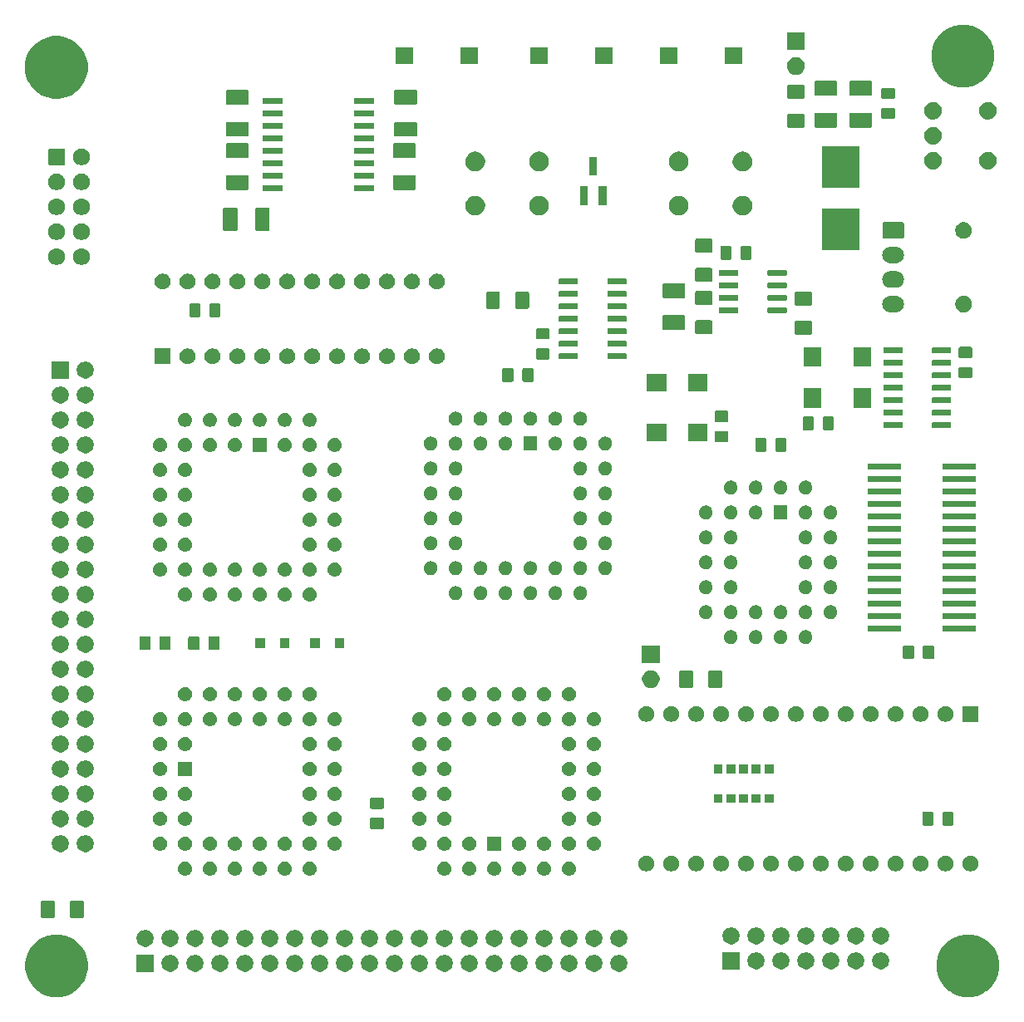
<source format=gbr>
G04 #@! TF.GenerationSoftware,KiCad,Pcbnew,5.1.5+dfsg1-2build2*
G04 #@! TF.CreationDate,2021-07-25T17:31:02+01:00*
G04 #@! TF.ProjectId,pluto,706c7574-6f2e-46b6-9963-61645f706362,rev?*
G04 #@! TF.SameCoordinates,Original*
G04 #@! TF.FileFunction,Soldermask,Top*
G04 #@! TF.FilePolarity,Negative*
%FSLAX46Y46*%
G04 Gerber Fmt 4.6, Leading zero omitted, Abs format (unit mm)*
G04 Created by KiCad (PCBNEW 5.1.5+dfsg1-2build2) date 2021-07-25 17:31:02*
%MOMM*%
%LPD*%
G04 APERTURE LIST*
%ADD10C,0.100000*%
G04 APERTURE END LIST*
D10*
G36*
X152190404Y-133320974D02*
G01*
X152772767Y-133562196D01*
X152946679Y-133678401D01*
X153296881Y-133912398D01*
X153742602Y-134358119D01*
X153976599Y-134708321D01*
X154092804Y-134882233D01*
X154334026Y-135464596D01*
X154457000Y-136082826D01*
X154457000Y-136713174D01*
X154334026Y-137331404D01*
X154092804Y-137913767D01*
X154092803Y-137913768D01*
X153742602Y-138437881D01*
X153296881Y-138883602D01*
X152946679Y-139117599D01*
X152772767Y-139233804D01*
X152190404Y-139475026D01*
X151572174Y-139598000D01*
X150941826Y-139598000D01*
X150323596Y-139475026D01*
X149741233Y-139233804D01*
X149567321Y-139117599D01*
X149217119Y-138883602D01*
X148771398Y-138437881D01*
X148421197Y-137913768D01*
X148421196Y-137913767D01*
X148179974Y-137331404D01*
X148057000Y-136713174D01*
X148057000Y-136082826D01*
X148179974Y-135464596D01*
X148421196Y-134882233D01*
X148537401Y-134708321D01*
X148771398Y-134358119D01*
X149217119Y-133912398D01*
X149567321Y-133678401D01*
X149741233Y-133562196D01*
X150323596Y-133320974D01*
X150941826Y-133198000D01*
X151572174Y-133198000D01*
X152190404Y-133320974D01*
G37*
G36*
X59353404Y-133320974D02*
G01*
X59935767Y-133562196D01*
X60109679Y-133678401D01*
X60459881Y-133912398D01*
X60905602Y-134358119D01*
X61139599Y-134708321D01*
X61255804Y-134882233D01*
X61497026Y-135464596D01*
X61620000Y-136082826D01*
X61620000Y-136713174D01*
X61497026Y-137331404D01*
X61255804Y-137913767D01*
X61255803Y-137913768D01*
X60905602Y-138437881D01*
X60459881Y-138883602D01*
X60109679Y-139117599D01*
X59935767Y-139233804D01*
X59353404Y-139475026D01*
X58735174Y-139598000D01*
X58104826Y-139598000D01*
X57486596Y-139475026D01*
X56904233Y-139233804D01*
X56730321Y-139117599D01*
X56380119Y-138883602D01*
X55934398Y-138437881D01*
X55584197Y-137913768D01*
X55584196Y-137913767D01*
X55342974Y-137331404D01*
X55220000Y-136713174D01*
X55220000Y-136082826D01*
X55342974Y-135464596D01*
X55584196Y-134882233D01*
X55700401Y-134708321D01*
X55934398Y-134358119D01*
X56380119Y-133912398D01*
X56730321Y-133678401D01*
X56904233Y-133562196D01*
X57486596Y-133320974D01*
X58104826Y-133198000D01*
X58735174Y-133198000D01*
X59353404Y-133320974D01*
G37*
G36*
X80388903Y-135313587D02*
G01*
X80546068Y-135378687D01*
X80687513Y-135473198D01*
X80807802Y-135593487D01*
X80902313Y-135734932D01*
X80967413Y-135892097D01*
X81000600Y-136058943D01*
X81000600Y-136229057D01*
X80967413Y-136395903D01*
X80902313Y-136553068D01*
X80807802Y-136694513D01*
X80687513Y-136814802D01*
X80546068Y-136909313D01*
X80388903Y-136974413D01*
X80222057Y-137007600D01*
X80051943Y-137007600D01*
X79885097Y-136974413D01*
X79727932Y-136909313D01*
X79586487Y-136814802D01*
X79466198Y-136694513D01*
X79371687Y-136553068D01*
X79306587Y-136395903D01*
X79273400Y-136229057D01*
X79273400Y-136058943D01*
X79306587Y-135892097D01*
X79371687Y-135734932D01*
X79466198Y-135593487D01*
X79586487Y-135473198D01*
X79727932Y-135378687D01*
X79885097Y-135313587D01*
X80051943Y-135280400D01*
X80222057Y-135280400D01*
X80388903Y-135313587D01*
G37*
G36*
X113408903Y-135313587D02*
G01*
X113566068Y-135378687D01*
X113707513Y-135473198D01*
X113827802Y-135593487D01*
X113922313Y-135734932D01*
X113987413Y-135892097D01*
X114020600Y-136058943D01*
X114020600Y-136229057D01*
X113987413Y-136395903D01*
X113922313Y-136553068D01*
X113827802Y-136694513D01*
X113707513Y-136814802D01*
X113566068Y-136909313D01*
X113408903Y-136974413D01*
X113242057Y-137007600D01*
X113071943Y-137007600D01*
X112905097Y-136974413D01*
X112747932Y-136909313D01*
X112606487Y-136814802D01*
X112486198Y-136694513D01*
X112391687Y-136553068D01*
X112326587Y-136395903D01*
X112293400Y-136229057D01*
X112293400Y-136058943D01*
X112326587Y-135892097D01*
X112391687Y-135734932D01*
X112486198Y-135593487D01*
X112606487Y-135473198D01*
X112747932Y-135378687D01*
X112905097Y-135313587D01*
X113071943Y-135280400D01*
X113242057Y-135280400D01*
X113408903Y-135313587D01*
G37*
G36*
X90548903Y-135313587D02*
G01*
X90706068Y-135378687D01*
X90847513Y-135473198D01*
X90967802Y-135593487D01*
X91062313Y-135734932D01*
X91127413Y-135892097D01*
X91160600Y-136058943D01*
X91160600Y-136229057D01*
X91127413Y-136395903D01*
X91062313Y-136553068D01*
X90967802Y-136694513D01*
X90847513Y-136814802D01*
X90706068Y-136909313D01*
X90548903Y-136974413D01*
X90382057Y-137007600D01*
X90211943Y-137007600D01*
X90045097Y-136974413D01*
X89887932Y-136909313D01*
X89746487Y-136814802D01*
X89626198Y-136694513D01*
X89531687Y-136553068D01*
X89466587Y-136395903D01*
X89433400Y-136229057D01*
X89433400Y-136058943D01*
X89466587Y-135892097D01*
X89531687Y-135734932D01*
X89626198Y-135593487D01*
X89746487Y-135473198D01*
X89887932Y-135378687D01*
X90045097Y-135313587D01*
X90211943Y-135280400D01*
X90382057Y-135280400D01*
X90548903Y-135313587D01*
G37*
G36*
X93088903Y-135313587D02*
G01*
X93246068Y-135378687D01*
X93387513Y-135473198D01*
X93507802Y-135593487D01*
X93602313Y-135734932D01*
X93667413Y-135892097D01*
X93700600Y-136058943D01*
X93700600Y-136229057D01*
X93667413Y-136395903D01*
X93602313Y-136553068D01*
X93507802Y-136694513D01*
X93387513Y-136814802D01*
X93246068Y-136909313D01*
X93088903Y-136974413D01*
X92922057Y-137007600D01*
X92751943Y-137007600D01*
X92585097Y-136974413D01*
X92427932Y-136909313D01*
X92286487Y-136814802D01*
X92166198Y-136694513D01*
X92071687Y-136553068D01*
X92006587Y-136395903D01*
X91973400Y-136229057D01*
X91973400Y-136058943D01*
X92006587Y-135892097D01*
X92071687Y-135734932D01*
X92166198Y-135593487D01*
X92286487Y-135473198D01*
X92427932Y-135378687D01*
X92585097Y-135313587D01*
X92751943Y-135280400D01*
X92922057Y-135280400D01*
X93088903Y-135313587D01*
G37*
G36*
X95628903Y-135313587D02*
G01*
X95786068Y-135378687D01*
X95927513Y-135473198D01*
X96047802Y-135593487D01*
X96142313Y-135734932D01*
X96207413Y-135892097D01*
X96240600Y-136058943D01*
X96240600Y-136229057D01*
X96207413Y-136395903D01*
X96142313Y-136553068D01*
X96047802Y-136694513D01*
X95927513Y-136814802D01*
X95786068Y-136909313D01*
X95628903Y-136974413D01*
X95462057Y-137007600D01*
X95291943Y-137007600D01*
X95125097Y-136974413D01*
X94967932Y-136909313D01*
X94826487Y-136814802D01*
X94706198Y-136694513D01*
X94611687Y-136553068D01*
X94546587Y-136395903D01*
X94513400Y-136229057D01*
X94513400Y-136058943D01*
X94546587Y-135892097D01*
X94611687Y-135734932D01*
X94706198Y-135593487D01*
X94826487Y-135473198D01*
X94967932Y-135378687D01*
X95125097Y-135313587D01*
X95291943Y-135280400D01*
X95462057Y-135280400D01*
X95628903Y-135313587D01*
G37*
G36*
X98168903Y-135313587D02*
G01*
X98326068Y-135378687D01*
X98467513Y-135473198D01*
X98587802Y-135593487D01*
X98682313Y-135734932D01*
X98747413Y-135892097D01*
X98780600Y-136058943D01*
X98780600Y-136229057D01*
X98747413Y-136395903D01*
X98682313Y-136553068D01*
X98587802Y-136694513D01*
X98467513Y-136814802D01*
X98326068Y-136909313D01*
X98168903Y-136974413D01*
X98002057Y-137007600D01*
X97831943Y-137007600D01*
X97665097Y-136974413D01*
X97507932Y-136909313D01*
X97366487Y-136814802D01*
X97246198Y-136694513D01*
X97151687Y-136553068D01*
X97086587Y-136395903D01*
X97053400Y-136229057D01*
X97053400Y-136058943D01*
X97086587Y-135892097D01*
X97151687Y-135734932D01*
X97246198Y-135593487D01*
X97366487Y-135473198D01*
X97507932Y-135378687D01*
X97665097Y-135313587D01*
X97831943Y-135280400D01*
X98002057Y-135280400D01*
X98168903Y-135313587D01*
G37*
G36*
X100708903Y-135313587D02*
G01*
X100866068Y-135378687D01*
X101007513Y-135473198D01*
X101127802Y-135593487D01*
X101222313Y-135734932D01*
X101287413Y-135892097D01*
X101320600Y-136058943D01*
X101320600Y-136229057D01*
X101287413Y-136395903D01*
X101222313Y-136553068D01*
X101127802Y-136694513D01*
X101007513Y-136814802D01*
X100866068Y-136909313D01*
X100708903Y-136974413D01*
X100542057Y-137007600D01*
X100371943Y-137007600D01*
X100205097Y-136974413D01*
X100047932Y-136909313D01*
X99906487Y-136814802D01*
X99786198Y-136694513D01*
X99691687Y-136553068D01*
X99626587Y-136395903D01*
X99593400Y-136229057D01*
X99593400Y-136058943D01*
X99626587Y-135892097D01*
X99691687Y-135734932D01*
X99786198Y-135593487D01*
X99906487Y-135473198D01*
X100047932Y-135378687D01*
X100205097Y-135313587D01*
X100371943Y-135280400D01*
X100542057Y-135280400D01*
X100708903Y-135313587D01*
G37*
G36*
X103248903Y-135313587D02*
G01*
X103406068Y-135378687D01*
X103547513Y-135473198D01*
X103667802Y-135593487D01*
X103762313Y-135734932D01*
X103827413Y-135892097D01*
X103860600Y-136058943D01*
X103860600Y-136229057D01*
X103827413Y-136395903D01*
X103762313Y-136553068D01*
X103667802Y-136694513D01*
X103547513Y-136814802D01*
X103406068Y-136909313D01*
X103248903Y-136974413D01*
X103082057Y-137007600D01*
X102911943Y-137007600D01*
X102745097Y-136974413D01*
X102587932Y-136909313D01*
X102446487Y-136814802D01*
X102326198Y-136694513D01*
X102231687Y-136553068D01*
X102166587Y-136395903D01*
X102133400Y-136229057D01*
X102133400Y-136058943D01*
X102166587Y-135892097D01*
X102231687Y-135734932D01*
X102326198Y-135593487D01*
X102446487Y-135473198D01*
X102587932Y-135378687D01*
X102745097Y-135313587D01*
X102911943Y-135280400D01*
X103082057Y-135280400D01*
X103248903Y-135313587D01*
G37*
G36*
X105788903Y-135313587D02*
G01*
X105946068Y-135378687D01*
X106087513Y-135473198D01*
X106207802Y-135593487D01*
X106302313Y-135734932D01*
X106367413Y-135892097D01*
X106400600Y-136058943D01*
X106400600Y-136229057D01*
X106367413Y-136395903D01*
X106302313Y-136553068D01*
X106207802Y-136694513D01*
X106087513Y-136814802D01*
X105946068Y-136909313D01*
X105788903Y-136974413D01*
X105622057Y-137007600D01*
X105451943Y-137007600D01*
X105285097Y-136974413D01*
X105127932Y-136909313D01*
X104986487Y-136814802D01*
X104866198Y-136694513D01*
X104771687Y-136553068D01*
X104706587Y-136395903D01*
X104673400Y-136229057D01*
X104673400Y-136058943D01*
X104706587Y-135892097D01*
X104771687Y-135734932D01*
X104866198Y-135593487D01*
X104986487Y-135473198D01*
X105127932Y-135378687D01*
X105285097Y-135313587D01*
X105451943Y-135280400D01*
X105622057Y-135280400D01*
X105788903Y-135313587D01*
G37*
G36*
X108328903Y-135313587D02*
G01*
X108486068Y-135378687D01*
X108627513Y-135473198D01*
X108747802Y-135593487D01*
X108842313Y-135734932D01*
X108907413Y-135892097D01*
X108940600Y-136058943D01*
X108940600Y-136229057D01*
X108907413Y-136395903D01*
X108842313Y-136553068D01*
X108747802Y-136694513D01*
X108627513Y-136814802D01*
X108486068Y-136909313D01*
X108328903Y-136974413D01*
X108162057Y-137007600D01*
X107991943Y-137007600D01*
X107825097Y-136974413D01*
X107667932Y-136909313D01*
X107526487Y-136814802D01*
X107406198Y-136694513D01*
X107311687Y-136553068D01*
X107246587Y-136395903D01*
X107213400Y-136229057D01*
X107213400Y-136058943D01*
X107246587Y-135892097D01*
X107311687Y-135734932D01*
X107406198Y-135593487D01*
X107526487Y-135473198D01*
X107667932Y-135378687D01*
X107825097Y-135313587D01*
X107991943Y-135280400D01*
X108162057Y-135280400D01*
X108328903Y-135313587D01*
G37*
G36*
X110868903Y-135313587D02*
G01*
X111026068Y-135378687D01*
X111167513Y-135473198D01*
X111287802Y-135593487D01*
X111382313Y-135734932D01*
X111447413Y-135892097D01*
X111480600Y-136058943D01*
X111480600Y-136229057D01*
X111447413Y-136395903D01*
X111382313Y-136553068D01*
X111287802Y-136694513D01*
X111167513Y-136814802D01*
X111026068Y-136909313D01*
X110868903Y-136974413D01*
X110702057Y-137007600D01*
X110531943Y-137007600D01*
X110365097Y-136974413D01*
X110207932Y-136909313D01*
X110066487Y-136814802D01*
X109946198Y-136694513D01*
X109851687Y-136553068D01*
X109786587Y-136395903D01*
X109753400Y-136229057D01*
X109753400Y-136058943D01*
X109786587Y-135892097D01*
X109851687Y-135734932D01*
X109946198Y-135593487D01*
X110066487Y-135473198D01*
X110207932Y-135378687D01*
X110365097Y-135313587D01*
X110531943Y-135280400D01*
X110702057Y-135280400D01*
X110868903Y-135313587D01*
G37*
G36*
X115948903Y-135313587D02*
G01*
X116106068Y-135378687D01*
X116247513Y-135473198D01*
X116367802Y-135593487D01*
X116462313Y-135734932D01*
X116527413Y-135892097D01*
X116560600Y-136058943D01*
X116560600Y-136229057D01*
X116527413Y-136395903D01*
X116462313Y-136553068D01*
X116367802Y-136694513D01*
X116247513Y-136814802D01*
X116106068Y-136909313D01*
X115948903Y-136974413D01*
X115782057Y-137007600D01*
X115611943Y-137007600D01*
X115445097Y-136974413D01*
X115287932Y-136909313D01*
X115146487Y-136814802D01*
X115026198Y-136694513D01*
X114931687Y-136553068D01*
X114866587Y-136395903D01*
X114833400Y-136229057D01*
X114833400Y-136058943D01*
X114866587Y-135892097D01*
X114931687Y-135734932D01*
X115026198Y-135593487D01*
X115146487Y-135473198D01*
X115287932Y-135378687D01*
X115445097Y-135313587D01*
X115611943Y-135280400D01*
X115782057Y-135280400D01*
X115948903Y-135313587D01*
G37*
G36*
X77848903Y-135313587D02*
G01*
X78006068Y-135378687D01*
X78147513Y-135473198D01*
X78267802Y-135593487D01*
X78362313Y-135734932D01*
X78427413Y-135892097D01*
X78460600Y-136058943D01*
X78460600Y-136229057D01*
X78427413Y-136395903D01*
X78362313Y-136553068D01*
X78267802Y-136694513D01*
X78147513Y-136814802D01*
X78006068Y-136909313D01*
X77848903Y-136974413D01*
X77682057Y-137007600D01*
X77511943Y-137007600D01*
X77345097Y-136974413D01*
X77187932Y-136909313D01*
X77046487Y-136814802D01*
X76926198Y-136694513D01*
X76831687Y-136553068D01*
X76766587Y-136395903D01*
X76733400Y-136229057D01*
X76733400Y-136058943D01*
X76766587Y-135892097D01*
X76831687Y-135734932D01*
X76926198Y-135593487D01*
X77046487Y-135473198D01*
X77187932Y-135378687D01*
X77345097Y-135313587D01*
X77511943Y-135280400D01*
X77682057Y-135280400D01*
X77848903Y-135313587D01*
G37*
G36*
X75308903Y-135313587D02*
G01*
X75466068Y-135378687D01*
X75607513Y-135473198D01*
X75727802Y-135593487D01*
X75822313Y-135734932D01*
X75887413Y-135892097D01*
X75920600Y-136058943D01*
X75920600Y-136229057D01*
X75887413Y-136395903D01*
X75822313Y-136553068D01*
X75727802Y-136694513D01*
X75607513Y-136814802D01*
X75466068Y-136909313D01*
X75308903Y-136974413D01*
X75142057Y-137007600D01*
X74971943Y-137007600D01*
X74805097Y-136974413D01*
X74647932Y-136909313D01*
X74506487Y-136814802D01*
X74386198Y-136694513D01*
X74291687Y-136553068D01*
X74226587Y-136395903D01*
X74193400Y-136229057D01*
X74193400Y-136058943D01*
X74226587Y-135892097D01*
X74291687Y-135734932D01*
X74386198Y-135593487D01*
X74506487Y-135473198D01*
X74647932Y-135378687D01*
X74805097Y-135313587D01*
X74971943Y-135280400D01*
X75142057Y-135280400D01*
X75308903Y-135313587D01*
G37*
G36*
X72768903Y-135313587D02*
G01*
X72926068Y-135378687D01*
X73067513Y-135473198D01*
X73187802Y-135593487D01*
X73282313Y-135734932D01*
X73347413Y-135892097D01*
X73380600Y-136058943D01*
X73380600Y-136229057D01*
X73347413Y-136395903D01*
X73282313Y-136553068D01*
X73187802Y-136694513D01*
X73067513Y-136814802D01*
X72926068Y-136909313D01*
X72768903Y-136974413D01*
X72602057Y-137007600D01*
X72431943Y-137007600D01*
X72265097Y-136974413D01*
X72107932Y-136909313D01*
X71966487Y-136814802D01*
X71846198Y-136694513D01*
X71751687Y-136553068D01*
X71686587Y-136395903D01*
X71653400Y-136229057D01*
X71653400Y-136058943D01*
X71686587Y-135892097D01*
X71751687Y-135734932D01*
X71846198Y-135593487D01*
X71966487Y-135473198D01*
X72107932Y-135378687D01*
X72265097Y-135313587D01*
X72431943Y-135280400D01*
X72602057Y-135280400D01*
X72768903Y-135313587D01*
G37*
G36*
X70228903Y-135313587D02*
G01*
X70386068Y-135378687D01*
X70527513Y-135473198D01*
X70647802Y-135593487D01*
X70742313Y-135734932D01*
X70807413Y-135892097D01*
X70840600Y-136058943D01*
X70840600Y-136229057D01*
X70807413Y-136395903D01*
X70742313Y-136553068D01*
X70647802Y-136694513D01*
X70527513Y-136814802D01*
X70386068Y-136909313D01*
X70228903Y-136974413D01*
X70062057Y-137007600D01*
X69891943Y-137007600D01*
X69725097Y-136974413D01*
X69567932Y-136909313D01*
X69426487Y-136814802D01*
X69306198Y-136694513D01*
X69211687Y-136553068D01*
X69146587Y-136395903D01*
X69113400Y-136229057D01*
X69113400Y-136058943D01*
X69146587Y-135892097D01*
X69211687Y-135734932D01*
X69306198Y-135593487D01*
X69426487Y-135473198D01*
X69567932Y-135378687D01*
X69725097Y-135313587D01*
X69891943Y-135280400D01*
X70062057Y-135280400D01*
X70228903Y-135313587D01*
G37*
G36*
X68300600Y-137007600D02*
G01*
X66573400Y-137007600D01*
X66573400Y-135280400D01*
X68300600Y-135280400D01*
X68300600Y-137007600D01*
G37*
G36*
X85468903Y-135313587D02*
G01*
X85626068Y-135378687D01*
X85767513Y-135473198D01*
X85887802Y-135593487D01*
X85982313Y-135734932D01*
X86047413Y-135892097D01*
X86080600Y-136058943D01*
X86080600Y-136229057D01*
X86047413Y-136395903D01*
X85982313Y-136553068D01*
X85887802Y-136694513D01*
X85767513Y-136814802D01*
X85626068Y-136909313D01*
X85468903Y-136974413D01*
X85302057Y-137007600D01*
X85131943Y-137007600D01*
X84965097Y-136974413D01*
X84807932Y-136909313D01*
X84666487Y-136814802D01*
X84546198Y-136694513D01*
X84451687Y-136553068D01*
X84386587Y-136395903D01*
X84353400Y-136229057D01*
X84353400Y-136058943D01*
X84386587Y-135892097D01*
X84451687Y-135734932D01*
X84546198Y-135593487D01*
X84666487Y-135473198D01*
X84807932Y-135378687D01*
X84965097Y-135313587D01*
X85131943Y-135280400D01*
X85302057Y-135280400D01*
X85468903Y-135313587D01*
G37*
G36*
X82928903Y-135313587D02*
G01*
X83086068Y-135378687D01*
X83227513Y-135473198D01*
X83347802Y-135593487D01*
X83442313Y-135734932D01*
X83507413Y-135892097D01*
X83540600Y-136058943D01*
X83540600Y-136229057D01*
X83507413Y-136395903D01*
X83442313Y-136553068D01*
X83347802Y-136694513D01*
X83227513Y-136814802D01*
X83086068Y-136909313D01*
X82928903Y-136974413D01*
X82762057Y-137007600D01*
X82591943Y-137007600D01*
X82425097Y-136974413D01*
X82267932Y-136909313D01*
X82126487Y-136814802D01*
X82006198Y-136694513D01*
X81911687Y-136553068D01*
X81846587Y-136395903D01*
X81813400Y-136229057D01*
X81813400Y-136058943D01*
X81846587Y-135892097D01*
X81911687Y-135734932D01*
X82006198Y-135593487D01*
X82126487Y-135473198D01*
X82267932Y-135378687D01*
X82425097Y-135313587D01*
X82591943Y-135280400D01*
X82762057Y-135280400D01*
X82928903Y-135313587D01*
G37*
G36*
X88008903Y-135313587D02*
G01*
X88166068Y-135378687D01*
X88307513Y-135473198D01*
X88427802Y-135593487D01*
X88522313Y-135734932D01*
X88587413Y-135892097D01*
X88620600Y-136058943D01*
X88620600Y-136229057D01*
X88587413Y-136395903D01*
X88522313Y-136553068D01*
X88427802Y-136694513D01*
X88307513Y-136814802D01*
X88166068Y-136909313D01*
X88008903Y-136974413D01*
X87842057Y-137007600D01*
X87671943Y-137007600D01*
X87505097Y-136974413D01*
X87347932Y-136909313D01*
X87206487Y-136814802D01*
X87086198Y-136694513D01*
X86991687Y-136553068D01*
X86926587Y-136395903D01*
X86893400Y-136229057D01*
X86893400Y-136058943D01*
X86926587Y-135892097D01*
X86991687Y-135734932D01*
X87086198Y-135593487D01*
X87206487Y-135473198D01*
X87347932Y-135378687D01*
X87505097Y-135313587D01*
X87671943Y-135280400D01*
X87842057Y-135280400D01*
X88008903Y-135313587D01*
G37*
G36*
X129918903Y-135059587D02*
G01*
X130076068Y-135124687D01*
X130217513Y-135219198D01*
X130337802Y-135339487D01*
X130432313Y-135480932D01*
X130497413Y-135638097D01*
X130530600Y-135804943D01*
X130530600Y-135975057D01*
X130497413Y-136141903D01*
X130432313Y-136299068D01*
X130337802Y-136440513D01*
X130217513Y-136560802D01*
X130076068Y-136655313D01*
X129918903Y-136720413D01*
X129752057Y-136753600D01*
X129581943Y-136753600D01*
X129415097Y-136720413D01*
X129257932Y-136655313D01*
X129116487Y-136560802D01*
X128996198Y-136440513D01*
X128901687Y-136299068D01*
X128836587Y-136141903D01*
X128803400Y-135975057D01*
X128803400Y-135804943D01*
X128836587Y-135638097D01*
X128901687Y-135480932D01*
X128996198Y-135339487D01*
X129116487Y-135219198D01*
X129257932Y-135124687D01*
X129415097Y-135059587D01*
X129581943Y-135026400D01*
X129752057Y-135026400D01*
X129918903Y-135059587D01*
G37*
G36*
X142618903Y-135059587D02*
G01*
X142776068Y-135124687D01*
X142917513Y-135219198D01*
X143037802Y-135339487D01*
X143132313Y-135480932D01*
X143197413Y-135638097D01*
X143230600Y-135804943D01*
X143230600Y-135975057D01*
X143197413Y-136141903D01*
X143132313Y-136299068D01*
X143037802Y-136440513D01*
X142917513Y-136560802D01*
X142776068Y-136655313D01*
X142618903Y-136720413D01*
X142452057Y-136753600D01*
X142281943Y-136753600D01*
X142115097Y-136720413D01*
X141957932Y-136655313D01*
X141816487Y-136560802D01*
X141696198Y-136440513D01*
X141601687Y-136299068D01*
X141536587Y-136141903D01*
X141503400Y-135975057D01*
X141503400Y-135804943D01*
X141536587Y-135638097D01*
X141601687Y-135480932D01*
X141696198Y-135339487D01*
X141816487Y-135219198D01*
X141957932Y-135124687D01*
X142115097Y-135059587D01*
X142281943Y-135026400D01*
X142452057Y-135026400D01*
X142618903Y-135059587D01*
G37*
G36*
X127990600Y-136753600D02*
G01*
X126263400Y-136753600D01*
X126263400Y-135026400D01*
X127990600Y-135026400D01*
X127990600Y-136753600D01*
G37*
G36*
X137538903Y-135059587D02*
G01*
X137696068Y-135124687D01*
X137837513Y-135219198D01*
X137957802Y-135339487D01*
X138052313Y-135480932D01*
X138117413Y-135638097D01*
X138150600Y-135804943D01*
X138150600Y-135975057D01*
X138117413Y-136141903D01*
X138052313Y-136299068D01*
X137957802Y-136440513D01*
X137837513Y-136560802D01*
X137696068Y-136655313D01*
X137538903Y-136720413D01*
X137372057Y-136753600D01*
X137201943Y-136753600D01*
X137035097Y-136720413D01*
X136877932Y-136655313D01*
X136736487Y-136560802D01*
X136616198Y-136440513D01*
X136521687Y-136299068D01*
X136456587Y-136141903D01*
X136423400Y-135975057D01*
X136423400Y-135804943D01*
X136456587Y-135638097D01*
X136521687Y-135480932D01*
X136616198Y-135339487D01*
X136736487Y-135219198D01*
X136877932Y-135124687D01*
X137035097Y-135059587D01*
X137201943Y-135026400D01*
X137372057Y-135026400D01*
X137538903Y-135059587D01*
G37*
G36*
X132458903Y-135059587D02*
G01*
X132616068Y-135124687D01*
X132757513Y-135219198D01*
X132877802Y-135339487D01*
X132972313Y-135480932D01*
X133037413Y-135638097D01*
X133070600Y-135804943D01*
X133070600Y-135975057D01*
X133037413Y-136141903D01*
X132972313Y-136299068D01*
X132877802Y-136440513D01*
X132757513Y-136560802D01*
X132616068Y-136655313D01*
X132458903Y-136720413D01*
X132292057Y-136753600D01*
X132121943Y-136753600D01*
X131955097Y-136720413D01*
X131797932Y-136655313D01*
X131656487Y-136560802D01*
X131536198Y-136440513D01*
X131441687Y-136299068D01*
X131376587Y-136141903D01*
X131343400Y-135975057D01*
X131343400Y-135804943D01*
X131376587Y-135638097D01*
X131441687Y-135480932D01*
X131536198Y-135339487D01*
X131656487Y-135219198D01*
X131797932Y-135124687D01*
X131955097Y-135059587D01*
X132121943Y-135026400D01*
X132292057Y-135026400D01*
X132458903Y-135059587D01*
G37*
G36*
X140078903Y-135059587D02*
G01*
X140236068Y-135124687D01*
X140377513Y-135219198D01*
X140497802Y-135339487D01*
X140592313Y-135480932D01*
X140657413Y-135638097D01*
X140690600Y-135804943D01*
X140690600Y-135975057D01*
X140657413Y-136141903D01*
X140592313Y-136299068D01*
X140497802Y-136440513D01*
X140377513Y-136560802D01*
X140236068Y-136655313D01*
X140078903Y-136720413D01*
X139912057Y-136753600D01*
X139741943Y-136753600D01*
X139575097Y-136720413D01*
X139417932Y-136655313D01*
X139276487Y-136560802D01*
X139156198Y-136440513D01*
X139061687Y-136299068D01*
X138996587Y-136141903D01*
X138963400Y-135975057D01*
X138963400Y-135804943D01*
X138996587Y-135638097D01*
X139061687Y-135480932D01*
X139156198Y-135339487D01*
X139276487Y-135219198D01*
X139417932Y-135124687D01*
X139575097Y-135059587D01*
X139741943Y-135026400D01*
X139912057Y-135026400D01*
X140078903Y-135059587D01*
G37*
G36*
X134998903Y-135059587D02*
G01*
X135156068Y-135124687D01*
X135297513Y-135219198D01*
X135417802Y-135339487D01*
X135512313Y-135480932D01*
X135577413Y-135638097D01*
X135610600Y-135804943D01*
X135610600Y-135975057D01*
X135577413Y-136141903D01*
X135512313Y-136299068D01*
X135417802Y-136440513D01*
X135297513Y-136560802D01*
X135156068Y-136655313D01*
X134998903Y-136720413D01*
X134832057Y-136753600D01*
X134661943Y-136753600D01*
X134495097Y-136720413D01*
X134337932Y-136655313D01*
X134196487Y-136560802D01*
X134076198Y-136440513D01*
X133981687Y-136299068D01*
X133916587Y-136141903D01*
X133883400Y-135975057D01*
X133883400Y-135804943D01*
X133916587Y-135638097D01*
X133981687Y-135480932D01*
X134076198Y-135339487D01*
X134196487Y-135219198D01*
X134337932Y-135124687D01*
X134495097Y-135059587D01*
X134661943Y-135026400D01*
X134832057Y-135026400D01*
X134998903Y-135059587D01*
G37*
G36*
X67688903Y-132773587D02*
G01*
X67846068Y-132838687D01*
X67987513Y-132933198D01*
X68107802Y-133053487D01*
X68202313Y-133194932D01*
X68267413Y-133352097D01*
X68300600Y-133518943D01*
X68300600Y-133689057D01*
X68267413Y-133855903D01*
X68202313Y-134013068D01*
X68107802Y-134154513D01*
X67987513Y-134274802D01*
X67846068Y-134369313D01*
X67688903Y-134434413D01*
X67522057Y-134467600D01*
X67351943Y-134467600D01*
X67185097Y-134434413D01*
X67027932Y-134369313D01*
X66886487Y-134274802D01*
X66766198Y-134154513D01*
X66671687Y-134013068D01*
X66606587Y-133855903D01*
X66573400Y-133689057D01*
X66573400Y-133518943D01*
X66606587Y-133352097D01*
X66671687Y-133194932D01*
X66766198Y-133053487D01*
X66886487Y-132933198D01*
X67027932Y-132838687D01*
X67185097Y-132773587D01*
X67351943Y-132740400D01*
X67522057Y-132740400D01*
X67688903Y-132773587D01*
G37*
G36*
X95628903Y-132773587D02*
G01*
X95786068Y-132838687D01*
X95927513Y-132933198D01*
X96047802Y-133053487D01*
X96142313Y-133194932D01*
X96207413Y-133352097D01*
X96240600Y-133518943D01*
X96240600Y-133689057D01*
X96207413Y-133855903D01*
X96142313Y-134013068D01*
X96047802Y-134154513D01*
X95927513Y-134274802D01*
X95786068Y-134369313D01*
X95628903Y-134434413D01*
X95462057Y-134467600D01*
X95291943Y-134467600D01*
X95125097Y-134434413D01*
X94967932Y-134369313D01*
X94826487Y-134274802D01*
X94706198Y-134154513D01*
X94611687Y-134013068D01*
X94546587Y-133855903D01*
X94513400Y-133689057D01*
X94513400Y-133518943D01*
X94546587Y-133352097D01*
X94611687Y-133194932D01*
X94706198Y-133053487D01*
X94826487Y-132933198D01*
X94967932Y-132838687D01*
X95125097Y-132773587D01*
X95291943Y-132740400D01*
X95462057Y-132740400D01*
X95628903Y-132773587D01*
G37*
G36*
X90548903Y-132773587D02*
G01*
X90706068Y-132838687D01*
X90847513Y-132933198D01*
X90967802Y-133053487D01*
X91062313Y-133194932D01*
X91127413Y-133352097D01*
X91160600Y-133518943D01*
X91160600Y-133689057D01*
X91127413Y-133855903D01*
X91062313Y-134013068D01*
X90967802Y-134154513D01*
X90847513Y-134274802D01*
X90706068Y-134369313D01*
X90548903Y-134434413D01*
X90382057Y-134467600D01*
X90211943Y-134467600D01*
X90045097Y-134434413D01*
X89887932Y-134369313D01*
X89746487Y-134274802D01*
X89626198Y-134154513D01*
X89531687Y-134013068D01*
X89466587Y-133855903D01*
X89433400Y-133689057D01*
X89433400Y-133518943D01*
X89466587Y-133352097D01*
X89531687Y-133194932D01*
X89626198Y-133053487D01*
X89746487Y-132933198D01*
X89887932Y-132838687D01*
X90045097Y-132773587D01*
X90211943Y-132740400D01*
X90382057Y-132740400D01*
X90548903Y-132773587D01*
G37*
G36*
X88008903Y-132773587D02*
G01*
X88166068Y-132838687D01*
X88307513Y-132933198D01*
X88427802Y-133053487D01*
X88522313Y-133194932D01*
X88587413Y-133352097D01*
X88620600Y-133518943D01*
X88620600Y-133689057D01*
X88587413Y-133855903D01*
X88522313Y-134013068D01*
X88427802Y-134154513D01*
X88307513Y-134274802D01*
X88166068Y-134369313D01*
X88008903Y-134434413D01*
X87842057Y-134467600D01*
X87671943Y-134467600D01*
X87505097Y-134434413D01*
X87347932Y-134369313D01*
X87206487Y-134274802D01*
X87086198Y-134154513D01*
X86991687Y-134013068D01*
X86926587Y-133855903D01*
X86893400Y-133689057D01*
X86893400Y-133518943D01*
X86926587Y-133352097D01*
X86991687Y-133194932D01*
X87086198Y-133053487D01*
X87206487Y-132933198D01*
X87347932Y-132838687D01*
X87505097Y-132773587D01*
X87671943Y-132740400D01*
X87842057Y-132740400D01*
X88008903Y-132773587D01*
G37*
G36*
X85468903Y-132773587D02*
G01*
X85626068Y-132838687D01*
X85767513Y-132933198D01*
X85887802Y-133053487D01*
X85982313Y-133194932D01*
X86047413Y-133352097D01*
X86080600Y-133518943D01*
X86080600Y-133689057D01*
X86047413Y-133855903D01*
X85982313Y-134013068D01*
X85887802Y-134154513D01*
X85767513Y-134274802D01*
X85626068Y-134369313D01*
X85468903Y-134434413D01*
X85302057Y-134467600D01*
X85131943Y-134467600D01*
X84965097Y-134434413D01*
X84807932Y-134369313D01*
X84666487Y-134274802D01*
X84546198Y-134154513D01*
X84451687Y-134013068D01*
X84386587Y-133855903D01*
X84353400Y-133689057D01*
X84353400Y-133518943D01*
X84386587Y-133352097D01*
X84451687Y-133194932D01*
X84546198Y-133053487D01*
X84666487Y-132933198D01*
X84807932Y-132838687D01*
X84965097Y-132773587D01*
X85131943Y-132740400D01*
X85302057Y-132740400D01*
X85468903Y-132773587D01*
G37*
G36*
X82928903Y-132773587D02*
G01*
X83086068Y-132838687D01*
X83227513Y-132933198D01*
X83347802Y-133053487D01*
X83442313Y-133194932D01*
X83507413Y-133352097D01*
X83540600Y-133518943D01*
X83540600Y-133689057D01*
X83507413Y-133855903D01*
X83442313Y-134013068D01*
X83347802Y-134154513D01*
X83227513Y-134274802D01*
X83086068Y-134369313D01*
X82928903Y-134434413D01*
X82762057Y-134467600D01*
X82591943Y-134467600D01*
X82425097Y-134434413D01*
X82267932Y-134369313D01*
X82126487Y-134274802D01*
X82006198Y-134154513D01*
X81911687Y-134013068D01*
X81846587Y-133855903D01*
X81813400Y-133689057D01*
X81813400Y-133518943D01*
X81846587Y-133352097D01*
X81911687Y-133194932D01*
X82006198Y-133053487D01*
X82126487Y-132933198D01*
X82267932Y-132838687D01*
X82425097Y-132773587D01*
X82591943Y-132740400D01*
X82762057Y-132740400D01*
X82928903Y-132773587D01*
G37*
G36*
X80388903Y-132773587D02*
G01*
X80546068Y-132838687D01*
X80687513Y-132933198D01*
X80807802Y-133053487D01*
X80902313Y-133194932D01*
X80967413Y-133352097D01*
X81000600Y-133518943D01*
X81000600Y-133689057D01*
X80967413Y-133855903D01*
X80902313Y-134013068D01*
X80807802Y-134154513D01*
X80687513Y-134274802D01*
X80546068Y-134369313D01*
X80388903Y-134434413D01*
X80222057Y-134467600D01*
X80051943Y-134467600D01*
X79885097Y-134434413D01*
X79727932Y-134369313D01*
X79586487Y-134274802D01*
X79466198Y-134154513D01*
X79371687Y-134013068D01*
X79306587Y-133855903D01*
X79273400Y-133689057D01*
X79273400Y-133518943D01*
X79306587Y-133352097D01*
X79371687Y-133194932D01*
X79466198Y-133053487D01*
X79586487Y-132933198D01*
X79727932Y-132838687D01*
X79885097Y-132773587D01*
X80051943Y-132740400D01*
X80222057Y-132740400D01*
X80388903Y-132773587D01*
G37*
G36*
X93088903Y-132773587D02*
G01*
X93246068Y-132838687D01*
X93387513Y-132933198D01*
X93507802Y-133053487D01*
X93602313Y-133194932D01*
X93667413Y-133352097D01*
X93700600Y-133518943D01*
X93700600Y-133689057D01*
X93667413Y-133855903D01*
X93602313Y-134013068D01*
X93507802Y-134154513D01*
X93387513Y-134274802D01*
X93246068Y-134369313D01*
X93088903Y-134434413D01*
X92922057Y-134467600D01*
X92751943Y-134467600D01*
X92585097Y-134434413D01*
X92427932Y-134369313D01*
X92286487Y-134274802D01*
X92166198Y-134154513D01*
X92071687Y-134013068D01*
X92006587Y-133855903D01*
X91973400Y-133689057D01*
X91973400Y-133518943D01*
X92006587Y-133352097D01*
X92071687Y-133194932D01*
X92166198Y-133053487D01*
X92286487Y-132933198D01*
X92427932Y-132838687D01*
X92585097Y-132773587D01*
X92751943Y-132740400D01*
X92922057Y-132740400D01*
X93088903Y-132773587D01*
G37*
G36*
X70228903Y-132773587D02*
G01*
X70386068Y-132838687D01*
X70527513Y-132933198D01*
X70647802Y-133053487D01*
X70742313Y-133194932D01*
X70807413Y-133352097D01*
X70840600Y-133518943D01*
X70840600Y-133689057D01*
X70807413Y-133855903D01*
X70742313Y-134013068D01*
X70647802Y-134154513D01*
X70527513Y-134274802D01*
X70386068Y-134369313D01*
X70228903Y-134434413D01*
X70062057Y-134467600D01*
X69891943Y-134467600D01*
X69725097Y-134434413D01*
X69567932Y-134369313D01*
X69426487Y-134274802D01*
X69306198Y-134154513D01*
X69211687Y-134013068D01*
X69146587Y-133855903D01*
X69113400Y-133689057D01*
X69113400Y-133518943D01*
X69146587Y-133352097D01*
X69211687Y-133194932D01*
X69306198Y-133053487D01*
X69426487Y-132933198D01*
X69567932Y-132838687D01*
X69725097Y-132773587D01*
X69891943Y-132740400D01*
X70062057Y-132740400D01*
X70228903Y-132773587D01*
G37*
G36*
X75308903Y-132773587D02*
G01*
X75466068Y-132838687D01*
X75607513Y-132933198D01*
X75727802Y-133053487D01*
X75822313Y-133194932D01*
X75887413Y-133352097D01*
X75920600Y-133518943D01*
X75920600Y-133689057D01*
X75887413Y-133855903D01*
X75822313Y-134013068D01*
X75727802Y-134154513D01*
X75607513Y-134274802D01*
X75466068Y-134369313D01*
X75308903Y-134434413D01*
X75142057Y-134467600D01*
X74971943Y-134467600D01*
X74805097Y-134434413D01*
X74647932Y-134369313D01*
X74506487Y-134274802D01*
X74386198Y-134154513D01*
X74291687Y-134013068D01*
X74226587Y-133855903D01*
X74193400Y-133689057D01*
X74193400Y-133518943D01*
X74226587Y-133352097D01*
X74291687Y-133194932D01*
X74386198Y-133053487D01*
X74506487Y-132933198D01*
X74647932Y-132838687D01*
X74805097Y-132773587D01*
X74971943Y-132740400D01*
X75142057Y-132740400D01*
X75308903Y-132773587D01*
G37*
G36*
X77848903Y-132773587D02*
G01*
X78006068Y-132838687D01*
X78147513Y-132933198D01*
X78267802Y-133053487D01*
X78362313Y-133194932D01*
X78427413Y-133352097D01*
X78460600Y-133518943D01*
X78460600Y-133689057D01*
X78427413Y-133855903D01*
X78362313Y-134013068D01*
X78267802Y-134154513D01*
X78147513Y-134274802D01*
X78006068Y-134369313D01*
X77848903Y-134434413D01*
X77682057Y-134467600D01*
X77511943Y-134467600D01*
X77345097Y-134434413D01*
X77187932Y-134369313D01*
X77046487Y-134274802D01*
X76926198Y-134154513D01*
X76831687Y-134013068D01*
X76766587Y-133855903D01*
X76733400Y-133689057D01*
X76733400Y-133518943D01*
X76766587Y-133352097D01*
X76831687Y-133194932D01*
X76926198Y-133053487D01*
X77046487Y-132933198D01*
X77187932Y-132838687D01*
X77345097Y-132773587D01*
X77511943Y-132740400D01*
X77682057Y-132740400D01*
X77848903Y-132773587D01*
G37*
G36*
X115948903Y-132773587D02*
G01*
X116106068Y-132838687D01*
X116247513Y-132933198D01*
X116367802Y-133053487D01*
X116462313Y-133194932D01*
X116527413Y-133352097D01*
X116560600Y-133518943D01*
X116560600Y-133689057D01*
X116527413Y-133855903D01*
X116462313Y-134013068D01*
X116367802Y-134154513D01*
X116247513Y-134274802D01*
X116106068Y-134369313D01*
X115948903Y-134434413D01*
X115782057Y-134467600D01*
X115611943Y-134467600D01*
X115445097Y-134434413D01*
X115287932Y-134369313D01*
X115146487Y-134274802D01*
X115026198Y-134154513D01*
X114931687Y-134013068D01*
X114866587Y-133855903D01*
X114833400Y-133689057D01*
X114833400Y-133518943D01*
X114866587Y-133352097D01*
X114931687Y-133194932D01*
X115026198Y-133053487D01*
X115146487Y-132933198D01*
X115287932Y-132838687D01*
X115445097Y-132773587D01*
X115611943Y-132740400D01*
X115782057Y-132740400D01*
X115948903Y-132773587D01*
G37*
G36*
X113408903Y-132773587D02*
G01*
X113566068Y-132838687D01*
X113707513Y-132933198D01*
X113827802Y-133053487D01*
X113922313Y-133194932D01*
X113987413Y-133352097D01*
X114020600Y-133518943D01*
X114020600Y-133689057D01*
X113987413Y-133855903D01*
X113922313Y-134013068D01*
X113827802Y-134154513D01*
X113707513Y-134274802D01*
X113566068Y-134369313D01*
X113408903Y-134434413D01*
X113242057Y-134467600D01*
X113071943Y-134467600D01*
X112905097Y-134434413D01*
X112747932Y-134369313D01*
X112606487Y-134274802D01*
X112486198Y-134154513D01*
X112391687Y-134013068D01*
X112326587Y-133855903D01*
X112293400Y-133689057D01*
X112293400Y-133518943D01*
X112326587Y-133352097D01*
X112391687Y-133194932D01*
X112486198Y-133053487D01*
X112606487Y-132933198D01*
X112747932Y-132838687D01*
X112905097Y-132773587D01*
X113071943Y-132740400D01*
X113242057Y-132740400D01*
X113408903Y-132773587D01*
G37*
G36*
X110868903Y-132773587D02*
G01*
X111026068Y-132838687D01*
X111167513Y-132933198D01*
X111287802Y-133053487D01*
X111382313Y-133194932D01*
X111447413Y-133352097D01*
X111480600Y-133518943D01*
X111480600Y-133689057D01*
X111447413Y-133855903D01*
X111382313Y-134013068D01*
X111287802Y-134154513D01*
X111167513Y-134274802D01*
X111026068Y-134369313D01*
X110868903Y-134434413D01*
X110702057Y-134467600D01*
X110531943Y-134467600D01*
X110365097Y-134434413D01*
X110207932Y-134369313D01*
X110066487Y-134274802D01*
X109946198Y-134154513D01*
X109851687Y-134013068D01*
X109786587Y-133855903D01*
X109753400Y-133689057D01*
X109753400Y-133518943D01*
X109786587Y-133352097D01*
X109851687Y-133194932D01*
X109946198Y-133053487D01*
X110066487Y-132933198D01*
X110207932Y-132838687D01*
X110365097Y-132773587D01*
X110531943Y-132740400D01*
X110702057Y-132740400D01*
X110868903Y-132773587D01*
G37*
G36*
X108328903Y-132773587D02*
G01*
X108486068Y-132838687D01*
X108627513Y-132933198D01*
X108747802Y-133053487D01*
X108842313Y-133194932D01*
X108907413Y-133352097D01*
X108940600Y-133518943D01*
X108940600Y-133689057D01*
X108907413Y-133855903D01*
X108842313Y-134013068D01*
X108747802Y-134154513D01*
X108627513Y-134274802D01*
X108486068Y-134369313D01*
X108328903Y-134434413D01*
X108162057Y-134467600D01*
X107991943Y-134467600D01*
X107825097Y-134434413D01*
X107667932Y-134369313D01*
X107526487Y-134274802D01*
X107406198Y-134154513D01*
X107311687Y-134013068D01*
X107246587Y-133855903D01*
X107213400Y-133689057D01*
X107213400Y-133518943D01*
X107246587Y-133352097D01*
X107311687Y-133194932D01*
X107406198Y-133053487D01*
X107526487Y-132933198D01*
X107667932Y-132838687D01*
X107825097Y-132773587D01*
X107991943Y-132740400D01*
X108162057Y-132740400D01*
X108328903Y-132773587D01*
G37*
G36*
X72768903Y-132773587D02*
G01*
X72926068Y-132838687D01*
X73067513Y-132933198D01*
X73187802Y-133053487D01*
X73282313Y-133194932D01*
X73347413Y-133352097D01*
X73380600Y-133518943D01*
X73380600Y-133689057D01*
X73347413Y-133855903D01*
X73282313Y-134013068D01*
X73187802Y-134154513D01*
X73067513Y-134274802D01*
X72926068Y-134369313D01*
X72768903Y-134434413D01*
X72602057Y-134467600D01*
X72431943Y-134467600D01*
X72265097Y-134434413D01*
X72107932Y-134369313D01*
X71966487Y-134274802D01*
X71846198Y-134154513D01*
X71751687Y-134013068D01*
X71686587Y-133855903D01*
X71653400Y-133689057D01*
X71653400Y-133518943D01*
X71686587Y-133352097D01*
X71751687Y-133194932D01*
X71846198Y-133053487D01*
X71966487Y-132933198D01*
X72107932Y-132838687D01*
X72265097Y-132773587D01*
X72431943Y-132740400D01*
X72602057Y-132740400D01*
X72768903Y-132773587D01*
G37*
G36*
X103248903Y-132773587D02*
G01*
X103406068Y-132838687D01*
X103547513Y-132933198D01*
X103667802Y-133053487D01*
X103762313Y-133194932D01*
X103827413Y-133352097D01*
X103860600Y-133518943D01*
X103860600Y-133689057D01*
X103827413Y-133855903D01*
X103762313Y-134013068D01*
X103667802Y-134154513D01*
X103547513Y-134274802D01*
X103406068Y-134369313D01*
X103248903Y-134434413D01*
X103082057Y-134467600D01*
X102911943Y-134467600D01*
X102745097Y-134434413D01*
X102587932Y-134369313D01*
X102446487Y-134274802D01*
X102326198Y-134154513D01*
X102231687Y-134013068D01*
X102166587Y-133855903D01*
X102133400Y-133689057D01*
X102133400Y-133518943D01*
X102166587Y-133352097D01*
X102231687Y-133194932D01*
X102326198Y-133053487D01*
X102446487Y-132933198D01*
X102587932Y-132838687D01*
X102745097Y-132773587D01*
X102911943Y-132740400D01*
X103082057Y-132740400D01*
X103248903Y-132773587D01*
G37*
G36*
X98168903Y-132773587D02*
G01*
X98326068Y-132838687D01*
X98467513Y-132933198D01*
X98587802Y-133053487D01*
X98682313Y-133194932D01*
X98747413Y-133352097D01*
X98780600Y-133518943D01*
X98780600Y-133689057D01*
X98747413Y-133855903D01*
X98682313Y-134013068D01*
X98587802Y-134154513D01*
X98467513Y-134274802D01*
X98326068Y-134369313D01*
X98168903Y-134434413D01*
X98002057Y-134467600D01*
X97831943Y-134467600D01*
X97665097Y-134434413D01*
X97507932Y-134369313D01*
X97366487Y-134274802D01*
X97246198Y-134154513D01*
X97151687Y-134013068D01*
X97086587Y-133855903D01*
X97053400Y-133689057D01*
X97053400Y-133518943D01*
X97086587Y-133352097D01*
X97151687Y-133194932D01*
X97246198Y-133053487D01*
X97366487Y-132933198D01*
X97507932Y-132838687D01*
X97665097Y-132773587D01*
X97831943Y-132740400D01*
X98002057Y-132740400D01*
X98168903Y-132773587D01*
G37*
G36*
X100708903Y-132773587D02*
G01*
X100866068Y-132838687D01*
X101007513Y-132933198D01*
X101127802Y-133053487D01*
X101222313Y-133194932D01*
X101287413Y-133352097D01*
X101320600Y-133518943D01*
X101320600Y-133689057D01*
X101287413Y-133855903D01*
X101222313Y-134013068D01*
X101127802Y-134154513D01*
X101007513Y-134274802D01*
X100866068Y-134369313D01*
X100708903Y-134434413D01*
X100542057Y-134467600D01*
X100371943Y-134467600D01*
X100205097Y-134434413D01*
X100047932Y-134369313D01*
X99906487Y-134274802D01*
X99786198Y-134154513D01*
X99691687Y-134013068D01*
X99626587Y-133855903D01*
X99593400Y-133689057D01*
X99593400Y-133518943D01*
X99626587Y-133352097D01*
X99691687Y-133194932D01*
X99786198Y-133053487D01*
X99906487Y-132933198D01*
X100047932Y-132838687D01*
X100205097Y-132773587D01*
X100371943Y-132740400D01*
X100542057Y-132740400D01*
X100708903Y-132773587D01*
G37*
G36*
X105788903Y-132773587D02*
G01*
X105946068Y-132838687D01*
X106087513Y-132933198D01*
X106207802Y-133053487D01*
X106302313Y-133194932D01*
X106367413Y-133352097D01*
X106400600Y-133518943D01*
X106400600Y-133689057D01*
X106367413Y-133855903D01*
X106302313Y-134013068D01*
X106207802Y-134154513D01*
X106087513Y-134274802D01*
X105946068Y-134369313D01*
X105788903Y-134434413D01*
X105622057Y-134467600D01*
X105451943Y-134467600D01*
X105285097Y-134434413D01*
X105127932Y-134369313D01*
X104986487Y-134274802D01*
X104866198Y-134154513D01*
X104771687Y-134013068D01*
X104706587Y-133855903D01*
X104673400Y-133689057D01*
X104673400Y-133518943D01*
X104706587Y-133352097D01*
X104771687Y-133194932D01*
X104866198Y-133053487D01*
X104986487Y-132933198D01*
X105127932Y-132838687D01*
X105285097Y-132773587D01*
X105451943Y-132740400D01*
X105622057Y-132740400D01*
X105788903Y-132773587D01*
G37*
G36*
X140078903Y-132519587D02*
G01*
X140236068Y-132584687D01*
X140377513Y-132679198D01*
X140497802Y-132799487D01*
X140592313Y-132940932D01*
X140657413Y-133098097D01*
X140690600Y-133264943D01*
X140690600Y-133435057D01*
X140657413Y-133601903D01*
X140592313Y-133759068D01*
X140497802Y-133900513D01*
X140377513Y-134020802D01*
X140236068Y-134115313D01*
X140078903Y-134180413D01*
X139912057Y-134213600D01*
X139741943Y-134213600D01*
X139575097Y-134180413D01*
X139417932Y-134115313D01*
X139276487Y-134020802D01*
X139156198Y-133900513D01*
X139061687Y-133759068D01*
X138996587Y-133601903D01*
X138963400Y-133435057D01*
X138963400Y-133264943D01*
X138996587Y-133098097D01*
X139061687Y-132940932D01*
X139156198Y-132799487D01*
X139276487Y-132679198D01*
X139417932Y-132584687D01*
X139575097Y-132519587D01*
X139741943Y-132486400D01*
X139912057Y-132486400D01*
X140078903Y-132519587D01*
G37*
G36*
X132458903Y-132519587D02*
G01*
X132616068Y-132584687D01*
X132757513Y-132679198D01*
X132877802Y-132799487D01*
X132972313Y-132940932D01*
X133037413Y-133098097D01*
X133070600Y-133264943D01*
X133070600Y-133435057D01*
X133037413Y-133601903D01*
X132972313Y-133759068D01*
X132877802Y-133900513D01*
X132757513Y-134020802D01*
X132616068Y-134115313D01*
X132458903Y-134180413D01*
X132292057Y-134213600D01*
X132121943Y-134213600D01*
X131955097Y-134180413D01*
X131797932Y-134115313D01*
X131656487Y-134020802D01*
X131536198Y-133900513D01*
X131441687Y-133759068D01*
X131376587Y-133601903D01*
X131343400Y-133435057D01*
X131343400Y-133264943D01*
X131376587Y-133098097D01*
X131441687Y-132940932D01*
X131536198Y-132799487D01*
X131656487Y-132679198D01*
X131797932Y-132584687D01*
X131955097Y-132519587D01*
X132121943Y-132486400D01*
X132292057Y-132486400D01*
X132458903Y-132519587D01*
G37*
G36*
X134998903Y-132519587D02*
G01*
X135156068Y-132584687D01*
X135297513Y-132679198D01*
X135417802Y-132799487D01*
X135512313Y-132940932D01*
X135577413Y-133098097D01*
X135610600Y-133264943D01*
X135610600Y-133435057D01*
X135577413Y-133601903D01*
X135512313Y-133759068D01*
X135417802Y-133900513D01*
X135297513Y-134020802D01*
X135156068Y-134115313D01*
X134998903Y-134180413D01*
X134832057Y-134213600D01*
X134661943Y-134213600D01*
X134495097Y-134180413D01*
X134337932Y-134115313D01*
X134196487Y-134020802D01*
X134076198Y-133900513D01*
X133981687Y-133759068D01*
X133916587Y-133601903D01*
X133883400Y-133435057D01*
X133883400Y-133264943D01*
X133916587Y-133098097D01*
X133981687Y-132940932D01*
X134076198Y-132799487D01*
X134196487Y-132679198D01*
X134337932Y-132584687D01*
X134495097Y-132519587D01*
X134661943Y-132486400D01*
X134832057Y-132486400D01*
X134998903Y-132519587D01*
G37*
G36*
X127378903Y-132519587D02*
G01*
X127536068Y-132584687D01*
X127677513Y-132679198D01*
X127797802Y-132799487D01*
X127892313Y-132940932D01*
X127957413Y-133098097D01*
X127990600Y-133264943D01*
X127990600Y-133435057D01*
X127957413Y-133601903D01*
X127892313Y-133759068D01*
X127797802Y-133900513D01*
X127677513Y-134020802D01*
X127536068Y-134115313D01*
X127378903Y-134180413D01*
X127212057Y-134213600D01*
X127041943Y-134213600D01*
X126875097Y-134180413D01*
X126717932Y-134115313D01*
X126576487Y-134020802D01*
X126456198Y-133900513D01*
X126361687Y-133759068D01*
X126296587Y-133601903D01*
X126263400Y-133435057D01*
X126263400Y-133264943D01*
X126296587Y-133098097D01*
X126361687Y-132940932D01*
X126456198Y-132799487D01*
X126576487Y-132679198D01*
X126717932Y-132584687D01*
X126875097Y-132519587D01*
X127041943Y-132486400D01*
X127212057Y-132486400D01*
X127378903Y-132519587D01*
G37*
G36*
X142618903Y-132519587D02*
G01*
X142776068Y-132584687D01*
X142917513Y-132679198D01*
X143037802Y-132799487D01*
X143132313Y-132940932D01*
X143197413Y-133098097D01*
X143230600Y-133264943D01*
X143230600Y-133435057D01*
X143197413Y-133601903D01*
X143132313Y-133759068D01*
X143037802Y-133900513D01*
X142917513Y-134020802D01*
X142776068Y-134115313D01*
X142618903Y-134180413D01*
X142452057Y-134213600D01*
X142281943Y-134213600D01*
X142115097Y-134180413D01*
X141957932Y-134115313D01*
X141816487Y-134020802D01*
X141696198Y-133900513D01*
X141601687Y-133759068D01*
X141536587Y-133601903D01*
X141503400Y-133435057D01*
X141503400Y-133264943D01*
X141536587Y-133098097D01*
X141601687Y-132940932D01*
X141696198Y-132799487D01*
X141816487Y-132679198D01*
X141957932Y-132584687D01*
X142115097Y-132519587D01*
X142281943Y-132486400D01*
X142452057Y-132486400D01*
X142618903Y-132519587D01*
G37*
G36*
X137538903Y-132519587D02*
G01*
X137696068Y-132584687D01*
X137837513Y-132679198D01*
X137957802Y-132799487D01*
X138052313Y-132940932D01*
X138117413Y-133098097D01*
X138150600Y-133264943D01*
X138150600Y-133435057D01*
X138117413Y-133601903D01*
X138052313Y-133759068D01*
X137957802Y-133900513D01*
X137837513Y-134020802D01*
X137696068Y-134115313D01*
X137538903Y-134180413D01*
X137372057Y-134213600D01*
X137201943Y-134213600D01*
X137035097Y-134180413D01*
X136877932Y-134115313D01*
X136736487Y-134020802D01*
X136616198Y-133900513D01*
X136521687Y-133759068D01*
X136456587Y-133601903D01*
X136423400Y-133435057D01*
X136423400Y-133264943D01*
X136456587Y-133098097D01*
X136521687Y-132940932D01*
X136616198Y-132799487D01*
X136736487Y-132679198D01*
X136877932Y-132584687D01*
X137035097Y-132519587D01*
X137201943Y-132486400D01*
X137372057Y-132486400D01*
X137538903Y-132519587D01*
G37*
G36*
X129918903Y-132519587D02*
G01*
X130076068Y-132584687D01*
X130217513Y-132679198D01*
X130337802Y-132799487D01*
X130432313Y-132940932D01*
X130497413Y-133098097D01*
X130530600Y-133264943D01*
X130530600Y-133435057D01*
X130497413Y-133601903D01*
X130432313Y-133759068D01*
X130337802Y-133900513D01*
X130217513Y-134020802D01*
X130076068Y-134115313D01*
X129918903Y-134180413D01*
X129752057Y-134213600D01*
X129581943Y-134213600D01*
X129415097Y-134180413D01*
X129257932Y-134115313D01*
X129116487Y-134020802D01*
X128996198Y-133900513D01*
X128901687Y-133759068D01*
X128836587Y-133601903D01*
X128803400Y-133435057D01*
X128803400Y-133264943D01*
X128836587Y-133098097D01*
X128901687Y-132940932D01*
X128996198Y-132799487D01*
X129116487Y-132679198D01*
X129257932Y-132584687D01*
X129415097Y-132519587D01*
X129581943Y-132486400D01*
X129752057Y-132486400D01*
X129918903Y-132519587D01*
G37*
G36*
X58093164Y-129786837D02*
G01*
X58124725Y-129796412D01*
X58153820Y-129811963D01*
X58179315Y-129832885D01*
X58200237Y-129858380D01*
X58215788Y-129887475D01*
X58225363Y-129919036D01*
X58229200Y-129957998D01*
X58229200Y-131358002D01*
X58225363Y-131396964D01*
X58215788Y-131428525D01*
X58200237Y-131457620D01*
X58179315Y-131483115D01*
X58153820Y-131504037D01*
X58124725Y-131519588D01*
X58093164Y-131529163D01*
X58054202Y-131533000D01*
X56979198Y-131533000D01*
X56940236Y-131529163D01*
X56908675Y-131519588D01*
X56879580Y-131504037D01*
X56854085Y-131483115D01*
X56833163Y-131457620D01*
X56817612Y-131428525D01*
X56808037Y-131396964D01*
X56804200Y-131358002D01*
X56804200Y-129957998D01*
X56808037Y-129919036D01*
X56817612Y-129887475D01*
X56833163Y-129858380D01*
X56854085Y-129832885D01*
X56879580Y-129811963D01*
X56908675Y-129796412D01*
X56940236Y-129786837D01*
X56979198Y-129783000D01*
X58054202Y-129783000D01*
X58093164Y-129786837D01*
G37*
G36*
X61068164Y-129786837D02*
G01*
X61099725Y-129796412D01*
X61128820Y-129811963D01*
X61154315Y-129832885D01*
X61175237Y-129858380D01*
X61190788Y-129887475D01*
X61200363Y-129919036D01*
X61204200Y-129957998D01*
X61204200Y-131358002D01*
X61200363Y-131396964D01*
X61190788Y-131428525D01*
X61175237Y-131457620D01*
X61154315Y-131483115D01*
X61128820Y-131504037D01*
X61099725Y-131519588D01*
X61068164Y-131529163D01*
X61029202Y-131533000D01*
X59954198Y-131533000D01*
X59915236Y-131529163D01*
X59883675Y-131519588D01*
X59854580Y-131504037D01*
X59829085Y-131483115D01*
X59808163Y-131457620D01*
X59792612Y-131428525D01*
X59783037Y-131396964D01*
X59779200Y-131358002D01*
X59779200Y-129957998D01*
X59783037Y-129919036D01*
X59792612Y-129887475D01*
X59808163Y-129858380D01*
X59829085Y-129832885D01*
X59854580Y-129811963D01*
X59883675Y-129796412D01*
X59915236Y-129786837D01*
X59954198Y-129783000D01*
X61029202Y-129783000D01*
X61068164Y-129786837D01*
G37*
G36*
X98055748Y-125794465D02*
G01*
X98124449Y-125808131D01*
X98178060Y-125830338D01*
X98253878Y-125861742D01*
X98370363Y-125939575D01*
X98469425Y-126038637D01*
X98547258Y-126155122D01*
X98573034Y-126217351D01*
X98600869Y-126284551D01*
X98628200Y-126421953D01*
X98628200Y-126562047D01*
X98602162Y-126692951D01*
X98600869Y-126699448D01*
X98547258Y-126828878D01*
X98469425Y-126945363D01*
X98370363Y-127044425D01*
X98253878Y-127122258D01*
X98178060Y-127153662D01*
X98124449Y-127175869D01*
X98055748Y-127189534D01*
X97987048Y-127203200D01*
X97846952Y-127203200D01*
X97778252Y-127189534D01*
X97709551Y-127175869D01*
X97655940Y-127153662D01*
X97580122Y-127122258D01*
X97463637Y-127044425D01*
X97364575Y-126945363D01*
X97286742Y-126828878D01*
X97233131Y-126699448D01*
X97231839Y-126692951D01*
X97205800Y-126562047D01*
X97205800Y-126421953D01*
X97233131Y-126284551D01*
X97260966Y-126217351D01*
X97286742Y-126155122D01*
X97364575Y-126038637D01*
X97463637Y-125939575D01*
X97580122Y-125861742D01*
X97655940Y-125830338D01*
X97709551Y-125808131D01*
X97778252Y-125794465D01*
X97846952Y-125780800D01*
X97987048Y-125780800D01*
X98055748Y-125794465D01*
G37*
G36*
X71639748Y-125794465D02*
G01*
X71708449Y-125808131D01*
X71762060Y-125830338D01*
X71837878Y-125861742D01*
X71954363Y-125939575D01*
X72053425Y-126038637D01*
X72131258Y-126155122D01*
X72157034Y-126217351D01*
X72184869Y-126284551D01*
X72212200Y-126421953D01*
X72212200Y-126562047D01*
X72186162Y-126692951D01*
X72184869Y-126699448D01*
X72131258Y-126828878D01*
X72053425Y-126945363D01*
X71954363Y-127044425D01*
X71837878Y-127122258D01*
X71762060Y-127153662D01*
X71708449Y-127175869D01*
X71639748Y-127189534D01*
X71571048Y-127203200D01*
X71430952Y-127203200D01*
X71362252Y-127189534D01*
X71293551Y-127175869D01*
X71239940Y-127153662D01*
X71164122Y-127122258D01*
X71047637Y-127044425D01*
X70948575Y-126945363D01*
X70870742Y-126828878D01*
X70817131Y-126699448D01*
X70815839Y-126692951D01*
X70789800Y-126562047D01*
X70789800Y-126421953D01*
X70817131Y-126284551D01*
X70844966Y-126217351D01*
X70870742Y-126155122D01*
X70948575Y-126038637D01*
X71047637Y-125939575D01*
X71164122Y-125861742D01*
X71239940Y-125830338D01*
X71293551Y-125808131D01*
X71362252Y-125794465D01*
X71430952Y-125780800D01*
X71571048Y-125780800D01*
X71639748Y-125794465D01*
G37*
G36*
X74179748Y-125794465D02*
G01*
X74248449Y-125808131D01*
X74302060Y-125830338D01*
X74377878Y-125861742D01*
X74494363Y-125939575D01*
X74593425Y-126038637D01*
X74671258Y-126155122D01*
X74697034Y-126217351D01*
X74724869Y-126284551D01*
X74752200Y-126421953D01*
X74752200Y-126562047D01*
X74726162Y-126692951D01*
X74724869Y-126699448D01*
X74671258Y-126828878D01*
X74593425Y-126945363D01*
X74494363Y-127044425D01*
X74377878Y-127122258D01*
X74302060Y-127153662D01*
X74248449Y-127175869D01*
X74179748Y-127189534D01*
X74111048Y-127203200D01*
X73970952Y-127203200D01*
X73902252Y-127189534D01*
X73833551Y-127175869D01*
X73779940Y-127153662D01*
X73704122Y-127122258D01*
X73587637Y-127044425D01*
X73488575Y-126945363D01*
X73410742Y-126828878D01*
X73357131Y-126699448D01*
X73355839Y-126692951D01*
X73329800Y-126562047D01*
X73329800Y-126421953D01*
X73357131Y-126284551D01*
X73384966Y-126217351D01*
X73410742Y-126155122D01*
X73488575Y-126038637D01*
X73587637Y-125939575D01*
X73704122Y-125861742D01*
X73779940Y-125830338D01*
X73833551Y-125808131D01*
X73902252Y-125794465D01*
X73970952Y-125780800D01*
X74111048Y-125780800D01*
X74179748Y-125794465D01*
G37*
G36*
X76719748Y-125794465D02*
G01*
X76788449Y-125808131D01*
X76842060Y-125830338D01*
X76917878Y-125861742D01*
X77034363Y-125939575D01*
X77133425Y-126038637D01*
X77211258Y-126155122D01*
X77237034Y-126217351D01*
X77264869Y-126284551D01*
X77292200Y-126421953D01*
X77292200Y-126562047D01*
X77266162Y-126692951D01*
X77264869Y-126699448D01*
X77211258Y-126828878D01*
X77133425Y-126945363D01*
X77034363Y-127044425D01*
X76917878Y-127122258D01*
X76842060Y-127153662D01*
X76788449Y-127175869D01*
X76719748Y-127189534D01*
X76651048Y-127203200D01*
X76510952Y-127203200D01*
X76442252Y-127189534D01*
X76373551Y-127175869D01*
X76319940Y-127153662D01*
X76244122Y-127122258D01*
X76127637Y-127044425D01*
X76028575Y-126945363D01*
X75950742Y-126828878D01*
X75897131Y-126699448D01*
X75895839Y-126692951D01*
X75869800Y-126562047D01*
X75869800Y-126421953D01*
X75897131Y-126284551D01*
X75924966Y-126217351D01*
X75950742Y-126155122D01*
X76028575Y-126038637D01*
X76127637Y-125939575D01*
X76244122Y-125861742D01*
X76319940Y-125830338D01*
X76373551Y-125808131D01*
X76442252Y-125794465D01*
X76510952Y-125780800D01*
X76651048Y-125780800D01*
X76719748Y-125794465D01*
G37*
G36*
X79259748Y-125794465D02*
G01*
X79328449Y-125808131D01*
X79382060Y-125830338D01*
X79457878Y-125861742D01*
X79574363Y-125939575D01*
X79673425Y-126038637D01*
X79751258Y-126155122D01*
X79777034Y-126217351D01*
X79804869Y-126284551D01*
X79832200Y-126421953D01*
X79832200Y-126562047D01*
X79806162Y-126692951D01*
X79804869Y-126699448D01*
X79751258Y-126828878D01*
X79673425Y-126945363D01*
X79574363Y-127044425D01*
X79457878Y-127122258D01*
X79382060Y-127153662D01*
X79328449Y-127175869D01*
X79259748Y-127189534D01*
X79191048Y-127203200D01*
X79050952Y-127203200D01*
X78982252Y-127189534D01*
X78913551Y-127175869D01*
X78859940Y-127153662D01*
X78784122Y-127122258D01*
X78667637Y-127044425D01*
X78568575Y-126945363D01*
X78490742Y-126828878D01*
X78437131Y-126699448D01*
X78435839Y-126692951D01*
X78409800Y-126562047D01*
X78409800Y-126421953D01*
X78437131Y-126284551D01*
X78464966Y-126217351D01*
X78490742Y-126155122D01*
X78568575Y-126038637D01*
X78667637Y-125939575D01*
X78784122Y-125861742D01*
X78859940Y-125830338D01*
X78913551Y-125808131D01*
X78982252Y-125794465D01*
X79050952Y-125780800D01*
X79191048Y-125780800D01*
X79259748Y-125794465D01*
G37*
G36*
X81799748Y-125794465D02*
G01*
X81868449Y-125808131D01*
X81922060Y-125830338D01*
X81997878Y-125861742D01*
X82114363Y-125939575D01*
X82213425Y-126038637D01*
X82291258Y-126155122D01*
X82317034Y-126217351D01*
X82344869Y-126284551D01*
X82372200Y-126421953D01*
X82372200Y-126562047D01*
X82346162Y-126692951D01*
X82344869Y-126699448D01*
X82291258Y-126828878D01*
X82213425Y-126945363D01*
X82114363Y-127044425D01*
X81997878Y-127122258D01*
X81922060Y-127153662D01*
X81868449Y-127175869D01*
X81799748Y-127189534D01*
X81731048Y-127203200D01*
X81590952Y-127203200D01*
X81522252Y-127189534D01*
X81453551Y-127175869D01*
X81399940Y-127153662D01*
X81324122Y-127122258D01*
X81207637Y-127044425D01*
X81108575Y-126945363D01*
X81030742Y-126828878D01*
X80977131Y-126699448D01*
X80975839Y-126692951D01*
X80949800Y-126562047D01*
X80949800Y-126421953D01*
X80977131Y-126284551D01*
X81004966Y-126217351D01*
X81030742Y-126155122D01*
X81108575Y-126038637D01*
X81207637Y-125939575D01*
X81324122Y-125861742D01*
X81399940Y-125830338D01*
X81453551Y-125808131D01*
X81522252Y-125794465D01*
X81590952Y-125780800D01*
X81731048Y-125780800D01*
X81799748Y-125794465D01*
G37*
G36*
X105675748Y-125794465D02*
G01*
X105744449Y-125808131D01*
X105798060Y-125830338D01*
X105873878Y-125861742D01*
X105990363Y-125939575D01*
X106089425Y-126038637D01*
X106167258Y-126155122D01*
X106193034Y-126217351D01*
X106220869Y-126284551D01*
X106248200Y-126421953D01*
X106248200Y-126562047D01*
X106222162Y-126692951D01*
X106220869Y-126699448D01*
X106167258Y-126828878D01*
X106089425Y-126945363D01*
X105990363Y-127044425D01*
X105873878Y-127122258D01*
X105798060Y-127153662D01*
X105744449Y-127175869D01*
X105675748Y-127189534D01*
X105607048Y-127203200D01*
X105466952Y-127203200D01*
X105398252Y-127189534D01*
X105329551Y-127175869D01*
X105275940Y-127153662D01*
X105200122Y-127122258D01*
X105083637Y-127044425D01*
X104984575Y-126945363D01*
X104906742Y-126828878D01*
X104853131Y-126699448D01*
X104851839Y-126692951D01*
X104825800Y-126562047D01*
X104825800Y-126421953D01*
X104853131Y-126284551D01*
X104880966Y-126217351D01*
X104906742Y-126155122D01*
X104984575Y-126038637D01*
X105083637Y-125939575D01*
X105200122Y-125861742D01*
X105275940Y-125830338D01*
X105329551Y-125808131D01*
X105398252Y-125794465D01*
X105466952Y-125780800D01*
X105607048Y-125780800D01*
X105675748Y-125794465D01*
G37*
G36*
X108215748Y-125794465D02*
G01*
X108284449Y-125808131D01*
X108338060Y-125830338D01*
X108413878Y-125861742D01*
X108530363Y-125939575D01*
X108629425Y-126038637D01*
X108707258Y-126155122D01*
X108733034Y-126217351D01*
X108760869Y-126284551D01*
X108788200Y-126421953D01*
X108788200Y-126562047D01*
X108762162Y-126692951D01*
X108760869Y-126699448D01*
X108707258Y-126828878D01*
X108629425Y-126945363D01*
X108530363Y-127044425D01*
X108413878Y-127122258D01*
X108338060Y-127153662D01*
X108284449Y-127175869D01*
X108215748Y-127189534D01*
X108147048Y-127203200D01*
X108006952Y-127203200D01*
X107938252Y-127189534D01*
X107869551Y-127175869D01*
X107815940Y-127153662D01*
X107740122Y-127122258D01*
X107623637Y-127044425D01*
X107524575Y-126945363D01*
X107446742Y-126828878D01*
X107393131Y-126699448D01*
X107391839Y-126692951D01*
X107365800Y-126562047D01*
X107365800Y-126421953D01*
X107393131Y-126284551D01*
X107420966Y-126217351D01*
X107446742Y-126155122D01*
X107524575Y-126038637D01*
X107623637Y-125939575D01*
X107740122Y-125861742D01*
X107815940Y-125830338D01*
X107869551Y-125808131D01*
X107938252Y-125794465D01*
X108006952Y-125780800D01*
X108147048Y-125780800D01*
X108215748Y-125794465D01*
G37*
G36*
X110755748Y-125794465D02*
G01*
X110824449Y-125808131D01*
X110878060Y-125830338D01*
X110953878Y-125861742D01*
X111070363Y-125939575D01*
X111169425Y-126038637D01*
X111247258Y-126155122D01*
X111273034Y-126217351D01*
X111300869Y-126284551D01*
X111328200Y-126421953D01*
X111328200Y-126562047D01*
X111302162Y-126692951D01*
X111300869Y-126699448D01*
X111247258Y-126828878D01*
X111169425Y-126945363D01*
X111070363Y-127044425D01*
X110953878Y-127122258D01*
X110878060Y-127153662D01*
X110824449Y-127175869D01*
X110755748Y-127189534D01*
X110687048Y-127203200D01*
X110546952Y-127203200D01*
X110478252Y-127189534D01*
X110409551Y-127175869D01*
X110355940Y-127153662D01*
X110280122Y-127122258D01*
X110163637Y-127044425D01*
X110064575Y-126945363D01*
X109986742Y-126828878D01*
X109933131Y-126699448D01*
X109931839Y-126692951D01*
X109905800Y-126562047D01*
X109905800Y-126421953D01*
X109933131Y-126284551D01*
X109960966Y-126217351D01*
X109986742Y-126155122D01*
X110064575Y-126038637D01*
X110163637Y-125939575D01*
X110280122Y-125861742D01*
X110355940Y-125830338D01*
X110409551Y-125808131D01*
X110478252Y-125794465D01*
X110546952Y-125780800D01*
X110687048Y-125780800D01*
X110755748Y-125794465D01*
G37*
G36*
X103135748Y-125794465D02*
G01*
X103204449Y-125808131D01*
X103258060Y-125830338D01*
X103333878Y-125861742D01*
X103450363Y-125939575D01*
X103549425Y-126038637D01*
X103627258Y-126155122D01*
X103653034Y-126217351D01*
X103680869Y-126284551D01*
X103708200Y-126421953D01*
X103708200Y-126562047D01*
X103682162Y-126692951D01*
X103680869Y-126699448D01*
X103627258Y-126828878D01*
X103549425Y-126945363D01*
X103450363Y-127044425D01*
X103333878Y-127122258D01*
X103258060Y-127153662D01*
X103204449Y-127175869D01*
X103135748Y-127189534D01*
X103067048Y-127203200D01*
X102926952Y-127203200D01*
X102858252Y-127189534D01*
X102789551Y-127175869D01*
X102735940Y-127153662D01*
X102660122Y-127122258D01*
X102543637Y-127044425D01*
X102444575Y-126945363D01*
X102366742Y-126828878D01*
X102313131Y-126699448D01*
X102311839Y-126692951D01*
X102285800Y-126562047D01*
X102285800Y-126421953D01*
X102313131Y-126284551D01*
X102340966Y-126217351D01*
X102366742Y-126155122D01*
X102444575Y-126038637D01*
X102543637Y-125939575D01*
X102660122Y-125861742D01*
X102735940Y-125830338D01*
X102789551Y-125808131D01*
X102858252Y-125794465D01*
X102926952Y-125780800D01*
X103067048Y-125780800D01*
X103135748Y-125794465D01*
G37*
G36*
X100595748Y-125794465D02*
G01*
X100664449Y-125808131D01*
X100718060Y-125830338D01*
X100793878Y-125861742D01*
X100910363Y-125939575D01*
X101009425Y-126038637D01*
X101087258Y-126155122D01*
X101113034Y-126217351D01*
X101140869Y-126284551D01*
X101168200Y-126421953D01*
X101168200Y-126562047D01*
X101142162Y-126692951D01*
X101140869Y-126699448D01*
X101087258Y-126828878D01*
X101009425Y-126945363D01*
X100910363Y-127044425D01*
X100793878Y-127122258D01*
X100718060Y-127153662D01*
X100664449Y-127175869D01*
X100595748Y-127189534D01*
X100527048Y-127203200D01*
X100386952Y-127203200D01*
X100318252Y-127189534D01*
X100249551Y-127175869D01*
X100195940Y-127153662D01*
X100120122Y-127122258D01*
X100003637Y-127044425D01*
X99904575Y-126945363D01*
X99826742Y-126828878D01*
X99773131Y-126699448D01*
X99771839Y-126692951D01*
X99745800Y-126562047D01*
X99745800Y-126421953D01*
X99773131Y-126284551D01*
X99800966Y-126217351D01*
X99826742Y-126155122D01*
X99904575Y-126038637D01*
X100003637Y-125939575D01*
X100120122Y-125861742D01*
X100195940Y-125830338D01*
X100249551Y-125808131D01*
X100318252Y-125794465D01*
X100386952Y-125780800D01*
X100527048Y-125780800D01*
X100595748Y-125794465D01*
G37*
G36*
X84339748Y-125794465D02*
G01*
X84408449Y-125808131D01*
X84462060Y-125830338D01*
X84537878Y-125861742D01*
X84654363Y-125939575D01*
X84753425Y-126038637D01*
X84831258Y-126155122D01*
X84857034Y-126217351D01*
X84884869Y-126284551D01*
X84912200Y-126421953D01*
X84912200Y-126562047D01*
X84886162Y-126692951D01*
X84884869Y-126699448D01*
X84831258Y-126828878D01*
X84753425Y-126945363D01*
X84654363Y-127044425D01*
X84537878Y-127122258D01*
X84462060Y-127153662D01*
X84408449Y-127175869D01*
X84339748Y-127189534D01*
X84271048Y-127203200D01*
X84130952Y-127203200D01*
X84062252Y-127189534D01*
X83993551Y-127175869D01*
X83939940Y-127153662D01*
X83864122Y-127122258D01*
X83747637Y-127044425D01*
X83648575Y-126945363D01*
X83570742Y-126828878D01*
X83517131Y-126699448D01*
X83515839Y-126692951D01*
X83489800Y-126562047D01*
X83489800Y-126421953D01*
X83517131Y-126284551D01*
X83544966Y-126217351D01*
X83570742Y-126155122D01*
X83648575Y-126038637D01*
X83747637Y-125939575D01*
X83864122Y-125861742D01*
X83939940Y-125830338D01*
X83993551Y-125808131D01*
X84062252Y-125794465D01*
X84130952Y-125780800D01*
X84271048Y-125780800D01*
X84339748Y-125794465D01*
G37*
G36*
X149204351Y-125214743D02*
G01*
X149349941Y-125275048D01*
X149480970Y-125362599D01*
X149592401Y-125474030D01*
X149679952Y-125605059D01*
X149740257Y-125750649D01*
X149771000Y-125905206D01*
X149771000Y-126062794D01*
X149740257Y-126217351D01*
X149679952Y-126362941D01*
X149592401Y-126493970D01*
X149480970Y-126605401D01*
X149349941Y-126692952D01*
X149204351Y-126753257D01*
X149049794Y-126784000D01*
X148892206Y-126784000D01*
X148737649Y-126753257D01*
X148592059Y-126692952D01*
X148461030Y-126605401D01*
X148349599Y-126493970D01*
X148262048Y-126362941D01*
X148201743Y-126217351D01*
X148171000Y-126062794D01*
X148171000Y-125905206D01*
X148201743Y-125750649D01*
X148262048Y-125605059D01*
X148349599Y-125474030D01*
X148461030Y-125362599D01*
X148592059Y-125275048D01*
X148737649Y-125214743D01*
X148892206Y-125184000D01*
X149049794Y-125184000D01*
X149204351Y-125214743D01*
G37*
G36*
X139044351Y-125214743D02*
G01*
X139189941Y-125275048D01*
X139320970Y-125362599D01*
X139432401Y-125474030D01*
X139519952Y-125605059D01*
X139580257Y-125750649D01*
X139611000Y-125905206D01*
X139611000Y-126062794D01*
X139580257Y-126217351D01*
X139519952Y-126362941D01*
X139432401Y-126493970D01*
X139320970Y-126605401D01*
X139189941Y-126692952D01*
X139044351Y-126753257D01*
X138889794Y-126784000D01*
X138732206Y-126784000D01*
X138577649Y-126753257D01*
X138432059Y-126692952D01*
X138301030Y-126605401D01*
X138189599Y-126493970D01*
X138102048Y-126362941D01*
X138041743Y-126217351D01*
X138011000Y-126062794D01*
X138011000Y-125905206D01*
X138041743Y-125750649D01*
X138102048Y-125605059D01*
X138189599Y-125474030D01*
X138301030Y-125362599D01*
X138432059Y-125275048D01*
X138577649Y-125214743D01*
X138732206Y-125184000D01*
X138889794Y-125184000D01*
X139044351Y-125214743D01*
G37*
G36*
X136504351Y-125214743D02*
G01*
X136649941Y-125275048D01*
X136780970Y-125362599D01*
X136892401Y-125474030D01*
X136979952Y-125605059D01*
X137040257Y-125750649D01*
X137071000Y-125905206D01*
X137071000Y-126062794D01*
X137040257Y-126217351D01*
X136979952Y-126362941D01*
X136892401Y-126493970D01*
X136780970Y-126605401D01*
X136649941Y-126692952D01*
X136504351Y-126753257D01*
X136349794Y-126784000D01*
X136192206Y-126784000D01*
X136037649Y-126753257D01*
X135892059Y-126692952D01*
X135761030Y-126605401D01*
X135649599Y-126493970D01*
X135562048Y-126362941D01*
X135501743Y-126217351D01*
X135471000Y-126062794D01*
X135471000Y-125905206D01*
X135501743Y-125750649D01*
X135562048Y-125605059D01*
X135649599Y-125474030D01*
X135761030Y-125362599D01*
X135892059Y-125275048D01*
X136037649Y-125214743D01*
X136192206Y-125184000D01*
X136349794Y-125184000D01*
X136504351Y-125214743D01*
G37*
G36*
X133964351Y-125214743D02*
G01*
X134109941Y-125275048D01*
X134240970Y-125362599D01*
X134352401Y-125474030D01*
X134439952Y-125605059D01*
X134500257Y-125750649D01*
X134531000Y-125905206D01*
X134531000Y-126062794D01*
X134500257Y-126217351D01*
X134439952Y-126362941D01*
X134352401Y-126493970D01*
X134240970Y-126605401D01*
X134109941Y-126692952D01*
X133964351Y-126753257D01*
X133809794Y-126784000D01*
X133652206Y-126784000D01*
X133497649Y-126753257D01*
X133352059Y-126692952D01*
X133221030Y-126605401D01*
X133109599Y-126493970D01*
X133022048Y-126362941D01*
X132961743Y-126217351D01*
X132931000Y-126062794D01*
X132931000Y-125905206D01*
X132961743Y-125750649D01*
X133022048Y-125605059D01*
X133109599Y-125474030D01*
X133221030Y-125362599D01*
X133352059Y-125275048D01*
X133497649Y-125214743D01*
X133652206Y-125184000D01*
X133809794Y-125184000D01*
X133964351Y-125214743D01*
G37*
G36*
X131424351Y-125214743D02*
G01*
X131569941Y-125275048D01*
X131700970Y-125362599D01*
X131812401Y-125474030D01*
X131899952Y-125605059D01*
X131960257Y-125750649D01*
X131991000Y-125905206D01*
X131991000Y-126062794D01*
X131960257Y-126217351D01*
X131899952Y-126362941D01*
X131812401Y-126493970D01*
X131700970Y-126605401D01*
X131569941Y-126692952D01*
X131424351Y-126753257D01*
X131269794Y-126784000D01*
X131112206Y-126784000D01*
X130957649Y-126753257D01*
X130812059Y-126692952D01*
X130681030Y-126605401D01*
X130569599Y-126493970D01*
X130482048Y-126362941D01*
X130421743Y-126217351D01*
X130391000Y-126062794D01*
X130391000Y-125905206D01*
X130421743Y-125750649D01*
X130482048Y-125605059D01*
X130569599Y-125474030D01*
X130681030Y-125362599D01*
X130812059Y-125275048D01*
X130957649Y-125214743D01*
X131112206Y-125184000D01*
X131269794Y-125184000D01*
X131424351Y-125214743D01*
G37*
G36*
X128884351Y-125214743D02*
G01*
X129029941Y-125275048D01*
X129160970Y-125362599D01*
X129272401Y-125474030D01*
X129359952Y-125605059D01*
X129420257Y-125750649D01*
X129451000Y-125905206D01*
X129451000Y-126062794D01*
X129420257Y-126217351D01*
X129359952Y-126362941D01*
X129272401Y-126493970D01*
X129160970Y-126605401D01*
X129029941Y-126692952D01*
X128884351Y-126753257D01*
X128729794Y-126784000D01*
X128572206Y-126784000D01*
X128417649Y-126753257D01*
X128272059Y-126692952D01*
X128141030Y-126605401D01*
X128029599Y-126493970D01*
X127942048Y-126362941D01*
X127881743Y-126217351D01*
X127851000Y-126062794D01*
X127851000Y-125905206D01*
X127881743Y-125750649D01*
X127942048Y-125605059D01*
X128029599Y-125474030D01*
X128141030Y-125362599D01*
X128272059Y-125275048D01*
X128417649Y-125214743D01*
X128572206Y-125184000D01*
X128729794Y-125184000D01*
X128884351Y-125214743D01*
G37*
G36*
X126344351Y-125214743D02*
G01*
X126489941Y-125275048D01*
X126620970Y-125362599D01*
X126732401Y-125474030D01*
X126819952Y-125605059D01*
X126880257Y-125750649D01*
X126911000Y-125905206D01*
X126911000Y-126062794D01*
X126880257Y-126217351D01*
X126819952Y-126362941D01*
X126732401Y-126493970D01*
X126620970Y-126605401D01*
X126489941Y-126692952D01*
X126344351Y-126753257D01*
X126189794Y-126784000D01*
X126032206Y-126784000D01*
X125877649Y-126753257D01*
X125732059Y-126692952D01*
X125601030Y-126605401D01*
X125489599Y-126493970D01*
X125402048Y-126362941D01*
X125341743Y-126217351D01*
X125311000Y-126062794D01*
X125311000Y-125905206D01*
X125341743Y-125750649D01*
X125402048Y-125605059D01*
X125489599Y-125474030D01*
X125601030Y-125362599D01*
X125732059Y-125275048D01*
X125877649Y-125214743D01*
X126032206Y-125184000D01*
X126189794Y-125184000D01*
X126344351Y-125214743D01*
G37*
G36*
X121264351Y-125214743D02*
G01*
X121409941Y-125275048D01*
X121540970Y-125362599D01*
X121652401Y-125474030D01*
X121739952Y-125605059D01*
X121800257Y-125750649D01*
X121831000Y-125905206D01*
X121831000Y-126062794D01*
X121800257Y-126217351D01*
X121739952Y-126362941D01*
X121652401Y-126493970D01*
X121540970Y-126605401D01*
X121409941Y-126692952D01*
X121264351Y-126753257D01*
X121109794Y-126784000D01*
X120952206Y-126784000D01*
X120797649Y-126753257D01*
X120652059Y-126692952D01*
X120521030Y-126605401D01*
X120409599Y-126493970D01*
X120322048Y-126362941D01*
X120261743Y-126217351D01*
X120231000Y-126062794D01*
X120231000Y-125905206D01*
X120261743Y-125750649D01*
X120322048Y-125605059D01*
X120409599Y-125474030D01*
X120521030Y-125362599D01*
X120652059Y-125275048D01*
X120797649Y-125214743D01*
X120952206Y-125184000D01*
X121109794Y-125184000D01*
X121264351Y-125214743D01*
G37*
G36*
X118724351Y-125214743D02*
G01*
X118869941Y-125275048D01*
X119000970Y-125362599D01*
X119112401Y-125474030D01*
X119199952Y-125605059D01*
X119260257Y-125750649D01*
X119291000Y-125905206D01*
X119291000Y-126062794D01*
X119260257Y-126217351D01*
X119199952Y-126362941D01*
X119112401Y-126493970D01*
X119000970Y-126605401D01*
X118869941Y-126692952D01*
X118724351Y-126753257D01*
X118569794Y-126784000D01*
X118412206Y-126784000D01*
X118257649Y-126753257D01*
X118112059Y-126692952D01*
X117981030Y-126605401D01*
X117869599Y-126493970D01*
X117782048Y-126362941D01*
X117721743Y-126217351D01*
X117691000Y-126062794D01*
X117691000Y-125905206D01*
X117721743Y-125750649D01*
X117782048Y-125605059D01*
X117869599Y-125474030D01*
X117981030Y-125362599D01*
X118112059Y-125275048D01*
X118257649Y-125214743D01*
X118412206Y-125184000D01*
X118569794Y-125184000D01*
X118724351Y-125214743D01*
G37*
G36*
X151744351Y-125214743D02*
G01*
X151889941Y-125275048D01*
X152020970Y-125362599D01*
X152132401Y-125474030D01*
X152219952Y-125605059D01*
X152280257Y-125750649D01*
X152311000Y-125905206D01*
X152311000Y-126062794D01*
X152280257Y-126217351D01*
X152219952Y-126362941D01*
X152132401Y-126493970D01*
X152020970Y-126605401D01*
X151889941Y-126692952D01*
X151744351Y-126753257D01*
X151589794Y-126784000D01*
X151432206Y-126784000D01*
X151277649Y-126753257D01*
X151132059Y-126692952D01*
X151001030Y-126605401D01*
X150889599Y-126493970D01*
X150802048Y-126362941D01*
X150741743Y-126217351D01*
X150711000Y-126062794D01*
X150711000Y-125905206D01*
X150741743Y-125750649D01*
X150802048Y-125605059D01*
X150889599Y-125474030D01*
X151001030Y-125362599D01*
X151132059Y-125275048D01*
X151277649Y-125214743D01*
X151432206Y-125184000D01*
X151589794Y-125184000D01*
X151744351Y-125214743D01*
G37*
G36*
X146664351Y-125214743D02*
G01*
X146809941Y-125275048D01*
X146940970Y-125362599D01*
X147052401Y-125474030D01*
X147139952Y-125605059D01*
X147200257Y-125750649D01*
X147231000Y-125905206D01*
X147231000Y-126062794D01*
X147200257Y-126217351D01*
X147139952Y-126362941D01*
X147052401Y-126493970D01*
X146940970Y-126605401D01*
X146809941Y-126692952D01*
X146664351Y-126753257D01*
X146509794Y-126784000D01*
X146352206Y-126784000D01*
X146197649Y-126753257D01*
X146052059Y-126692952D01*
X145921030Y-126605401D01*
X145809599Y-126493970D01*
X145722048Y-126362941D01*
X145661743Y-126217351D01*
X145631000Y-126062794D01*
X145631000Y-125905206D01*
X145661743Y-125750649D01*
X145722048Y-125605059D01*
X145809599Y-125474030D01*
X145921030Y-125362599D01*
X146052059Y-125275048D01*
X146197649Y-125214743D01*
X146352206Y-125184000D01*
X146509794Y-125184000D01*
X146664351Y-125214743D01*
G37*
G36*
X141584351Y-125214743D02*
G01*
X141729941Y-125275048D01*
X141860970Y-125362599D01*
X141972401Y-125474030D01*
X142059952Y-125605059D01*
X142120257Y-125750649D01*
X142151000Y-125905206D01*
X142151000Y-126062794D01*
X142120257Y-126217351D01*
X142059952Y-126362941D01*
X141972401Y-126493970D01*
X141860970Y-126605401D01*
X141729941Y-126692952D01*
X141584351Y-126753257D01*
X141429794Y-126784000D01*
X141272206Y-126784000D01*
X141117649Y-126753257D01*
X140972059Y-126692952D01*
X140841030Y-126605401D01*
X140729599Y-126493970D01*
X140642048Y-126362941D01*
X140581743Y-126217351D01*
X140551000Y-126062794D01*
X140551000Y-125905206D01*
X140581743Y-125750649D01*
X140642048Y-125605059D01*
X140729599Y-125474030D01*
X140841030Y-125362599D01*
X140972059Y-125275048D01*
X141117649Y-125214743D01*
X141272206Y-125184000D01*
X141429794Y-125184000D01*
X141584351Y-125214743D01*
G37*
G36*
X144124351Y-125214743D02*
G01*
X144269941Y-125275048D01*
X144400970Y-125362599D01*
X144512401Y-125474030D01*
X144599952Y-125605059D01*
X144660257Y-125750649D01*
X144691000Y-125905206D01*
X144691000Y-126062794D01*
X144660257Y-126217351D01*
X144599952Y-126362941D01*
X144512401Y-126493970D01*
X144400970Y-126605401D01*
X144269941Y-126692952D01*
X144124351Y-126753257D01*
X143969794Y-126784000D01*
X143812206Y-126784000D01*
X143657649Y-126753257D01*
X143512059Y-126692952D01*
X143381030Y-126605401D01*
X143269599Y-126493970D01*
X143182048Y-126362941D01*
X143121743Y-126217351D01*
X143091000Y-126062794D01*
X143091000Y-125905206D01*
X143121743Y-125750649D01*
X143182048Y-125605059D01*
X143269599Y-125474030D01*
X143381030Y-125362599D01*
X143512059Y-125275048D01*
X143657649Y-125214743D01*
X143812206Y-125184000D01*
X143969794Y-125184000D01*
X144124351Y-125214743D01*
G37*
G36*
X123804351Y-125214743D02*
G01*
X123949941Y-125275048D01*
X124080970Y-125362599D01*
X124192401Y-125474030D01*
X124279952Y-125605059D01*
X124340257Y-125750649D01*
X124371000Y-125905206D01*
X124371000Y-126062794D01*
X124340257Y-126217351D01*
X124279952Y-126362941D01*
X124192401Y-126493970D01*
X124080970Y-126605401D01*
X123949941Y-126692952D01*
X123804351Y-126753257D01*
X123649794Y-126784000D01*
X123492206Y-126784000D01*
X123337649Y-126753257D01*
X123192059Y-126692952D01*
X123061030Y-126605401D01*
X122949599Y-126493970D01*
X122862048Y-126362941D01*
X122801743Y-126217351D01*
X122771000Y-126062794D01*
X122771000Y-125905206D01*
X122801743Y-125750649D01*
X122862048Y-125605059D01*
X122949599Y-125474030D01*
X123061030Y-125362599D01*
X123192059Y-125275048D01*
X123337649Y-125214743D01*
X123492206Y-125184000D01*
X123649794Y-125184000D01*
X123804351Y-125214743D01*
G37*
G36*
X59052903Y-123121587D02*
G01*
X59210068Y-123186687D01*
X59351513Y-123281198D01*
X59471802Y-123401487D01*
X59566313Y-123542932D01*
X59631413Y-123700097D01*
X59664600Y-123866943D01*
X59664600Y-124037057D01*
X59631413Y-124203903D01*
X59566313Y-124361068D01*
X59471802Y-124502513D01*
X59351513Y-124622802D01*
X59210068Y-124717313D01*
X59052903Y-124782413D01*
X58886057Y-124815600D01*
X58715943Y-124815600D01*
X58549097Y-124782413D01*
X58391932Y-124717313D01*
X58250487Y-124622802D01*
X58130198Y-124502513D01*
X58035687Y-124361068D01*
X57970587Y-124203903D01*
X57937400Y-124037057D01*
X57937400Y-123866943D01*
X57970587Y-123700097D01*
X58035687Y-123542932D01*
X58130198Y-123401487D01*
X58250487Y-123281198D01*
X58391932Y-123186687D01*
X58549097Y-123121587D01*
X58715943Y-123088400D01*
X58886057Y-123088400D01*
X59052903Y-123121587D01*
G37*
G36*
X61592903Y-123121587D02*
G01*
X61750068Y-123186687D01*
X61891513Y-123281198D01*
X62011802Y-123401487D01*
X62106313Y-123542932D01*
X62171413Y-123700097D01*
X62204600Y-123866943D01*
X62204600Y-124037057D01*
X62171413Y-124203903D01*
X62106313Y-124361068D01*
X62011802Y-124502513D01*
X61891513Y-124622802D01*
X61750068Y-124717313D01*
X61592903Y-124782413D01*
X61426057Y-124815600D01*
X61255943Y-124815600D01*
X61089097Y-124782413D01*
X60931932Y-124717313D01*
X60790487Y-124622802D01*
X60670198Y-124502513D01*
X60575687Y-124361068D01*
X60510587Y-124203903D01*
X60477400Y-124037057D01*
X60477400Y-123866943D01*
X60510587Y-123700097D01*
X60575687Y-123542932D01*
X60670198Y-123401487D01*
X60790487Y-123281198D01*
X60931932Y-123186687D01*
X61089097Y-123121587D01*
X61255943Y-123088400D01*
X61426057Y-123088400D01*
X61592903Y-123121587D01*
G37*
G36*
X86879748Y-123254465D02*
G01*
X86948449Y-123268131D01*
X86979995Y-123281198D01*
X87077878Y-123321742D01*
X87194363Y-123399575D01*
X87293425Y-123498637D01*
X87371258Y-123615122D01*
X87424869Y-123744552D01*
X87452200Y-123881952D01*
X87452200Y-124022048D01*
X87424869Y-124159448D01*
X87371258Y-124288878D01*
X87293425Y-124405363D01*
X87194363Y-124504425D01*
X87077878Y-124582258D01*
X87002060Y-124613662D01*
X86948449Y-124635869D01*
X86879748Y-124649534D01*
X86811048Y-124663200D01*
X86670952Y-124663200D01*
X86602252Y-124649534D01*
X86533551Y-124635869D01*
X86479940Y-124613662D01*
X86404122Y-124582258D01*
X86287637Y-124504425D01*
X86188575Y-124405363D01*
X86110742Y-124288878D01*
X86057131Y-124159448D01*
X86029800Y-124022048D01*
X86029800Y-123881952D01*
X86057131Y-123744552D01*
X86110742Y-123615122D01*
X86188575Y-123498637D01*
X86287637Y-123399575D01*
X86404122Y-123321742D01*
X86502005Y-123281198D01*
X86533551Y-123268131D01*
X86602252Y-123254465D01*
X86670952Y-123240800D01*
X86811048Y-123240800D01*
X86879748Y-123254465D01*
G37*
G36*
X113295748Y-123254465D02*
G01*
X113364449Y-123268131D01*
X113395995Y-123281198D01*
X113493878Y-123321742D01*
X113610363Y-123399575D01*
X113709425Y-123498637D01*
X113787258Y-123615122D01*
X113840869Y-123744552D01*
X113868200Y-123881952D01*
X113868200Y-124022048D01*
X113840869Y-124159448D01*
X113787258Y-124288878D01*
X113709425Y-124405363D01*
X113610363Y-124504425D01*
X113493878Y-124582258D01*
X113418060Y-124613662D01*
X113364449Y-124635869D01*
X113295748Y-124649534D01*
X113227048Y-124663200D01*
X113086952Y-124663200D01*
X113018252Y-124649534D01*
X112949551Y-124635869D01*
X112895940Y-124613662D01*
X112820122Y-124582258D01*
X112703637Y-124504425D01*
X112604575Y-124405363D01*
X112526742Y-124288878D01*
X112473131Y-124159448D01*
X112445800Y-124022048D01*
X112445800Y-123881952D01*
X112473131Y-123744552D01*
X112526742Y-123615122D01*
X112604575Y-123498637D01*
X112703637Y-123399575D01*
X112820122Y-123321742D01*
X112918005Y-123281198D01*
X112949551Y-123268131D01*
X113018252Y-123254465D01*
X113086952Y-123240800D01*
X113227048Y-123240800D01*
X113295748Y-123254465D01*
G37*
G36*
X95515748Y-123254465D02*
G01*
X95584449Y-123268131D01*
X95615995Y-123281198D01*
X95713878Y-123321742D01*
X95830363Y-123399575D01*
X95929425Y-123498637D01*
X96007258Y-123615122D01*
X96060869Y-123744552D01*
X96088200Y-123881952D01*
X96088200Y-124022048D01*
X96060869Y-124159448D01*
X96007258Y-124288878D01*
X95929425Y-124405363D01*
X95830363Y-124504425D01*
X95713878Y-124582258D01*
X95638060Y-124613662D01*
X95584449Y-124635869D01*
X95515748Y-124649534D01*
X95447048Y-124663200D01*
X95306952Y-124663200D01*
X95238252Y-124649534D01*
X95169551Y-124635869D01*
X95115940Y-124613662D01*
X95040122Y-124582258D01*
X94923637Y-124504425D01*
X94824575Y-124405363D01*
X94746742Y-124288878D01*
X94693131Y-124159448D01*
X94665800Y-124022048D01*
X94665800Y-123881952D01*
X94693131Y-123744552D01*
X94746742Y-123615122D01*
X94824575Y-123498637D01*
X94923637Y-123399575D01*
X95040122Y-123321742D01*
X95138005Y-123281198D01*
X95169551Y-123268131D01*
X95238252Y-123254465D01*
X95306952Y-123240800D01*
X95447048Y-123240800D01*
X95515748Y-123254465D01*
G37*
G36*
X103708200Y-124663200D02*
G01*
X102285800Y-124663200D01*
X102285800Y-123240800D01*
X103708200Y-123240800D01*
X103708200Y-124663200D01*
G37*
G36*
X76719748Y-123254465D02*
G01*
X76788449Y-123268131D01*
X76819995Y-123281198D01*
X76917878Y-123321742D01*
X77034363Y-123399575D01*
X77133425Y-123498637D01*
X77211258Y-123615122D01*
X77264869Y-123744552D01*
X77292200Y-123881952D01*
X77292200Y-124022048D01*
X77264869Y-124159448D01*
X77211258Y-124288878D01*
X77133425Y-124405363D01*
X77034363Y-124504425D01*
X76917878Y-124582258D01*
X76842060Y-124613662D01*
X76788449Y-124635869D01*
X76719748Y-124649534D01*
X76651048Y-124663200D01*
X76510952Y-124663200D01*
X76442252Y-124649534D01*
X76373551Y-124635869D01*
X76319940Y-124613662D01*
X76244122Y-124582258D01*
X76127637Y-124504425D01*
X76028575Y-124405363D01*
X75950742Y-124288878D01*
X75897131Y-124159448D01*
X75869800Y-124022048D01*
X75869800Y-123881952D01*
X75897131Y-123744552D01*
X75950742Y-123615122D01*
X76028575Y-123498637D01*
X76127637Y-123399575D01*
X76244122Y-123321742D01*
X76342005Y-123281198D01*
X76373551Y-123268131D01*
X76442252Y-123254465D01*
X76510952Y-123240800D01*
X76651048Y-123240800D01*
X76719748Y-123254465D01*
G37*
G36*
X79259748Y-123254465D02*
G01*
X79328449Y-123268131D01*
X79359995Y-123281198D01*
X79457878Y-123321742D01*
X79574363Y-123399575D01*
X79673425Y-123498637D01*
X79751258Y-123615122D01*
X79804869Y-123744552D01*
X79832200Y-123881952D01*
X79832200Y-124022048D01*
X79804869Y-124159448D01*
X79751258Y-124288878D01*
X79673425Y-124405363D01*
X79574363Y-124504425D01*
X79457878Y-124582258D01*
X79382060Y-124613662D01*
X79328449Y-124635869D01*
X79259748Y-124649534D01*
X79191048Y-124663200D01*
X79050952Y-124663200D01*
X78982252Y-124649534D01*
X78913551Y-124635869D01*
X78859940Y-124613662D01*
X78784122Y-124582258D01*
X78667637Y-124504425D01*
X78568575Y-124405363D01*
X78490742Y-124288878D01*
X78437131Y-124159448D01*
X78409800Y-124022048D01*
X78409800Y-123881952D01*
X78437131Y-123744552D01*
X78490742Y-123615122D01*
X78568575Y-123498637D01*
X78667637Y-123399575D01*
X78784122Y-123321742D01*
X78882005Y-123281198D01*
X78913551Y-123268131D01*
X78982252Y-123254465D01*
X79050952Y-123240800D01*
X79191048Y-123240800D01*
X79259748Y-123254465D01*
G37*
G36*
X81799748Y-123254465D02*
G01*
X81868449Y-123268131D01*
X81899995Y-123281198D01*
X81997878Y-123321742D01*
X82114363Y-123399575D01*
X82213425Y-123498637D01*
X82291258Y-123615122D01*
X82344869Y-123744552D01*
X82372200Y-123881952D01*
X82372200Y-124022048D01*
X82344869Y-124159448D01*
X82291258Y-124288878D01*
X82213425Y-124405363D01*
X82114363Y-124504425D01*
X81997878Y-124582258D01*
X81922060Y-124613662D01*
X81868449Y-124635869D01*
X81799748Y-124649534D01*
X81731048Y-124663200D01*
X81590952Y-124663200D01*
X81522252Y-124649534D01*
X81453551Y-124635869D01*
X81399940Y-124613662D01*
X81324122Y-124582258D01*
X81207637Y-124504425D01*
X81108575Y-124405363D01*
X81030742Y-124288878D01*
X80977131Y-124159448D01*
X80949800Y-124022048D01*
X80949800Y-123881952D01*
X80977131Y-123744552D01*
X81030742Y-123615122D01*
X81108575Y-123498637D01*
X81207637Y-123399575D01*
X81324122Y-123321742D01*
X81422005Y-123281198D01*
X81453551Y-123268131D01*
X81522252Y-123254465D01*
X81590952Y-123240800D01*
X81731048Y-123240800D01*
X81799748Y-123254465D01*
G37*
G36*
X110755748Y-123254465D02*
G01*
X110824449Y-123268131D01*
X110855995Y-123281198D01*
X110953878Y-123321742D01*
X111070363Y-123399575D01*
X111169425Y-123498637D01*
X111247258Y-123615122D01*
X111300869Y-123744552D01*
X111328200Y-123881952D01*
X111328200Y-124022048D01*
X111300869Y-124159448D01*
X111247258Y-124288878D01*
X111169425Y-124405363D01*
X111070363Y-124504425D01*
X110953878Y-124582258D01*
X110878060Y-124613662D01*
X110824449Y-124635869D01*
X110755748Y-124649534D01*
X110687048Y-124663200D01*
X110546952Y-124663200D01*
X110478252Y-124649534D01*
X110409551Y-124635869D01*
X110355940Y-124613662D01*
X110280122Y-124582258D01*
X110163637Y-124504425D01*
X110064575Y-124405363D01*
X109986742Y-124288878D01*
X109933131Y-124159448D01*
X109905800Y-124022048D01*
X109905800Y-123881952D01*
X109933131Y-123744552D01*
X109986742Y-123615122D01*
X110064575Y-123498637D01*
X110163637Y-123399575D01*
X110280122Y-123321742D01*
X110378005Y-123281198D01*
X110409551Y-123268131D01*
X110478252Y-123254465D01*
X110546952Y-123240800D01*
X110687048Y-123240800D01*
X110755748Y-123254465D01*
G37*
G36*
X84339748Y-123254465D02*
G01*
X84408449Y-123268131D01*
X84439995Y-123281198D01*
X84537878Y-123321742D01*
X84654363Y-123399575D01*
X84753425Y-123498637D01*
X84831258Y-123615122D01*
X84884869Y-123744552D01*
X84912200Y-123881952D01*
X84912200Y-124022048D01*
X84884869Y-124159448D01*
X84831258Y-124288878D01*
X84753425Y-124405363D01*
X84654363Y-124504425D01*
X84537878Y-124582258D01*
X84462060Y-124613662D01*
X84408449Y-124635869D01*
X84339748Y-124649534D01*
X84271048Y-124663200D01*
X84130952Y-124663200D01*
X84062252Y-124649534D01*
X83993551Y-124635869D01*
X83939940Y-124613662D01*
X83864122Y-124582258D01*
X83747637Y-124504425D01*
X83648575Y-124405363D01*
X83570742Y-124288878D01*
X83517131Y-124159448D01*
X83489800Y-124022048D01*
X83489800Y-123881952D01*
X83517131Y-123744552D01*
X83570742Y-123615122D01*
X83648575Y-123498637D01*
X83747637Y-123399575D01*
X83864122Y-123321742D01*
X83962005Y-123281198D01*
X83993551Y-123268131D01*
X84062252Y-123254465D01*
X84130952Y-123240800D01*
X84271048Y-123240800D01*
X84339748Y-123254465D01*
G37*
G36*
X105675748Y-123254465D02*
G01*
X105744449Y-123268131D01*
X105775995Y-123281198D01*
X105873878Y-123321742D01*
X105990363Y-123399575D01*
X106089425Y-123498637D01*
X106167258Y-123615122D01*
X106220869Y-123744552D01*
X106248200Y-123881952D01*
X106248200Y-124022048D01*
X106220869Y-124159448D01*
X106167258Y-124288878D01*
X106089425Y-124405363D01*
X105990363Y-124504425D01*
X105873878Y-124582258D01*
X105798060Y-124613662D01*
X105744449Y-124635869D01*
X105675748Y-124649534D01*
X105607048Y-124663200D01*
X105466952Y-124663200D01*
X105398252Y-124649534D01*
X105329551Y-124635869D01*
X105275940Y-124613662D01*
X105200122Y-124582258D01*
X105083637Y-124504425D01*
X104984575Y-124405363D01*
X104906742Y-124288878D01*
X104853131Y-124159448D01*
X104825800Y-124022048D01*
X104825800Y-123881952D01*
X104853131Y-123744552D01*
X104906742Y-123615122D01*
X104984575Y-123498637D01*
X105083637Y-123399575D01*
X105200122Y-123321742D01*
X105298005Y-123281198D01*
X105329551Y-123268131D01*
X105398252Y-123254465D01*
X105466952Y-123240800D01*
X105607048Y-123240800D01*
X105675748Y-123254465D01*
G37*
G36*
X108215748Y-123254465D02*
G01*
X108284449Y-123268131D01*
X108315995Y-123281198D01*
X108413878Y-123321742D01*
X108530363Y-123399575D01*
X108629425Y-123498637D01*
X108707258Y-123615122D01*
X108760869Y-123744552D01*
X108788200Y-123881952D01*
X108788200Y-124022048D01*
X108760869Y-124159448D01*
X108707258Y-124288878D01*
X108629425Y-124405363D01*
X108530363Y-124504425D01*
X108413878Y-124582258D01*
X108338060Y-124613662D01*
X108284449Y-124635869D01*
X108215748Y-124649534D01*
X108147048Y-124663200D01*
X108006952Y-124663200D01*
X107938252Y-124649534D01*
X107869551Y-124635869D01*
X107815940Y-124613662D01*
X107740122Y-124582258D01*
X107623637Y-124504425D01*
X107524575Y-124405363D01*
X107446742Y-124288878D01*
X107393131Y-124159448D01*
X107365800Y-124022048D01*
X107365800Y-123881952D01*
X107393131Y-123744552D01*
X107446742Y-123615122D01*
X107524575Y-123498637D01*
X107623637Y-123399575D01*
X107740122Y-123321742D01*
X107838005Y-123281198D01*
X107869551Y-123268131D01*
X107938252Y-123254465D01*
X108006952Y-123240800D01*
X108147048Y-123240800D01*
X108215748Y-123254465D01*
G37*
G36*
X100595748Y-123254465D02*
G01*
X100664449Y-123268131D01*
X100695995Y-123281198D01*
X100793878Y-123321742D01*
X100910363Y-123399575D01*
X101009425Y-123498637D01*
X101087258Y-123615122D01*
X101140869Y-123744552D01*
X101168200Y-123881952D01*
X101168200Y-124022048D01*
X101140869Y-124159448D01*
X101087258Y-124288878D01*
X101009425Y-124405363D01*
X100910363Y-124504425D01*
X100793878Y-124582258D01*
X100718060Y-124613662D01*
X100664449Y-124635869D01*
X100595748Y-124649534D01*
X100527048Y-124663200D01*
X100386952Y-124663200D01*
X100318252Y-124649534D01*
X100249551Y-124635869D01*
X100195940Y-124613662D01*
X100120122Y-124582258D01*
X100003637Y-124504425D01*
X99904575Y-124405363D01*
X99826742Y-124288878D01*
X99773131Y-124159448D01*
X99745800Y-124022048D01*
X99745800Y-123881952D01*
X99773131Y-123744552D01*
X99826742Y-123615122D01*
X99904575Y-123498637D01*
X100003637Y-123399575D01*
X100120122Y-123321742D01*
X100218005Y-123281198D01*
X100249551Y-123268131D01*
X100318252Y-123254465D01*
X100386952Y-123240800D01*
X100527048Y-123240800D01*
X100595748Y-123254465D01*
G37*
G36*
X98055748Y-123254465D02*
G01*
X98124449Y-123268131D01*
X98155995Y-123281198D01*
X98253878Y-123321742D01*
X98370363Y-123399575D01*
X98469425Y-123498637D01*
X98547258Y-123615122D01*
X98600869Y-123744552D01*
X98628200Y-123881952D01*
X98628200Y-124022048D01*
X98600869Y-124159448D01*
X98547258Y-124288878D01*
X98469425Y-124405363D01*
X98370363Y-124504425D01*
X98253878Y-124582258D01*
X98178060Y-124613662D01*
X98124449Y-124635869D01*
X98055748Y-124649534D01*
X97987048Y-124663200D01*
X97846952Y-124663200D01*
X97778252Y-124649534D01*
X97709551Y-124635869D01*
X97655940Y-124613662D01*
X97580122Y-124582258D01*
X97463637Y-124504425D01*
X97364575Y-124405363D01*
X97286742Y-124288878D01*
X97233131Y-124159448D01*
X97205800Y-124022048D01*
X97205800Y-123881952D01*
X97233131Y-123744552D01*
X97286742Y-123615122D01*
X97364575Y-123498637D01*
X97463637Y-123399575D01*
X97580122Y-123321742D01*
X97678005Y-123281198D01*
X97709551Y-123268131D01*
X97778252Y-123254465D01*
X97846952Y-123240800D01*
X97987048Y-123240800D01*
X98055748Y-123254465D01*
G37*
G36*
X71639748Y-123254465D02*
G01*
X71708449Y-123268131D01*
X71739995Y-123281198D01*
X71837878Y-123321742D01*
X71954363Y-123399575D01*
X72053425Y-123498637D01*
X72131258Y-123615122D01*
X72184869Y-123744552D01*
X72212200Y-123881952D01*
X72212200Y-124022048D01*
X72184869Y-124159448D01*
X72131258Y-124288878D01*
X72053425Y-124405363D01*
X71954363Y-124504425D01*
X71837878Y-124582258D01*
X71762060Y-124613662D01*
X71708449Y-124635869D01*
X71639748Y-124649534D01*
X71571048Y-124663200D01*
X71430952Y-124663200D01*
X71362252Y-124649534D01*
X71293551Y-124635869D01*
X71239940Y-124613662D01*
X71164122Y-124582258D01*
X71047637Y-124504425D01*
X70948575Y-124405363D01*
X70870742Y-124288878D01*
X70817131Y-124159448D01*
X70789800Y-124022048D01*
X70789800Y-123881952D01*
X70817131Y-123744552D01*
X70870742Y-123615122D01*
X70948575Y-123498637D01*
X71047637Y-123399575D01*
X71164122Y-123321742D01*
X71262005Y-123281198D01*
X71293551Y-123268131D01*
X71362252Y-123254465D01*
X71430952Y-123240800D01*
X71571048Y-123240800D01*
X71639748Y-123254465D01*
G37*
G36*
X69099748Y-123254465D02*
G01*
X69168449Y-123268131D01*
X69199995Y-123281198D01*
X69297878Y-123321742D01*
X69414363Y-123399575D01*
X69513425Y-123498637D01*
X69591258Y-123615122D01*
X69644869Y-123744552D01*
X69672200Y-123881952D01*
X69672200Y-124022048D01*
X69644869Y-124159448D01*
X69591258Y-124288878D01*
X69513425Y-124405363D01*
X69414363Y-124504425D01*
X69297878Y-124582258D01*
X69222060Y-124613662D01*
X69168449Y-124635869D01*
X69099748Y-124649534D01*
X69031048Y-124663200D01*
X68890952Y-124663200D01*
X68822252Y-124649534D01*
X68753551Y-124635869D01*
X68699940Y-124613662D01*
X68624122Y-124582258D01*
X68507637Y-124504425D01*
X68408575Y-124405363D01*
X68330742Y-124288878D01*
X68277131Y-124159448D01*
X68249800Y-124022048D01*
X68249800Y-123881952D01*
X68277131Y-123744552D01*
X68330742Y-123615122D01*
X68408575Y-123498637D01*
X68507637Y-123399575D01*
X68624122Y-123321742D01*
X68722005Y-123281198D01*
X68753551Y-123268131D01*
X68822252Y-123254465D01*
X68890952Y-123240800D01*
X69031048Y-123240800D01*
X69099748Y-123254465D01*
G37*
G36*
X74179748Y-123254465D02*
G01*
X74248449Y-123268131D01*
X74279995Y-123281198D01*
X74377878Y-123321742D01*
X74494363Y-123399575D01*
X74593425Y-123498637D01*
X74671258Y-123615122D01*
X74724869Y-123744552D01*
X74752200Y-123881952D01*
X74752200Y-124022048D01*
X74724869Y-124159448D01*
X74671258Y-124288878D01*
X74593425Y-124405363D01*
X74494363Y-124504425D01*
X74377878Y-124582258D01*
X74302060Y-124613662D01*
X74248449Y-124635869D01*
X74179748Y-124649534D01*
X74111048Y-124663200D01*
X73970952Y-124663200D01*
X73902252Y-124649534D01*
X73833551Y-124635869D01*
X73779940Y-124613662D01*
X73704122Y-124582258D01*
X73587637Y-124504425D01*
X73488575Y-124405363D01*
X73410742Y-124288878D01*
X73357131Y-124159448D01*
X73329800Y-124022048D01*
X73329800Y-123881952D01*
X73357131Y-123744552D01*
X73410742Y-123615122D01*
X73488575Y-123498637D01*
X73587637Y-123399575D01*
X73704122Y-123321742D01*
X73802005Y-123281198D01*
X73833551Y-123268131D01*
X73902252Y-123254465D01*
X73970952Y-123240800D01*
X74111048Y-123240800D01*
X74179748Y-123254465D01*
G37*
G36*
X91614522Y-121316039D02*
G01*
X91648057Y-121326212D01*
X91678956Y-121342728D01*
X91706043Y-121364957D01*
X91728272Y-121392044D01*
X91744788Y-121422943D01*
X91754961Y-121456478D01*
X91759000Y-121497487D01*
X91759000Y-122276513D01*
X91754961Y-122317522D01*
X91744788Y-122351057D01*
X91728272Y-122381956D01*
X91706043Y-122409043D01*
X91678956Y-122431272D01*
X91648057Y-122447788D01*
X91614522Y-122457961D01*
X91573513Y-122462000D01*
X90544487Y-122462000D01*
X90503478Y-122457961D01*
X90469943Y-122447788D01*
X90439044Y-122431272D01*
X90411957Y-122409043D01*
X90389728Y-122381956D01*
X90373212Y-122351057D01*
X90363039Y-122317522D01*
X90359000Y-122276513D01*
X90359000Y-121497487D01*
X90363039Y-121456478D01*
X90373212Y-121422943D01*
X90389728Y-121392044D01*
X90411957Y-121364957D01*
X90439044Y-121342728D01*
X90469943Y-121326212D01*
X90503478Y-121316039D01*
X90544487Y-121312000D01*
X91573513Y-121312000D01*
X91614522Y-121316039D01*
G37*
G36*
X61592903Y-120581587D02*
G01*
X61750068Y-120646687D01*
X61891513Y-120741198D01*
X62011802Y-120861487D01*
X62106313Y-121002932D01*
X62171413Y-121160097D01*
X62204600Y-121326943D01*
X62204600Y-121497057D01*
X62171413Y-121663903D01*
X62106313Y-121821068D01*
X62011802Y-121962513D01*
X61891513Y-122082802D01*
X61750068Y-122177313D01*
X61592903Y-122242413D01*
X61426057Y-122275600D01*
X61255943Y-122275600D01*
X61089097Y-122242413D01*
X60931932Y-122177313D01*
X60790487Y-122082802D01*
X60670198Y-121962513D01*
X60575687Y-121821068D01*
X60510587Y-121663903D01*
X60477400Y-121497057D01*
X60477400Y-121326943D01*
X60510587Y-121160097D01*
X60575687Y-121002932D01*
X60670198Y-120861487D01*
X60790487Y-120741198D01*
X60931932Y-120646687D01*
X61089097Y-120581587D01*
X61255943Y-120548400D01*
X61426057Y-120548400D01*
X61592903Y-120581587D01*
G37*
G36*
X59052903Y-120581587D02*
G01*
X59210068Y-120646687D01*
X59351513Y-120741198D01*
X59471802Y-120861487D01*
X59566313Y-121002932D01*
X59631413Y-121160097D01*
X59664600Y-121326943D01*
X59664600Y-121497057D01*
X59631413Y-121663903D01*
X59566313Y-121821068D01*
X59471802Y-121962513D01*
X59351513Y-122082802D01*
X59210068Y-122177313D01*
X59052903Y-122242413D01*
X58886057Y-122275600D01*
X58715943Y-122275600D01*
X58549097Y-122242413D01*
X58391932Y-122177313D01*
X58250487Y-122082802D01*
X58130198Y-121962513D01*
X58035687Y-121821068D01*
X57970587Y-121663903D01*
X57937400Y-121497057D01*
X57937400Y-121326943D01*
X57970587Y-121160097D01*
X58035687Y-121002932D01*
X58130198Y-120861487D01*
X58250487Y-120741198D01*
X58391932Y-120646687D01*
X58549097Y-120581587D01*
X58715943Y-120548400D01*
X58886057Y-120548400D01*
X59052903Y-120581587D01*
G37*
G36*
X69087353Y-120712000D02*
G01*
X69168449Y-120728131D01*
X69199995Y-120741198D01*
X69297878Y-120781742D01*
X69414363Y-120859575D01*
X69513425Y-120958637D01*
X69591258Y-121075122D01*
X69644869Y-121204552D01*
X69672200Y-121341952D01*
X69672200Y-121482048D01*
X69644869Y-121619448D01*
X69591258Y-121748878D01*
X69513425Y-121865363D01*
X69414363Y-121964425D01*
X69297878Y-122042258D01*
X69231221Y-122069868D01*
X69168449Y-122095869D01*
X69099748Y-122109534D01*
X69031048Y-122123200D01*
X68890952Y-122123200D01*
X68822252Y-122109534D01*
X68753551Y-122095869D01*
X68690779Y-122069868D01*
X68624122Y-122042258D01*
X68507637Y-121964425D01*
X68408575Y-121865363D01*
X68330742Y-121748878D01*
X68277131Y-121619448D01*
X68249800Y-121482048D01*
X68249800Y-121341952D01*
X68277131Y-121204552D01*
X68330742Y-121075122D01*
X68408575Y-120958637D01*
X68507637Y-120859575D01*
X68624122Y-120781742D01*
X68722005Y-120741198D01*
X68753551Y-120728131D01*
X68834647Y-120712000D01*
X68890952Y-120700800D01*
X69031048Y-120700800D01*
X69087353Y-120712000D01*
G37*
G36*
X113283353Y-120712000D02*
G01*
X113364449Y-120728131D01*
X113395995Y-120741198D01*
X113493878Y-120781742D01*
X113610363Y-120859575D01*
X113709425Y-120958637D01*
X113787258Y-121075122D01*
X113840869Y-121204552D01*
X113868200Y-121341952D01*
X113868200Y-121482048D01*
X113840869Y-121619448D01*
X113787258Y-121748878D01*
X113709425Y-121865363D01*
X113610363Y-121964425D01*
X113493878Y-122042258D01*
X113427221Y-122069868D01*
X113364449Y-122095869D01*
X113295748Y-122109534D01*
X113227048Y-122123200D01*
X113086952Y-122123200D01*
X113018252Y-122109534D01*
X112949551Y-122095869D01*
X112886779Y-122069868D01*
X112820122Y-122042258D01*
X112703637Y-121964425D01*
X112604575Y-121865363D01*
X112526742Y-121748878D01*
X112473131Y-121619448D01*
X112445800Y-121482048D01*
X112445800Y-121341952D01*
X112473131Y-121204552D01*
X112526742Y-121075122D01*
X112604575Y-120958637D01*
X112703637Y-120859575D01*
X112820122Y-120781742D01*
X112918005Y-120741198D01*
X112949551Y-120728131D01*
X113030647Y-120712000D01*
X113086952Y-120700800D01*
X113227048Y-120700800D01*
X113283353Y-120712000D01*
G37*
G36*
X98043353Y-120712000D02*
G01*
X98124449Y-120728131D01*
X98155995Y-120741198D01*
X98253878Y-120781742D01*
X98370363Y-120859575D01*
X98469425Y-120958637D01*
X98547258Y-121075122D01*
X98600869Y-121204552D01*
X98628200Y-121341952D01*
X98628200Y-121482048D01*
X98600869Y-121619448D01*
X98547258Y-121748878D01*
X98469425Y-121865363D01*
X98370363Y-121964425D01*
X98253878Y-122042258D01*
X98187221Y-122069868D01*
X98124449Y-122095869D01*
X98055748Y-122109534D01*
X97987048Y-122123200D01*
X97846952Y-122123200D01*
X97778252Y-122109534D01*
X97709551Y-122095869D01*
X97646779Y-122069868D01*
X97580122Y-122042258D01*
X97463637Y-121964425D01*
X97364575Y-121865363D01*
X97286742Y-121748878D01*
X97233131Y-121619448D01*
X97205800Y-121482048D01*
X97205800Y-121341952D01*
X97233131Y-121204552D01*
X97286742Y-121075122D01*
X97364575Y-120958637D01*
X97463637Y-120859575D01*
X97580122Y-120781742D01*
X97678005Y-120741198D01*
X97709551Y-120728131D01*
X97790647Y-120712000D01*
X97846952Y-120700800D01*
X97987048Y-120700800D01*
X98043353Y-120712000D01*
G37*
G36*
X110743353Y-120712000D02*
G01*
X110824449Y-120728131D01*
X110855995Y-120741198D01*
X110953878Y-120781742D01*
X111070363Y-120859575D01*
X111169425Y-120958637D01*
X111247258Y-121075122D01*
X111300869Y-121204552D01*
X111328200Y-121341952D01*
X111328200Y-121482048D01*
X111300869Y-121619448D01*
X111247258Y-121748878D01*
X111169425Y-121865363D01*
X111070363Y-121964425D01*
X110953878Y-122042258D01*
X110887221Y-122069868D01*
X110824449Y-122095869D01*
X110755748Y-122109534D01*
X110687048Y-122123200D01*
X110546952Y-122123200D01*
X110478252Y-122109534D01*
X110409551Y-122095869D01*
X110346779Y-122069868D01*
X110280122Y-122042258D01*
X110163637Y-121964425D01*
X110064575Y-121865363D01*
X109986742Y-121748878D01*
X109933131Y-121619448D01*
X109905800Y-121482048D01*
X109905800Y-121341952D01*
X109933131Y-121204552D01*
X109986742Y-121075122D01*
X110064575Y-120958637D01*
X110163637Y-120859575D01*
X110280122Y-120781742D01*
X110378005Y-120741198D01*
X110409551Y-120728131D01*
X110490647Y-120712000D01*
X110546952Y-120700800D01*
X110687048Y-120700800D01*
X110743353Y-120712000D01*
G37*
G36*
X95503353Y-120712000D02*
G01*
X95584449Y-120728131D01*
X95615995Y-120741198D01*
X95713878Y-120781742D01*
X95830363Y-120859575D01*
X95929425Y-120958637D01*
X96007258Y-121075122D01*
X96060869Y-121204552D01*
X96088200Y-121341952D01*
X96088200Y-121482048D01*
X96060869Y-121619448D01*
X96007258Y-121748878D01*
X95929425Y-121865363D01*
X95830363Y-121964425D01*
X95713878Y-122042258D01*
X95647221Y-122069868D01*
X95584449Y-122095869D01*
X95515748Y-122109534D01*
X95447048Y-122123200D01*
X95306952Y-122123200D01*
X95238252Y-122109534D01*
X95169551Y-122095869D01*
X95106779Y-122069868D01*
X95040122Y-122042258D01*
X94923637Y-121964425D01*
X94824575Y-121865363D01*
X94746742Y-121748878D01*
X94693131Y-121619448D01*
X94665800Y-121482048D01*
X94665800Y-121341952D01*
X94693131Y-121204552D01*
X94746742Y-121075122D01*
X94824575Y-120958637D01*
X94923637Y-120859575D01*
X95040122Y-120781742D01*
X95138005Y-120741198D01*
X95169551Y-120728131D01*
X95250647Y-120712000D01*
X95306952Y-120700800D01*
X95447048Y-120700800D01*
X95503353Y-120712000D01*
G37*
G36*
X84327353Y-120712000D02*
G01*
X84408449Y-120728131D01*
X84439995Y-120741198D01*
X84537878Y-120781742D01*
X84654363Y-120859575D01*
X84753425Y-120958637D01*
X84831258Y-121075122D01*
X84884869Y-121204552D01*
X84912200Y-121341952D01*
X84912200Y-121482048D01*
X84884869Y-121619448D01*
X84831258Y-121748878D01*
X84753425Y-121865363D01*
X84654363Y-121964425D01*
X84537878Y-122042258D01*
X84471221Y-122069868D01*
X84408449Y-122095869D01*
X84339748Y-122109534D01*
X84271048Y-122123200D01*
X84130952Y-122123200D01*
X84062252Y-122109534D01*
X83993551Y-122095869D01*
X83930779Y-122069868D01*
X83864122Y-122042258D01*
X83747637Y-121964425D01*
X83648575Y-121865363D01*
X83570742Y-121748878D01*
X83517131Y-121619448D01*
X83489800Y-121482048D01*
X83489800Y-121341952D01*
X83517131Y-121204552D01*
X83570742Y-121075122D01*
X83648575Y-120958637D01*
X83747637Y-120859575D01*
X83864122Y-120781742D01*
X83962005Y-120741198D01*
X83993551Y-120728131D01*
X84074647Y-120712000D01*
X84130952Y-120700800D01*
X84271048Y-120700800D01*
X84327353Y-120712000D01*
G37*
G36*
X71627353Y-120712000D02*
G01*
X71708449Y-120728131D01*
X71739995Y-120741198D01*
X71837878Y-120781742D01*
X71954363Y-120859575D01*
X72053425Y-120958637D01*
X72131258Y-121075122D01*
X72184869Y-121204552D01*
X72212200Y-121341952D01*
X72212200Y-121482048D01*
X72184869Y-121619448D01*
X72131258Y-121748878D01*
X72053425Y-121865363D01*
X71954363Y-121964425D01*
X71837878Y-122042258D01*
X71771221Y-122069868D01*
X71708449Y-122095869D01*
X71639748Y-122109534D01*
X71571048Y-122123200D01*
X71430952Y-122123200D01*
X71362252Y-122109534D01*
X71293551Y-122095869D01*
X71230779Y-122069868D01*
X71164122Y-122042258D01*
X71047637Y-121964425D01*
X70948575Y-121865363D01*
X70870742Y-121748878D01*
X70817131Y-121619448D01*
X70789800Y-121482048D01*
X70789800Y-121341952D01*
X70817131Y-121204552D01*
X70870742Y-121075122D01*
X70948575Y-120958637D01*
X71047637Y-120859575D01*
X71164122Y-120781742D01*
X71262005Y-120741198D01*
X71293551Y-120728131D01*
X71374647Y-120712000D01*
X71430952Y-120700800D01*
X71571048Y-120700800D01*
X71627353Y-120712000D01*
G37*
G36*
X86867353Y-120712000D02*
G01*
X86948449Y-120728131D01*
X86979995Y-120741198D01*
X87077878Y-120781742D01*
X87194363Y-120859575D01*
X87293425Y-120958637D01*
X87371258Y-121075122D01*
X87424869Y-121204552D01*
X87452200Y-121341952D01*
X87452200Y-121482048D01*
X87424869Y-121619448D01*
X87371258Y-121748878D01*
X87293425Y-121865363D01*
X87194363Y-121964425D01*
X87077878Y-122042258D01*
X87011221Y-122069868D01*
X86948449Y-122095869D01*
X86879748Y-122109534D01*
X86811048Y-122123200D01*
X86670952Y-122123200D01*
X86602252Y-122109534D01*
X86533551Y-122095869D01*
X86470779Y-122069868D01*
X86404122Y-122042258D01*
X86287637Y-121964425D01*
X86188575Y-121865363D01*
X86110742Y-121748878D01*
X86057131Y-121619448D01*
X86029800Y-121482048D01*
X86029800Y-121341952D01*
X86057131Y-121204552D01*
X86110742Y-121075122D01*
X86188575Y-120958637D01*
X86287637Y-120859575D01*
X86404122Y-120781742D01*
X86502005Y-120741198D01*
X86533551Y-120728131D01*
X86614647Y-120712000D01*
X86670952Y-120700800D01*
X86811048Y-120700800D01*
X86867353Y-120712000D01*
G37*
G36*
X149655522Y-120716039D02*
G01*
X149689057Y-120726212D01*
X149719956Y-120742728D01*
X149747043Y-120764957D01*
X149769272Y-120792044D01*
X149785788Y-120822943D01*
X149795961Y-120856478D01*
X149800000Y-120897487D01*
X149800000Y-121926513D01*
X149795961Y-121967522D01*
X149785788Y-122001057D01*
X149769272Y-122031956D01*
X149747043Y-122059043D01*
X149719956Y-122081272D01*
X149689057Y-122097788D01*
X149655522Y-122107961D01*
X149614513Y-122112000D01*
X148835487Y-122112000D01*
X148794478Y-122107961D01*
X148760943Y-122097788D01*
X148730044Y-122081272D01*
X148702957Y-122059043D01*
X148680728Y-122031956D01*
X148664212Y-122001057D01*
X148654039Y-121967522D01*
X148650000Y-121926513D01*
X148650000Y-120897487D01*
X148654039Y-120856478D01*
X148664212Y-120822943D01*
X148680728Y-120792044D01*
X148702957Y-120764957D01*
X148730044Y-120742728D01*
X148760943Y-120726212D01*
X148794478Y-120716039D01*
X148835487Y-120712000D01*
X149614513Y-120712000D01*
X149655522Y-120716039D01*
G37*
G36*
X147605522Y-120716039D02*
G01*
X147639057Y-120726212D01*
X147669956Y-120742728D01*
X147697043Y-120764957D01*
X147719272Y-120792044D01*
X147735788Y-120822943D01*
X147745961Y-120856478D01*
X147750000Y-120897487D01*
X147750000Y-121926513D01*
X147745961Y-121967522D01*
X147735788Y-122001057D01*
X147719272Y-122031956D01*
X147697043Y-122059043D01*
X147669956Y-122081272D01*
X147639057Y-122097788D01*
X147605522Y-122107961D01*
X147564513Y-122112000D01*
X146785487Y-122112000D01*
X146744478Y-122107961D01*
X146710943Y-122097788D01*
X146680044Y-122081272D01*
X146652957Y-122059043D01*
X146630728Y-122031956D01*
X146614212Y-122001057D01*
X146604039Y-121967522D01*
X146600000Y-121926513D01*
X146600000Y-120897487D01*
X146604039Y-120856478D01*
X146614212Y-120822943D01*
X146630728Y-120792044D01*
X146652957Y-120764957D01*
X146680044Y-120742728D01*
X146710943Y-120726212D01*
X146744478Y-120716039D01*
X146785487Y-120712000D01*
X147564513Y-120712000D01*
X147605522Y-120716039D01*
G37*
G36*
X91614522Y-119266039D02*
G01*
X91648057Y-119276212D01*
X91678956Y-119292728D01*
X91706043Y-119314957D01*
X91728272Y-119342044D01*
X91744788Y-119372943D01*
X91754961Y-119406478D01*
X91759000Y-119447487D01*
X91759000Y-120226513D01*
X91754961Y-120267522D01*
X91744788Y-120301057D01*
X91728272Y-120331956D01*
X91706043Y-120359043D01*
X91678956Y-120381272D01*
X91648057Y-120397788D01*
X91614522Y-120407961D01*
X91573513Y-120412000D01*
X90544487Y-120412000D01*
X90503478Y-120407961D01*
X90469943Y-120397788D01*
X90439044Y-120381272D01*
X90411957Y-120359043D01*
X90389728Y-120331956D01*
X90373212Y-120301057D01*
X90363039Y-120267522D01*
X90359000Y-120226513D01*
X90359000Y-119447487D01*
X90363039Y-119406478D01*
X90373212Y-119372943D01*
X90389728Y-119342044D01*
X90411957Y-119314957D01*
X90439044Y-119292728D01*
X90469943Y-119276212D01*
X90503478Y-119266039D01*
X90544487Y-119262000D01*
X91573513Y-119262000D01*
X91614522Y-119266039D01*
G37*
G36*
X131447000Y-119806000D02*
G01*
X130547000Y-119806000D01*
X130547000Y-118906000D01*
X131447000Y-118906000D01*
X131447000Y-119806000D01*
G37*
G36*
X127567000Y-119806000D02*
G01*
X126667000Y-119806000D01*
X126667000Y-118906000D01*
X127567000Y-118906000D01*
X127567000Y-119806000D01*
G37*
G36*
X128847000Y-119806000D02*
G01*
X127947000Y-119806000D01*
X127947000Y-118906000D01*
X128847000Y-118906000D01*
X128847000Y-119806000D01*
G37*
G36*
X126247000Y-119806000D02*
G01*
X125347000Y-119806000D01*
X125347000Y-118906000D01*
X126247000Y-118906000D01*
X126247000Y-119806000D01*
G37*
G36*
X130127000Y-119806000D02*
G01*
X129227000Y-119806000D01*
X129227000Y-118906000D01*
X130127000Y-118906000D01*
X130127000Y-119806000D01*
G37*
G36*
X61592903Y-118041587D02*
G01*
X61750068Y-118106687D01*
X61891513Y-118201198D01*
X62011802Y-118321487D01*
X62106313Y-118462932D01*
X62171413Y-118620097D01*
X62204600Y-118786943D01*
X62204600Y-118957057D01*
X62171413Y-119123903D01*
X62106313Y-119281068D01*
X62011802Y-119422513D01*
X61891513Y-119542802D01*
X61750068Y-119637313D01*
X61592903Y-119702413D01*
X61426057Y-119735600D01*
X61255943Y-119735600D01*
X61089097Y-119702413D01*
X60931932Y-119637313D01*
X60790487Y-119542802D01*
X60670198Y-119422513D01*
X60575687Y-119281068D01*
X60510587Y-119123903D01*
X60477400Y-118957057D01*
X60477400Y-118786943D01*
X60510587Y-118620097D01*
X60575687Y-118462932D01*
X60670198Y-118321487D01*
X60790487Y-118201198D01*
X60931932Y-118106687D01*
X61089097Y-118041587D01*
X61255943Y-118008400D01*
X61426057Y-118008400D01*
X61592903Y-118041587D01*
G37*
G36*
X59052903Y-118041587D02*
G01*
X59210068Y-118106687D01*
X59351513Y-118201198D01*
X59471802Y-118321487D01*
X59566313Y-118462932D01*
X59631413Y-118620097D01*
X59664600Y-118786943D01*
X59664600Y-118957057D01*
X59631413Y-119123903D01*
X59566313Y-119281068D01*
X59471802Y-119422513D01*
X59351513Y-119542802D01*
X59210068Y-119637313D01*
X59052903Y-119702413D01*
X58886057Y-119735600D01*
X58715943Y-119735600D01*
X58549097Y-119702413D01*
X58391932Y-119637313D01*
X58250487Y-119542802D01*
X58130198Y-119422513D01*
X58035687Y-119281068D01*
X57970587Y-119123903D01*
X57937400Y-118957057D01*
X57937400Y-118786943D01*
X57970587Y-118620097D01*
X58035687Y-118462932D01*
X58130198Y-118321487D01*
X58250487Y-118201198D01*
X58391932Y-118106687D01*
X58549097Y-118041587D01*
X58715943Y-118008400D01*
X58886057Y-118008400D01*
X59052903Y-118041587D01*
G37*
G36*
X84339748Y-118174466D02*
G01*
X84408449Y-118188131D01*
X84439995Y-118201198D01*
X84537878Y-118241742D01*
X84654363Y-118319575D01*
X84753425Y-118418637D01*
X84831258Y-118535122D01*
X84884869Y-118664552D01*
X84912200Y-118801952D01*
X84912200Y-118942048D01*
X84884869Y-119079448D01*
X84831258Y-119208878D01*
X84753425Y-119325363D01*
X84654363Y-119424425D01*
X84537878Y-119502258D01*
X84462060Y-119533662D01*
X84408449Y-119555869D01*
X84339748Y-119569534D01*
X84271048Y-119583200D01*
X84130952Y-119583200D01*
X84062252Y-119569534D01*
X83993551Y-119555869D01*
X83939940Y-119533662D01*
X83864122Y-119502258D01*
X83747637Y-119424425D01*
X83648575Y-119325363D01*
X83570742Y-119208878D01*
X83517131Y-119079448D01*
X83489800Y-118942048D01*
X83489800Y-118801952D01*
X83517131Y-118664552D01*
X83570742Y-118535122D01*
X83648575Y-118418637D01*
X83747637Y-118319575D01*
X83864122Y-118241742D01*
X83962005Y-118201198D01*
X83993551Y-118188131D01*
X84062252Y-118174466D01*
X84130952Y-118160800D01*
X84271048Y-118160800D01*
X84339748Y-118174466D01*
G37*
G36*
X113295748Y-118174466D02*
G01*
X113364449Y-118188131D01*
X113395995Y-118201198D01*
X113493878Y-118241742D01*
X113610363Y-118319575D01*
X113709425Y-118418637D01*
X113787258Y-118535122D01*
X113840869Y-118664552D01*
X113868200Y-118801952D01*
X113868200Y-118942048D01*
X113840869Y-119079448D01*
X113787258Y-119208878D01*
X113709425Y-119325363D01*
X113610363Y-119424425D01*
X113493878Y-119502258D01*
X113418060Y-119533662D01*
X113364449Y-119555869D01*
X113295748Y-119569534D01*
X113227048Y-119583200D01*
X113086952Y-119583200D01*
X113018252Y-119569534D01*
X112949551Y-119555869D01*
X112895940Y-119533662D01*
X112820122Y-119502258D01*
X112703637Y-119424425D01*
X112604575Y-119325363D01*
X112526742Y-119208878D01*
X112473131Y-119079448D01*
X112445800Y-118942048D01*
X112445800Y-118801952D01*
X112473131Y-118664552D01*
X112526742Y-118535122D01*
X112604575Y-118418637D01*
X112703637Y-118319575D01*
X112820122Y-118241742D01*
X112918005Y-118201198D01*
X112949551Y-118188131D01*
X113018252Y-118174466D01*
X113086952Y-118160800D01*
X113227048Y-118160800D01*
X113295748Y-118174466D01*
G37*
G36*
X98055748Y-118174466D02*
G01*
X98124449Y-118188131D01*
X98155995Y-118201198D01*
X98253878Y-118241742D01*
X98370363Y-118319575D01*
X98469425Y-118418637D01*
X98547258Y-118535122D01*
X98600869Y-118664552D01*
X98628200Y-118801952D01*
X98628200Y-118942048D01*
X98600869Y-119079448D01*
X98547258Y-119208878D01*
X98469425Y-119325363D01*
X98370363Y-119424425D01*
X98253878Y-119502258D01*
X98178060Y-119533662D01*
X98124449Y-119555869D01*
X98055748Y-119569534D01*
X97987048Y-119583200D01*
X97846952Y-119583200D01*
X97778252Y-119569534D01*
X97709551Y-119555869D01*
X97655940Y-119533662D01*
X97580122Y-119502258D01*
X97463637Y-119424425D01*
X97364575Y-119325363D01*
X97286742Y-119208878D01*
X97233131Y-119079448D01*
X97205800Y-118942048D01*
X97205800Y-118801952D01*
X97233131Y-118664552D01*
X97286742Y-118535122D01*
X97364575Y-118418637D01*
X97463637Y-118319575D01*
X97580122Y-118241742D01*
X97678005Y-118201198D01*
X97709551Y-118188131D01*
X97778252Y-118174466D01*
X97846952Y-118160800D01*
X97987048Y-118160800D01*
X98055748Y-118174466D01*
G37*
G36*
X86879748Y-118174466D02*
G01*
X86948449Y-118188131D01*
X86979995Y-118201198D01*
X87077878Y-118241742D01*
X87194363Y-118319575D01*
X87293425Y-118418637D01*
X87371258Y-118535122D01*
X87424869Y-118664552D01*
X87452200Y-118801952D01*
X87452200Y-118942048D01*
X87424869Y-119079448D01*
X87371258Y-119208878D01*
X87293425Y-119325363D01*
X87194363Y-119424425D01*
X87077878Y-119502258D01*
X87002060Y-119533662D01*
X86948449Y-119555869D01*
X86879748Y-119569534D01*
X86811048Y-119583200D01*
X86670952Y-119583200D01*
X86602252Y-119569534D01*
X86533551Y-119555869D01*
X86479940Y-119533662D01*
X86404122Y-119502258D01*
X86287637Y-119424425D01*
X86188575Y-119325363D01*
X86110742Y-119208878D01*
X86057131Y-119079448D01*
X86029800Y-118942048D01*
X86029800Y-118801952D01*
X86057131Y-118664552D01*
X86110742Y-118535122D01*
X86188575Y-118418637D01*
X86287637Y-118319575D01*
X86404122Y-118241742D01*
X86502005Y-118201198D01*
X86533551Y-118188131D01*
X86602252Y-118174466D01*
X86670952Y-118160800D01*
X86811048Y-118160800D01*
X86879748Y-118174466D01*
G37*
G36*
X69099748Y-118174466D02*
G01*
X69168449Y-118188131D01*
X69199995Y-118201198D01*
X69297878Y-118241742D01*
X69414363Y-118319575D01*
X69513425Y-118418637D01*
X69591258Y-118535122D01*
X69644869Y-118664552D01*
X69672200Y-118801952D01*
X69672200Y-118942048D01*
X69644869Y-119079448D01*
X69591258Y-119208878D01*
X69513425Y-119325363D01*
X69414363Y-119424425D01*
X69297878Y-119502258D01*
X69222060Y-119533662D01*
X69168449Y-119555869D01*
X69099748Y-119569534D01*
X69031048Y-119583200D01*
X68890952Y-119583200D01*
X68822252Y-119569534D01*
X68753551Y-119555869D01*
X68699940Y-119533662D01*
X68624122Y-119502258D01*
X68507637Y-119424425D01*
X68408575Y-119325363D01*
X68330742Y-119208878D01*
X68277131Y-119079448D01*
X68249800Y-118942048D01*
X68249800Y-118801952D01*
X68277131Y-118664552D01*
X68330742Y-118535122D01*
X68408575Y-118418637D01*
X68507637Y-118319575D01*
X68624122Y-118241742D01*
X68722005Y-118201198D01*
X68753551Y-118188131D01*
X68822252Y-118174466D01*
X68890952Y-118160800D01*
X69031048Y-118160800D01*
X69099748Y-118174466D01*
G37*
G36*
X110755748Y-118174466D02*
G01*
X110824449Y-118188131D01*
X110855995Y-118201198D01*
X110953878Y-118241742D01*
X111070363Y-118319575D01*
X111169425Y-118418637D01*
X111247258Y-118535122D01*
X111300869Y-118664552D01*
X111328200Y-118801952D01*
X111328200Y-118942048D01*
X111300869Y-119079448D01*
X111247258Y-119208878D01*
X111169425Y-119325363D01*
X111070363Y-119424425D01*
X110953878Y-119502258D01*
X110878060Y-119533662D01*
X110824449Y-119555869D01*
X110755748Y-119569534D01*
X110687048Y-119583200D01*
X110546952Y-119583200D01*
X110478252Y-119569534D01*
X110409551Y-119555869D01*
X110355940Y-119533662D01*
X110280122Y-119502258D01*
X110163637Y-119424425D01*
X110064575Y-119325363D01*
X109986742Y-119208878D01*
X109933131Y-119079448D01*
X109905800Y-118942048D01*
X109905800Y-118801952D01*
X109933131Y-118664552D01*
X109986742Y-118535122D01*
X110064575Y-118418637D01*
X110163637Y-118319575D01*
X110280122Y-118241742D01*
X110378005Y-118201198D01*
X110409551Y-118188131D01*
X110478252Y-118174466D01*
X110546952Y-118160800D01*
X110687048Y-118160800D01*
X110755748Y-118174466D01*
G37*
G36*
X71639748Y-118174466D02*
G01*
X71708449Y-118188131D01*
X71739995Y-118201198D01*
X71837878Y-118241742D01*
X71954363Y-118319575D01*
X72053425Y-118418637D01*
X72131258Y-118535122D01*
X72184869Y-118664552D01*
X72212200Y-118801952D01*
X72212200Y-118942048D01*
X72184869Y-119079448D01*
X72131258Y-119208878D01*
X72053425Y-119325363D01*
X71954363Y-119424425D01*
X71837878Y-119502258D01*
X71762060Y-119533662D01*
X71708449Y-119555869D01*
X71639748Y-119569534D01*
X71571048Y-119583200D01*
X71430952Y-119583200D01*
X71362252Y-119569534D01*
X71293551Y-119555869D01*
X71239940Y-119533662D01*
X71164122Y-119502258D01*
X71047637Y-119424425D01*
X70948575Y-119325363D01*
X70870742Y-119208878D01*
X70817131Y-119079448D01*
X70789800Y-118942048D01*
X70789800Y-118801952D01*
X70817131Y-118664552D01*
X70870742Y-118535122D01*
X70948575Y-118418637D01*
X71047637Y-118319575D01*
X71164122Y-118241742D01*
X71262005Y-118201198D01*
X71293551Y-118188131D01*
X71362252Y-118174466D01*
X71430952Y-118160800D01*
X71571048Y-118160800D01*
X71639748Y-118174466D01*
G37*
G36*
X95515748Y-118174466D02*
G01*
X95584449Y-118188131D01*
X95615995Y-118201198D01*
X95713878Y-118241742D01*
X95830363Y-118319575D01*
X95929425Y-118418637D01*
X96007258Y-118535122D01*
X96060869Y-118664552D01*
X96088200Y-118801952D01*
X96088200Y-118942048D01*
X96060869Y-119079448D01*
X96007258Y-119208878D01*
X95929425Y-119325363D01*
X95830363Y-119424425D01*
X95713878Y-119502258D01*
X95638060Y-119533662D01*
X95584449Y-119555869D01*
X95515748Y-119569534D01*
X95447048Y-119583200D01*
X95306952Y-119583200D01*
X95238252Y-119569534D01*
X95169551Y-119555869D01*
X95115940Y-119533662D01*
X95040122Y-119502258D01*
X94923637Y-119424425D01*
X94824575Y-119325363D01*
X94746742Y-119208878D01*
X94693131Y-119079448D01*
X94665800Y-118942048D01*
X94665800Y-118801952D01*
X94693131Y-118664552D01*
X94746742Y-118535122D01*
X94824575Y-118418637D01*
X94923637Y-118319575D01*
X95040122Y-118241742D01*
X95138005Y-118201198D01*
X95169551Y-118188131D01*
X95238252Y-118174466D01*
X95306952Y-118160800D01*
X95447048Y-118160800D01*
X95515748Y-118174466D01*
G37*
G36*
X59052903Y-115501587D02*
G01*
X59210068Y-115566687D01*
X59351513Y-115661198D01*
X59471802Y-115781487D01*
X59566313Y-115922932D01*
X59631413Y-116080097D01*
X59664600Y-116246943D01*
X59664600Y-116417057D01*
X59631413Y-116583903D01*
X59566313Y-116741068D01*
X59471802Y-116882513D01*
X59351513Y-117002802D01*
X59210068Y-117097313D01*
X59052903Y-117162413D01*
X58886057Y-117195600D01*
X58715943Y-117195600D01*
X58549097Y-117162413D01*
X58391932Y-117097313D01*
X58250487Y-117002802D01*
X58130198Y-116882513D01*
X58035687Y-116741068D01*
X57970587Y-116583903D01*
X57937400Y-116417057D01*
X57937400Y-116246943D01*
X57970587Y-116080097D01*
X58035687Y-115922932D01*
X58130198Y-115781487D01*
X58250487Y-115661198D01*
X58391932Y-115566687D01*
X58549097Y-115501587D01*
X58715943Y-115468400D01*
X58886057Y-115468400D01*
X59052903Y-115501587D01*
G37*
G36*
X61592903Y-115501587D02*
G01*
X61750068Y-115566687D01*
X61891513Y-115661198D01*
X62011802Y-115781487D01*
X62106313Y-115922932D01*
X62171413Y-116080097D01*
X62204600Y-116246943D01*
X62204600Y-116417057D01*
X62171413Y-116583903D01*
X62106313Y-116741068D01*
X62011802Y-116882513D01*
X61891513Y-117002802D01*
X61750068Y-117097313D01*
X61592903Y-117162413D01*
X61426057Y-117195600D01*
X61255943Y-117195600D01*
X61089097Y-117162413D01*
X60931932Y-117097313D01*
X60790487Y-117002802D01*
X60670198Y-116882513D01*
X60575687Y-116741068D01*
X60510587Y-116583903D01*
X60477400Y-116417057D01*
X60477400Y-116246943D01*
X60510587Y-116080097D01*
X60575687Y-115922932D01*
X60670198Y-115781487D01*
X60790487Y-115661198D01*
X60931932Y-115566687D01*
X61089097Y-115501587D01*
X61255943Y-115468400D01*
X61426057Y-115468400D01*
X61592903Y-115501587D01*
G37*
G36*
X84339748Y-115634466D02*
G01*
X84408449Y-115648131D01*
X84439995Y-115661198D01*
X84537878Y-115701742D01*
X84654363Y-115779575D01*
X84753425Y-115878637D01*
X84831258Y-115995122D01*
X84884869Y-116124552D01*
X84912200Y-116261952D01*
X84912200Y-116402048D01*
X84884869Y-116539448D01*
X84831258Y-116668878D01*
X84753425Y-116785363D01*
X84654363Y-116884425D01*
X84537878Y-116962258D01*
X84462060Y-116993662D01*
X84408449Y-117015869D01*
X84339748Y-117029534D01*
X84271048Y-117043200D01*
X84130952Y-117043200D01*
X84062252Y-117029534D01*
X83993551Y-117015869D01*
X83939940Y-116993662D01*
X83864122Y-116962258D01*
X83747637Y-116884425D01*
X83648575Y-116785363D01*
X83570742Y-116668878D01*
X83517131Y-116539448D01*
X83489800Y-116402048D01*
X83489800Y-116261952D01*
X83517131Y-116124552D01*
X83570742Y-115995122D01*
X83648575Y-115878637D01*
X83747637Y-115779575D01*
X83864122Y-115701742D01*
X83962005Y-115661198D01*
X83993551Y-115648131D01*
X84062252Y-115634466D01*
X84130952Y-115620800D01*
X84271048Y-115620800D01*
X84339748Y-115634466D01*
G37*
G36*
X110755748Y-115634466D02*
G01*
X110824449Y-115648131D01*
X110855995Y-115661198D01*
X110953878Y-115701742D01*
X111070363Y-115779575D01*
X111169425Y-115878637D01*
X111247258Y-115995122D01*
X111300869Y-116124552D01*
X111328200Y-116261952D01*
X111328200Y-116402048D01*
X111300869Y-116539448D01*
X111247258Y-116668878D01*
X111169425Y-116785363D01*
X111070363Y-116884425D01*
X110953878Y-116962258D01*
X110878060Y-116993662D01*
X110824449Y-117015869D01*
X110755748Y-117029534D01*
X110687048Y-117043200D01*
X110546952Y-117043200D01*
X110478252Y-117029534D01*
X110409551Y-117015869D01*
X110355940Y-116993662D01*
X110280122Y-116962258D01*
X110163637Y-116884425D01*
X110064575Y-116785363D01*
X109986742Y-116668878D01*
X109933131Y-116539448D01*
X109905800Y-116402048D01*
X109905800Y-116261952D01*
X109933131Y-116124552D01*
X109986742Y-115995122D01*
X110064575Y-115878637D01*
X110163637Y-115779575D01*
X110280122Y-115701742D01*
X110378005Y-115661198D01*
X110409551Y-115648131D01*
X110478252Y-115634466D01*
X110546952Y-115620800D01*
X110687048Y-115620800D01*
X110755748Y-115634466D01*
G37*
G36*
X113295748Y-115634466D02*
G01*
X113364449Y-115648131D01*
X113395995Y-115661198D01*
X113493878Y-115701742D01*
X113610363Y-115779575D01*
X113709425Y-115878637D01*
X113787258Y-115995122D01*
X113840869Y-116124552D01*
X113868200Y-116261952D01*
X113868200Y-116402048D01*
X113840869Y-116539448D01*
X113787258Y-116668878D01*
X113709425Y-116785363D01*
X113610363Y-116884425D01*
X113493878Y-116962258D01*
X113418060Y-116993662D01*
X113364449Y-117015869D01*
X113295748Y-117029534D01*
X113227048Y-117043200D01*
X113086952Y-117043200D01*
X113018252Y-117029534D01*
X112949551Y-117015869D01*
X112895940Y-116993662D01*
X112820122Y-116962258D01*
X112703637Y-116884425D01*
X112604575Y-116785363D01*
X112526742Y-116668878D01*
X112473131Y-116539448D01*
X112445800Y-116402048D01*
X112445800Y-116261952D01*
X112473131Y-116124552D01*
X112526742Y-115995122D01*
X112604575Y-115878637D01*
X112703637Y-115779575D01*
X112820122Y-115701742D01*
X112918005Y-115661198D01*
X112949551Y-115648131D01*
X113018252Y-115634466D01*
X113086952Y-115620800D01*
X113227048Y-115620800D01*
X113295748Y-115634466D01*
G37*
G36*
X98055748Y-115634466D02*
G01*
X98124449Y-115648131D01*
X98155995Y-115661198D01*
X98253878Y-115701742D01*
X98370363Y-115779575D01*
X98469425Y-115878637D01*
X98547258Y-115995122D01*
X98600869Y-116124552D01*
X98628200Y-116261952D01*
X98628200Y-116402048D01*
X98600869Y-116539448D01*
X98547258Y-116668878D01*
X98469425Y-116785363D01*
X98370363Y-116884425D01*
X98253878Y-116962258D01*
X98178060Y-116993662D01*
X98124449Y-117015869D01*
X98055748Y-117029534D01*
X97987048Y-117043200D01*
X97846952Y-117043200D01*
X97778252Y-117029534D01*
X97709551Y-117015869D01*
X97655940Y-116993662D01*
X97580122Y-116962258D01*
X97463637Y-116884425D01*
X97364575Y-116785363D01*
X97286742Y-116668878D01*
X97233131Y-116539448D01*
X97205800Y-116402048D01*
X97205800Y-116261952D01*
X97233131Y-116124552D01*
X97286742Y-115995122D01*
X97364575Y-115878637D01*
X97463637Y-115779575D01*
X97580122Y-115701742D01*
X97678005Y-115661198D01*
X97709551Y-115648131D01*
X97778252Y-115634466D01*
X97846952Y-115620800D01*
X97987048Y-115620800D01*
X98055748Y-115634466D01*
G37*
G36*
X95515748Y-115634466D02*
G01*
X95584449Y-115648131D01*
X95615995Y-115661198D01*
X95713878Y-115701742D01*
X95830363Y-115779575D01*
X95929425Y-115878637D01*
X96007258Y-115995122D01*
X96060869Y-116124552D01*
X96088200Y-116261952D01*
X96088200Y-116402048D01*
X96060869Y-116539448D01*
X96007258Y-116668878D01*
X95929425Y-116785363D01*
X95830363Y-116884425D01*
X95713878Y-116962258D01*
X95638060Y-116993662D01*
X95584449Y-117015869D01*
X95515748Y-117029534D01*
X95447048Y-117043200D01*
X95306952Y-117043200D01*
X95238252Y-117029534D01*
X95169551Y-117015869D01*
X95115940Y-116993662D01*
X95040122Y-116962258D01*
X94923637Y-116884425D01*
X94824575Y-116785363D01*
X94746742Y-116668878D01*
X94693131Y-116539448D01*
X94665800Y-116402048D01*
X94665800Y-116261952D01*
X94693131Y-116124552D01*
X94746742Y-115995122D01*
X94824575Y-115878637D01*
X94923637Y-115779575D01*
X95040122Y-115701742D01*
X95138005Y-115661198D01*
X95169551Y-115648131D01*
X95238252Y-115634466D01*
X95306952Y-115620800D01*
X95447048Y-115620800D01*
X95515748Y-115634466D01*
G37*
G36*
X86879748Y-115634466D02*
G01*
X86948449Y-115648131D01*
X86979995Y-115661198D01*
X87077878Y-115701742D01*
X87194363Y-115779575D01*
X87293425Y-115878637D01*
X87371258Y-115995122D01*
X87424869Y-116124552D01*
X87452200Y-116261952D01*
X87452200Y-116402048D01*
X87424869Y-116539448D01*
X87371258Y-116668878D01*
X87293425Y-116785363D01*
X87194363Y-116884425D01*
X87077878Y-116962258D01*
X87002060Y-116993662D01*
X86948449Y-117015869D01*
X86879748Y-117029534D01*
X86811048Y-117043200D01*
X86670952Y-117043200D01*
X86602252Y-117029534D01*
X86533551Y-117015869D01*
X86479940Y-116993662D01*
X86404122Y-116962258D01*
X86287637Y-116884425D01*
X86188575Y-116785363D01*
X86110742Y-116668878D01*
X86057131Y-116539448D01*
X86029800Y-116402048D01*
X86029800Y-116261952D01*
X86057131Y-116124552D01*
X86110742Y-115995122D01*
X86188575Y-115878637D01*
X86287637Y-115779575D01*
X86404122Y-115701742D01*
X86502005Y-115661198D01*
X86533551Y-115648131D01*
X86602252Y-115634466D01*
X86670952Y-115620800D01*
X86811048Y-115620800D01*
X86879748Y-115634466D01*
G37*
G36*
X69099748Y-115634466D02*
G01*
X69168449Y-115648131D01*
X69199995Y-115661198D01*
X69297878Y-115701742D01*
X69414363Y-115779575D01*
X69513425Y-115878637D01*
X69591258Y-115995122D01*
X69644869Y-116124552D01*
X69672200Y-116261952D01*
X69672200Y-116402048D01*
X69644869Y-116539448D01*
X69591258Y-116668878D01*
X69513425Y-116785363D01*
X69414363Y-116884425D01*
X69297878Y-116962258D01*
X69222060Y-116993662D01*
X69168449Y-117015869D01*
X69099748Y-117029534D01*
X69031048Y-117043200D01*
X68890952Y-117043200D01*
X68822252Y-117029534D01*
X68753551Y-117015869D01*
X68699940Y-116993662D01*
X68624122Y-116962258D01*
X68507637Y-116884425D01*
X68408575Y-116785363D01*
X68330742Y-116668878D01*
X68277131Y-116539448D01*
X68249800Y-116402048D01*
X68249800Y-116261952D01*
X68277131Y-116124552D01*
X68330742Y-115995122D01*
X68408575Y-115878637D01*
X68507637Y-115779575D01*
X68624122Y-115701742D01*
X68722005Y-115661198D01*
X68753551Y-115648131D01*
X68822252Y-115634466D01*
X68890952Y-115620800D01*
X69031048Y-115620800D01*
X69099748Y-115634466D01*
G37*
G36*
X72212200Y-117043200D02*
G01*
X70789800Y-117043200D01*
X70789800Y-115620800D01*
X72212200Y-115620800D01*
X72212200Y-117043200D01*
G37*
G36*
X126247000Y-116806000D02*
G01*
X125347000Y-116806000D01*
X125347000Y-115906000D01*
X126247000Y-115906000D01*
X126247000Y-116806000D01*
G37*
G36*
X130127000Y-116806000D02*
G01*
X129227000Y-116806000D01*
X129227000Y-115906000D01*
X130127000Y-115906000D01*
X130127000Y-116806000D01*
G37*
G36*
X127567000Y-116806000D02*
G01*
X126667000Y-116806000D01*
X126667000Y-115906000D01*
X127567000Y-115906000D01*
X127567000Y-116806000D01*
G37*
G36*
X128847000Y-116806000D02*
G01*
X127947000Y-116806000D01*
X127947000Y-115906000D01*
X128847000Y-115906000D01*
X128847000Y-116806000D01*
G37*
G36*
X131447000Y-116806000D02*
G01*
X130547000Y-116806000D01*
X130547000Y-115906000D01*
X131447000Y-115906000D01*
X131447000Y-116806000D01*
G37*
G36*
X61592903Y-112961587D02*
G01*
X61750068Y-113026687D01*
X61891513Y-113121198D01*
X62011802Y-113241487D01*
X62106313Y-113382932D01*
X62171413Y-113540097D01*
X62204600Y-113706943D01*
X62204600Y-113877057D01*
X62171413Y-114043903D01*
X62106313Y-114201068D01*
X62011802Y-114342513D01*
X61891513Y-114462802D01*
X61750068Y-114557313D01*
X61592903Y-114622413D01*
X61426057Y-114655600D01*
X61255943Y-114655600D01*
X61089097Y-114622413D01*
X60931932Y-114557313D01*
X60790487Y-114462802D01*
X60670198Y-114342513D01*
X60575687Y-114201068D01*
X60510587Y-114043903D01*
X60477400Y-113877057D01*
X60477400Y-113706943D01*
X60510587Y-113540097D01*
X60575687Y-113382932D01*
X60670198Y-113241487D01*
X60790487Y-113121198D01*
X60931932Y-113026687D01*
X61089097Y-112961587D01*
X61255943Y-112928400D01*
X61426057Y-112928400D01*
X61592903Y-112961587D01*
G37*
G36*
X59052903Y-112961587D02*
G01*
X59210068Y-113026687D01*
X59351513Y-113121198D01*
X59471802Y-113241487D01*
X59566313Y-113382932D01*
X59631413Y-113540097D01*
X59664600Y-113706943D01*
X59664600Y-113877057D01*
X59631413Y-114043903D01*
X59566313Y-114201068D01*
X59471802Y-114342513D01*
X59351513Y-114462802D01*
X59210068Y-114557313D01*
X59052903Y-114622413D01*
X58886057Y-114655600D01*
X58715943Y-114655600D01*
X58549097Y-114622413D01*
X58391932Y-114557313D01*
X58250487Y-114462802D01*
X58130198Y-114342513D01*
X58035687Y-114201068D01*
X57970587Y-114043903D01*
X57937400Y-113877057D01*
X57937400Y-113706943D01*
X57970587Y-113540097D01*
X58035687Y-113382932D01*
X58130198Y-113241487D01*
X58250487Y-113121198D01*
X58391932Y-113026687D01*
X58549097Y-112961587D01*
X58715943Y-112928400D01*
X58886057Y-112928400D01*
X59052903Y-112961587D01*
G37*
G36*
X110755748Y-113094466D02*
G01*
X110824449Y-113108131D01*
X110855995Y-113121198D01*
X110953878Y-113161742D01*
X111070363Y-113239575D01*
X111169425Y-113338637D01*
X111247258Y-113455122D01*
X111300869Y-113584552D01*
X111328200Y-113721952D01*
X111328200Y-113862048D01*
X111300869Y-113999448D01*
X111247258Y-114128878D01*
X111169425Y-114245363D01*
X111070363Y-114344425D01*
X110953878Y-114422258D01*
X110878060Y-114453662D01*
X110824449Y-114475869D01*
X110755748Y-114489535D01*
X110687048Y-114503200D01*
X110546952Y-114503200D01*
X110478252Y-114489535D01*
X110409551Y-114475869D01*
X110355940Y-114453662D01*
X110280122Y-114422258D01*
X110163637Y-114344425D01*
X110064575Y-114245363D01*
X109986742Y-114128878D01*
X109933131Y-113999448D01*
X109905800Y-113862048D01*
X109905800Y-113721952D01*
X109933131Y-113584552D01*
X109986742Y-113455122D01*
X110064575Y-113338637D01*
X110163637Y-113239575D01*
X110280122Y-113161742D01*
X110378005Y-113121198D01*
X110409551Y-113108131D01*
X110478252Y-113094466D01*
X110546952Y-113080800D01*
X110687048Y-113080800D01*
X110755748Y-113094466D01*
G37*
G36*
X113295748Y-113094466D02*
G01*
X113364449Y-113108131D01*
X113395995Y-113121198D01*
X113493878Y-113161742D01*
X113610363Y-113239575D01*
X113709425Y-113338637D01*
X113787258Y-113455122D01*
X113840869Y-113584552D01*
X113868200Y-113721952D01*
X113868200Y-113862048D01*
X113840869Y-113999448D01*
X113787258Y-114128878D01*
X113709425Y-114245363D01*
X113610363Y-114344425D01*
X113493878Y-114422258D01*
X113418060Y-114453662D01*
X113364449Y-114475869D01*
X113295748Y-114489535D01*
X113227048Y-114503200D01*
X113086952Y-114503200D01*
X113018252Y-114489535D01*
X112949551Y-114475869D01*
X112895940Y-114453662D01*
X112820122Y-114422258D01*
X112703637Y-114344425D01*
X112604575Y-114245363D01*
X112526742Y-114128878D01*
X112473131Y-113999448D01*
X112445800Y-113862048D01*
X112445800Y-113721952D01*
X112473131Y-113584552D01*
X112526742Y-113455122D01*
X112604575Y-113338637D01*
X112703637Y-113239575D01*
X112820122Y-113161742D01*
X112918005Y-113121198D01*
X112949551Y-113108131D01*
X113018252Y-113094466D01*
X113086952Y-113080800D01*
X113227048Y-113080800D01*
X113295748Y-113094466D01*
G37*
G36*
X98055748Y-113094466D02*
G01*
X98124449Y-113108131D01*
X98155995Y-113121198D01*
X98253878Y-113161742D01*
X98370363Y-113239575D01*
X98469425Y-113338637D01*
X98547258Y-113455122D01*
X98600869Y-113584552D01*
X98628200Y-113721952D01*
X98628200Y-113862048D01*
X98600869Y-113999448D01*
X98547258Y-114128878D01*
X98469425Y-114245363D01*
X98370363Y-114344425D01*
X98253878Y-114422258D01*
X98178060Y-114453662D01*
X98124449Y-114475869D01*
X98055748Y-114489535D01*
X97987048Y-114503200D01*
X97846952Y-114503200D01*
X97778252Y-114489535D01*
X97709551Y-114475869D01*
X97655940Y-114453662D01*
X97580122Y-114422258D01*
X97463637Y-114344425D01*
X97364575Y-114245363D01*
X97286742Y-114128878D01*
X97233131Y-113999448D01*
X97205800Y-113862048D01*
X97205800Y-113721952D01*
X97233131Y-113584552D01*
X97286742Y-113455122D01*
X97364575Y-113338637D01*
X97463637Y-113239575D01*
X97580122Y-113161742D01*
X97678005Y-113121198D01*
X97709551Y-113108131D01*
X97778252Y-113094466D01*
X97846952Y-113080800D01*
X97987048Y-113080800D01*
X98055748Y-113094466D01*
G37*
G36*
X95515748Y-113094466D02*
G01*
X95584449Y-113108131D01*
X95615995Y-113121198D01*
X95713878Y-113161742D01*
X95830363Y-113239575D01*
X95929425Y-113338637D01*
X96007258Y-113455122D01*
X96060869Y-113584552D01*
X96088200Y-113721952D01*
X96088200Y-113862048D01*
X96060869Y-113999448D01*
X96007258Y-114128878D01*
X95929425Y-114245363D01*
X95830363Y-114344425D01*
X95713878Y-114422258D01*
X95638060Y-114453662D01*
X95584449Y-114475869D01*
X95515748Y-114489535D01*
X95447048Y-114503200D01*
X95306952Y-114503200D01*
X95238252Y-114489535D01*
X95169551Y-114475869D01*
X95115940Y-114453662D01*
X95040122Y-114422258D01*
X94923637Y-114344425D01*
X94824575Y-114245363D01*
X94746742Y-114128878D01*
X94693131Y-113999448D01*
X94665800Y-113862048D01*
X94665800Y-113721952D01*
X94693131Y-113584552D01*
X94746742Y-113455122D01*
X94824575Y-113338637D01*
X94923637Y-113239575D01*
X95040122Y-113161742D01*
X95138005Y-113121198D01*
X95169551Y-113108131D01*
X95238252Y-113094466D01*
X95306952Y-113080800D01*
X95447048Y-113080800D01*
X95515748Y-113094466D01*
G37*
G36*
X69099748Y-113094466D02*
G01*
X69168449Y-113108131D01*
X69199995Y-113121198D01*
X69297878Y-113161742D01*
X69414363Y-113239575D01*
X69513425Y-113338637D01*
X69591258Y-113455122D01*
X69644869Y-113584552D01*
X69672200Y-113721952D01*
X69672200Y-113862048D01*
X69644869Y-113999448D01*
X69591258Y-114128878D01*
X69513425Y-114245363D01*
X69414363Y-114344425D01*
X69297878Y-114422258D01*
X69222060Y-114453662D01*
X69168449Y-114475869D01*
X69099748Y-114489535D01*
X69031048Y-114503200D01*
X68890952Y-114503200D01*
X68822252Y-114489535D01*
X68753551Y-114475869D01*
X68699940Y-114453662D01*
X68624122Y-114422258D01*
X68507637Y-114344425D01*
X68408575Y-114245363D01*
X68330742Y-114128878D01*
X68277131Y-113999448D01*
X68249800Y-113862048D01*
X68249800Y-113721952D01*
X68277131Y-113584552D01*
X68330742Y-113455122D01*
X68408575Y-113338637D01*
X68507637Y-113239575D01*
X68624122Y-113161742D01*
X68722005Y-113121198D01*
X68753551Y-113108131D01*
X68822252Y-113094466D01*
X68890952Y-113080800D01*
X69031048Y-113080800D01*
X69099748Y-113094466D01*
G37*
G36*
X84339748Y-113094466D02*
G01*
X84408449Y-113108131D01*
X84439995Y-113121198D01*
X84537878Y-113161742D01*
X84654363Y-113239575D01*
X84753425Y-113338637D01*
X84831258Y-113455122D01*
X84884869Y-113584552D01*
X84912200Y-113721952D01*
X84912200Y-113862048D01*
X84884869Y-113999448D01*
X84831258Y-114128878D01*
X84753425Y-114245363D01*
X84654363Y-114344425D01*
X84537878Y-114422258D01*
X84462060Y-114453662D01*
X84408449Y-114475869D01*
X84339748Y-114489535D01*
X84271048Y-114503200D01*
X84130952Y-114503200D01*
X84062252Y-114489535D01*
X83993551Y-114475869D01*
X83939940Y-114453662D01*
X83864122Y-114422258D01*
X83747637Y-114344425D01*
X83648575Y-114245363D01*
X83570742Y-114128878D01*
X83517131Y-113999448D01*
X83489800Y-113862048D01*
X83489800Y-113721952D01*
X83517131Y-113584552D01*
X83570742Y-113455122D01*
X83648575Y-113338637D01*
X83747637Y-113239575D01*
X83864122Y-113161742D01*
X83962005Y-113121198D01*
X83993551Y-113108131D01*
X84062252Y-113094466D01*
X84130952Y-113080800D01*
X84271048Y-113080800D01*
X84339748Y-113094466D01*
G37*
G36*
X71639748Y-113094466D02*
G01*
X71708449Y-113108131D01*
X71739995Y-113121198D01*
X71837878Y-113161742D01*
X71954363Y-113239575D01*
X72053425Y-113338637D01*
X72131258Y-113455122D01*
X72184869Y-113584552D01*
X72212200Y-113721952D01*
X72212200Y-113862048D01*
X72184869Y-113999448D01*
X72131258Y-114128878D01*
X72053425Y-114245363D01*
X71954363Y-114344425D01*
X71837878Y-114422258D01*
X71762060Y-114453662D01*
X71708449Y-114475869D01*
X71639748Y-114489535D01*
X71571048Y-114503200D01*
X71430952Y-114503200D01*
X71362252Y-114489535D01*
X71293551Y-114475869D01*
X71239940Y-114453662D01*
X71164122Y-114422258D01*
X71047637Y-114344425D01*
X70948575Y-114245363D01*
X70870742Y-114128878D01*
X70817131Y-113999448D01*
X70789800Y-113862048D01*
X70789800Y-113721952D01*
X70817131Y-113584552D01*
X70870742Y-113455122D01*
X70948575Y-113338637D01*
X71047637Y-113239575D01*
X71164122Y-113161742D01*
X71262005Y-113121198D01*
X71293551Y-113108131D01*
X71362252Y-113094466D01*
X71430952Y-113080800D01*
X71571048Y-113080800D01*
X71639748Y-113094466D01*
G37*
G36*
X86879748Y-113094466D02*
G01*
X86948449Y-113108131D01*
X86979995Y-113121198D01*
X87077878Y-113161742D01*
X87194363Y-113239575D01*
X87293425Y-113338637D01*
X87371258Y-113455122D01*
X87424869Y-113584552D01*
X87452200Y-113721952D01*
X87452200Y-113862048D01*
X87424869Y-113999448D01*
X87371258Y-114128878D01*
X87293425Y-114245363D01*
X87194363Y-114344425D01*
X87077878Y-114422258D01*
X87002060Y-114453662D01*
X86948449Y-114475869D01*
X86879748Y-114489535D01*
X86811048Y-114503200D01*
X86670952Y-114503200D01*
X86602252Y-114489535D01*
X86533551Y-114475869D01*
X86479940Y-114453662D01*
X86404122Y-114422258D01*
X86287637Y-114344425D01*
X86188575Y-114245363D01*
X86110742Y-114128878D01*
X86057131Y-113999448D01*
X86029800Y-113862048D01*
X86029800Y-113721952D01*
X86057131Y-113584552D01*
X86110742Y-113455122D01*
X86188575Y-113338637D01*
X86287637Y-113239575D01*
X86404122Y-113161742D01*
X86502005Y-113121198D01*
X86533551Y-113108131D01*
X86602252Y-113094466D01*
X86670952Y-113080800D01*
X86811048Y-113080800D01*
X86879748Y-113094466D01*
G37*
G36*
X59052903Y-110421587D02*
G01*
X59210068Y-110486687D01*
X59351513Y-110581198D01*
X59471802Y-110701487D01*
X59566313Y-110842932D01*
X59631413Y-111000097D01*
X59664600Y-111166943D01*
X59664600Y-111337057D01*
X59631413Y-111503903D01*
X59566313Y-111661068D01*
X59471802Y-111802513D01*
X59351513Y-111922802D01*
X59210068Y-112017313D01*
X59052903Y-112082413D01*
X58886057Y-112115600D01*
X58715943Y-112115600D01*
X58549097Y-112082413D01*
X58391932Y-112017313D01*
X58250487Y-111922802D01*
X58130198Y-111802513D01*
X58035687Y-111661068D01*
X57970587Y-111503903D01*
X57937400Y-111337057D01*
X57937400Y-111166943D01*
X57970587Y-111000097D01*
X58035687Y-110842932D01*
X58130198Y-110701487D01*
X58250487Y-110581198D01*
X58391932Y-110486687D01*
X58549097Y-110421587D01*
X58715943Y-110388400D01*
X58886057Y-110388400D01*
X59052903Y-110421587D01*
G37*
G36*
X61592903Y-110421587D02*
G01*
X61750068Y-110486687D01*
X61891513Y-110581198D01*
X62011802Y-110701487D01*
X62106313Y-110842932D01*
X62171413Y-111000097D01*
X62204600Y-111166943D01*
X62204600Y-111337057D01*
X62171413Y-111503903D01*
X62106313Y-111661068D01*
X62011802Y-111802513D01*
X61891513Y-111922802D01*
X61750068Y-112017313D01*
X61592903Y-112082413D01*
X61426057Y-112115600D01*
X61255943Y-112115600D01*
X61089097Y-112082413D01*
X60931932Y-112017313D01*
X60790487Y-111922802D01*
X60670198Y-111802513D01*
X60575687Y-111661068D01*
X60510587Y-111503903D01*
X60477400Y-111337057D01*
X60477400Y-111166943D01*
X60510587Y-111000097D01*
X60575687Y-110842932D01*
X60670198Y-110701487D01*
X60790487Y-110581198D01*
X60931932Y-110486687D01*
X61089097Y-110421587D01*
X61255943Y-110388400D01*
X61426057Y-110388400D01*
X61592903Y-110421587D01*
G37*
G36*
X98055748Y-110554466D02*
G01*
X98124449Y-110568131D01*
X98155995Y-110581198D01*
X98253878Y-110621742D01*
X98370363Y-110699575D01*
X98469425Y-110798637D01*
X98547258Y-110915122D01*
X98573034Y-110977351D01*
X98600869Y-111044551D01*
X98628200Y-111181953D01*
X98628200Y-111322047D01*
X98602162Y-111452951D01*
X98600869Y-111459448D01*
X98547258Y-111588878D01*
X98469425Y-111705363D01*
X98370363Y-111804425D01*
X98253878Y-111882258D01*
X98178060Y-111913662D01*
X98124449Y-111935869D01*
X98055748Y-111949535D01*
X97987048Y-111963200D01*
X97846952Y-111963200D01*
X97778252Y-111949535D01*
X97709551Y-111935869D01*
X97655940Y-111913662D01*
X97580122Y-111882258D01*
X97463637Y-111804425D01*
X97364575Y-111705363D01*
X97286742Y-111588878D01*
X97233131Y-111459448D01*
X97231839Y-111452951D01*
X97205800Y-111322047D01*
X97205800Y-111181953D01*
X97233131Y-111044551D01*
X97260966Y-110977351D01*
X97286742Y-110915122D01*
X97364575Y-110798637D01*
X97463637Y-110699575D01*
X97580122Y-110621742D01*
X97678005Y-110581198D01*
X97709551Y-110568131D01*
X97778252Y-110554466D01*
X97846952Y-110540800D01*
X97987048Y-110540800D01*
X98055748Y-110554466D01*
G37*
G36*
X69099748Y-110554466D02*
G01*
X69168449Y-110568131D01*
X69199995Y-110581198D01*
X69297878Y-110621742D01*
X69414363Y-110699575D01*
X69513425Y-110798637D01*
X69591258Y-110915122D01*
X69617034Y-110977351D01*
X69644869Y-111044551D01*
X69672200Y-111181953D01*
X69672200Y-111322047D01*
X69646162Y-111452951D01*
X69644869Y-111459448D01*
X69591258Y-111588878D01*
X69513425Y-111705363D01*
X69414363Y-111804425D01*
X69297878Y-111882258D01*
X69222060Y-111913662D01*
X69168449Y-111935869D01*
X69099748Y-111949535D01*
X69031048Y-111963200D01*
X68890952Y-111963200D01*
X68822252Y-111949535D01*
X68753551Y-111935869D01*
X68699940Y-111913662D01*
X68624122Y-111882258D01*
X68507637Y-111804425D01*
X68408575Y-111705363D01*
X68330742Y-111588878D01*
X68277131Y-111459448D01*
X68275839Y-111452951D01*
X68249800Y-111322047D01*
X68249800Y-111181953D01*
X68277131Y-111044551D01*
X68304966Y-110977351D01*
X68330742Y-110915122D01*
X68408575Y-110798637D01*
X68507637Y-110699575D01*
X68624122Y-110621742D01*
X68722005Y-110581198D01*
X68753551Y-110568131D01*
X68822252Y-110554466D01*
X68890952Y-110540800D01*
X69031048Y-110540800D01*
X69099748Y-110554466D01*
G37*
G36*
X113295748Y-110554466D02*
G01*
X113364449Y-110568131D01*
X113395995Y-110581198D01*
X113493878Y-110621742D01*
X113610363Y-110699575D01*
X113709425Y-110798637D01*
X113787258Y-110915122D01*
X113813034Y-110977351D01*
X113840869Y-111044551D01*
X113868200Y-111181953D01*
X113868200Y-111322047D01*
X113842162Y-111452951D01*
X113840869Y-111459448D01*
X113787258Y-111588878D01*
X113709425Y-111705363D01*
X113610363Y-111804425D01*
X113493878Y-111882258D01*
X113418060Y-111913662D01*
X113364449Y-111935869D01*
X113295748Y-111949535D01*
X113227048Y-111963200D01*
X113086952Y-111963200D01*
X113018252Y-111949535D01*
X112949551Y-111935869D01*
X112895940Y-111913662D01*
X112820122Y-111882258D01*
X112703637Y-111804425D01*
X112604575Y-111705363D01*
X112526742Y-111588878D01*
X112473131Y-111459448D01*
X112471839Y-111452951D01*
X112445800Y-111322047D01*
X112445800Y-111181953D01*
X112473131Y-111044551D01*
X112500966Y-110977351D01*
X112526742Y-110915122D01*
X112604575Y-110798637D01*
X112703637Y-110699575D01*
X112820122Y-110621742D01*
X112918005Y-110581198D01*
X112949551Y-110568131D01*
X113018252Y-110554466D01*
X113086952Y-110540800D01*
X113227048Y-110540800D01*
X113295748Y-110554466D01*
G37*
G36*
X71639748Y-110554466D02*
G01*
X71708449Y-110568131D01*
X71739995Y-110581198D01*
X71837878Y-110621742D01*
X71954363Y-110699575D01*
X72053425Y-110798637D01*
X72131258Y-110915122D01*
X72157034Y-110977351D01*
X72184869Y-111044551D01*
X72212200Y-111181953D01*
X72212200Y-111322047D01*
X72186162Y-111452951D01*
X72184869Y-111459448D01*
X72131258Y-111588878D01*
X72053425Y-111705363D01*
X71954363Y-111804425D01*
X71837878Y-111882258D01*
X71762060Y-111913662D01*
X71708449Y-111935869D01*
X71639748Y-111949535D01*
X71571048Y-111963200D01*
X71430952Y-111963200D01*
X71362252Y-111949535D01*
X71293551Y-111935869D01*
X71239940Y-111913662D01*
X71164122Y-111882258D01*
X71047637Y-111804425D01*
X70948575Y-111705363D01*
X70870742Y-111588878D01*
X70817131Y-111459448D01*
X70815839Y-111452951D01*
X70789800Y-111322047D01*
X70789800Y-111181953D01*
X70817131Y-111044551D01*
X70844966Y-110977351D01*
X70870742Y-110915122D01*
X70948575Y-110798637D01*
X71047637Y-110699575D01*
X71164122Y-110621742D01*
X71262005Y-110581198D01*
X71293551Y-110568131D01*
X71362252Y-110554466D01*
X71430952Y-110540800D01*
X71571048Y-110540800D01*
X71639748Y-110554466D01*
G37*
G36*
X74179748Y-110554466D02*
G01*
X74248449Y-110568131D01*
X74279995Y-110581198D01*
X74377878Y-110621742D01*
X74494363Y-110699575D01*
X74593425Y-110798637D01*
X74671258Y-110915122D01*
X74697034Y-110977351D01*
X74724869Y-111044551D01*
X74752200Y-111181953D01*
X74752200Y-111322047D01*
X74726162Y-111452951D01*
X74724869Y-111459448D01*
X74671258Y-111588878D01*
X74593425Y-111705363D01*
X74494363Y-111804425D01*
X74377878Y-111882258D01*
X74302060Y-111913662D01*
X74248449Y-111935869D01*
X74179748Y-111949535D01*
X74111048Y-111963200D01*
X73970952Y-111963200D01*
X73902252Y-111949535D01*
X73833551Y-111935869D01*
X73779940Y-111913662D01*
X73704122Y-111882258D01*
X73587637Y-111804425D01*
X73488575Y-111705363D01*
X73410742Y-111588878D01*
X73357131Y-111459448D01*
X73355839Y-111452951D01*
X73329800Y-111322047D01*
X73329800Y-111181953D01*
X73357131Y-111044551D01*
X73384966Y-110977351D01*
X73410742Y-110915122D01*
X73488575Y-110798637D01*
X73587637Y-110699575D01*
X73704122Y-110621742D01*
X73802005Y-110581198D01*
X73833551Y-110568131D01*
X73902252Y-110554466D01*
X73970952Y-110540800D01*
X74111048Y-110540800D01*
X74179748Y-110554466D01*
G37*
G36*
X76719748Y-110554466D02*
G01*
X76788449Y-110568131D01*
X76819995Y-110581198D01*
X76917878Y-110621742D01*
X77034363Y-110699575D01*
X77133425Y-110798637D01*
X77211258Y-110915122D01*
X77237034Y-110977351D01*
X77264869Y-111044551D01*
X77292200Y-111181953D01*
X77292200Y-111322047D01*
X77266162Y-111452951D01*
X77264869Y-111459448D01*
X77211258Y-111588878D01*
X77133425Y-111705363D01*
X77034363Y-111804425D01*
X76917878Y-111882258D01*
X76842060Y-111913662D01*
X76788449Y-111935869D01*
X76719748Y-111949535D01*
X76651048Y-111963200D01*
X76510952Y-111963200D01*
X76442252Y-111949535D01*
X76373551Y-111935869D01*
X76319940Y-111913662D01*
X76244122Y-111882258D01*
X76127637Y-111804425D01*
X76028575Y-111705363D01*
X75950742Y-111588878D01*
X75897131Y-111459448D01*
X75895839Y-111452951D01*
X75869800Y-111322047D01*
X75869800Y-111181953D01*
X75897131Y-111044551D01*
X75924966Y-110977351D01*
X75950742Y-110915122D01*
X76028575Y-110798637D01*
X76127637Y-110699575D01*
X76244122Y-110621742D01*
X76342005Y-110581198D01*
X76373551Y-110568131D01*
X76442252Y-110554466D01*
X76510952Y-110540800D01*
X76651048Y-110540800D01*
X76719748Y-110554466D01*
G37*
G36*
X79259748Y-110554466D02*
G01*
X79328449Y-110568131D01*
X79359995Y-110581198D01*
X79457878Y-110621742D01*
X79574363Y-110699575D01*
X79673425Y-110798637D01*
X79751258Y-110915122D01*
X79777034Y-110977351D01*
X79804869Y-111044551D01*
X79832200Y-111181953D01*
X79832200Y-111322047D01*
X79806162Y-111452951D01*
X79804869Y-111459448D01*
X79751258Y-111588878D01*
X79673425Y-111705363D01*
X79574363Y-111804425D01*
X79457878Y-111882258D01*
X79382060Y-111913662D01*
X79328449Y-111935869D01*
X79259748Y-111949535D01*
X79191048Y-111963200D01*
X79050952Y-111963200D01*
X78982252Y-111949535D01*
X78913551Y-111935869D01*
X78859940Y-111913662D01*
X78784122Y-111882258D01*
X78667637Y-111804425D01*
X78568575Y-111705363D01*
X78490742Y-111588878D01*
X78437131Y-111459448D01*
X78435839Y-111452951D01*
X78409800Y-111322047D01*
X78409800Y-111181953D01*
X78437131Y-111044551D01*
X78464966Y-110977351D01*
X78490742Y-110915122D01*
X78568575Y-110798637D01*
X78667637Y-110699575D01*
X78784122Y-110621742D01*
X78882005Y-110581198D01*
X78913551Y-110568131D01*
X78982252Y-110554466D01*
X79050952Y-110540800D01*
X79191048Y-110540800D01*
X79259748Y-110554466D01*
G37*
G36*
X81799748Y-110554466D02*
G01*
X81868449Y-110568131D01*
X81899995Y-110581198D01*
X81997878Y-110621742D01*
X82114363Y-110699575D01*
X82213425Y-110798637D01*
X82291258Y-110915122D01*
X82317034Y-110977351D01*
X82344869Y-111044551D01*
X82372200Y-111181953D01*
X82372200Y-111322047D01*
X82346162Y-111452951D01*
X82344869Y-111459448D01*
X82291258Y-111588878D01*
X82213425Y-111705363D01*
X82114363Y-111804425D01*
X81997878Y-111882258D01*
X81922060Y-111913662D01*
X81868449Y-111935869D01*
X81799748Y-111949535D01*
X81731048Y-111963200D01*
X81590952Y-111963200D01*
X81522252Y-111949535D01*
X81453551Y-111935869D01*
X81399940Y-111913662D01*
X81324122Y-111882258D01*
X81207637Y-111804425D01*
X81108575Y-111705363D01*
X81030742Y-111588878D01*
X80977131Y-111459448D01*
X80975839Y-111452951D01*
X80949800Y-111322047D01*
X80949800Y-111181953D01*
X80977131Y-111044551D01*
X81004966Y-110977351D01*
X81030742Y-110915122D01*
X81108575Y-110798637D01*
X81207637Y-110699575D01*
X81324122Y-110621742D01*
X81422005Y-110581198D01*
X81453551Y-110568131D01*
X81522252Y-110554466D01*
X81590952Y-110540800D01*
X81731048Y-110540800D01*
X81799748Y-110554466D01*
G37*
G36*
X84339748Y-110554466D02*
G01*
X84408449Y-110568131D01*
X84439995Y-110581198D01*
X84537878Y-110621742D01*
X84654363Y-110699575D01*
X84753425Y-110798637D01*
X84831258Y-110915122D01*
X84857034Y-110977351D01*
X84884869Y-111044551D01*
X84912200Y-111181953D01*
X84912200Y-111322047D01*
X84886162Y-111452951D01*
X84884869Y-111459448D01*
X84831258Y-111588878D01*
X84753425Y-111705363D01*
X84654363Y-111804425D01*
X84537878Y-111882258D01*
X84462060Y-111913662D01*
X84408449Y-111935869D01*
X84339748Y-111949535D01*
X84271048Y-111963200D01*
X84130952Y-111963200D01*
X84062252Y-111949535D01*
X83993551Y-111935869D01*
X83939940Y-111913662D01*
X83864122Y-111882258D01*
X83747637Y-111804425D01*
X83648575Y-111705363D01*
X83570742Y-111588878D01*
X83517131Y-111459448D01*
X83515839Y-111452951D01*
X83489800Y-111322047D01*
X83489800Y-111181953D01*
X83517131Y-111044551D01*
X83544966Y-110977351D01*
X83570742Y-110915122D01*
X83648575Y-110798637D01*
X83747637Y-110699575D01*
X83864122Y-110621742D01*
X83962005Y-110581198D01*
X83993551Y-110568131D01*
X84062252Y-110554466D01*
X84130952Y-110540800D01*
X84271048Y-110540800D01*
X84339748Y-110554466D01*
G37*
G36*
X110755748Y-110554466D02*
G01*
X110824449Y-110568131D01*
X110855995Y-110581198D01*
X110953878Y-110621742D01*
X111070363Y-110699575D01*
X111169425Y-110798637D01*
X111247258Y-110915122D01*
X111273034Y-110977351D01*
X111300869Y-111044551D01*
X111328200Y-111181953D01*
X111328200Y-111322047D01*
X111302162Y-111452951D01*
X111300869Y-111459448D01*
X111247258Y-111588878D01*
X111169425Y-111705363D01*
X111070363Y-111804425D01*
X110953878Y-111882258D01*
X110878060Y-111913662D01*
X110824449Y-111935869D01*
X110755748Y-111949535D01*
X110687048Y-111963200D01*
X110546952Y-111963200D01*
X110478252Y-111949535D01*
X110409551Y-111935869D01*
X110355940Y-111913662D01*
X110280122Y-111882258D01*
X110163637Y-111804425D01*
X110064575Y-111705363D01*
X109986742Y-111588878D01*
X109933131Y-111459448D01*
X109931839Y-111452951D01*
X109905800Y-111322047D01*
X109905800Y-111181953D01*
X109933131Y-111044551D01*
X109960966Y-110977351D01*
X109986742Y-110915122D01*
X110064575Y-110798637D01*
X110163637Y-110699575D01*
X110280122Y-110621742D01*
X110378005Y-110581198D01*
X110409551Y-110568131D01*
X110478252Y-110554466D01*
X110546952Y-110540800D01*
X110687048Y-110540800D01*
X110755748Y-110554466D01*
G37*
G36*
X95515748Y-110554466D02*
G01*
X95584449Y-110568131D01*
X95615995Y-110581198D01*
X95713878Y-110621742D01*
X95830363Y-110699575D01*
X95929425Y-110798637D01*
X96007258Y-110915122D01*
X96033034Y-110977351D01*
X96060869Y-111044551D01*
X96088200Y-111181953D01*
X96088200Y-111322047D01*
X96062162Y-111452951D01*
X96060869Y-111459448D01*
X96007258Y-111588878D01*
X95929425Y-111705363D01*
X95830363Y-111804425D01*
X95713878Y-111882258D01*
X95638060Y-111913662D01*
X95584449Y-111935869D01*
X95515748Y-111949535D01*
X95447048Y-111963200D01*
X95306952Y-111963200D01*
X95238252Y-111949535D01*
X95169551Y-111935869D01*
X95115940Y-111913662D01*
X95040122Y-111882258D01*
X94923637Y-111804425D01*
X94824575Y-111705363D01*
X94746742Y-111588878D01*
X94693131Y-111459448D01*
X94691839Y-111452951D01*
X94665800Y-111322047D01*
X94665800Y-111181953D01*
X94693131Y-111044551D01*
X94720966Y-110977351D01*
X94746742Y-110915122D01*
X94824575Y-110798637D01*
X94923637Y-110699575D01*
X95040122Y-110621742D01*
X95138005Y-110581198D01*
X95169551Y-110568131D01*
X95238252Y-110554466D01*
X95306952Y-110540800D01*
X95447048Y-110540800D01*
X95515748Y-110554466D01*
G37*
G36*
X100595748Y-110554466D02*
G01*
X100664449Y-110568131D01*
X100695995Y-110581198D01*
X100793878Y-110621742D01*
X100910363Y-110699575D01*
X101009425Y-110798637D01*
X101087258Y-110915122D01*
X101113034Y-110977351D01*
X101140869Y-111044551D01*
X101168200Y-111181953D01*
X101168200Y-111322047D01*
X101142162Y-111452951D01*
X101140869Y-111459448D01*
X101087258Y-111588878D01*
X101009425Y-111705363D01*
X100910363Y-111804425D01*
X100793878Y-111882258D01*
X100718060Y-111913662D01*
X100664449Y-111935869D01*
X100595748Y-111949535D01*
X100527048Y-111963200D01*
X100386952Y-111963200D01*
X100318252Y-111949535D01*
X100249551Y-111935869D01*
X100195940Y-111913662D01*
X100120122Y-111882258D01*
X100003637Y-111804425D01*
X99904575Y-111705363D01*
X99826742Y-111588878D01*
X99773131Y-111459448D01*
X99771839Y-111452951D01*
X99745800Y-111322047D01*
X99745800Y-111181953D01*
X99773131Y-111044551D01*
X99800966Y-110977351D01*
X99826742Y-110915122D01*
X99904575Y-110798637D01*
X100003637Y-110699575D01*
X100120122Y-110621742D01*
X100218005Y-110581198D01*
X100249551Y-110568131D01*
X100318252Y-110554466D01*
X100386952Y-110540800D01*
X100527048Y-110540800D01*
X100595748Y-110554466D01*
G37*
G36*
X103135748Y-110554466D02*
G01*
X103204449Y-110568131D01*
X103235995Y-110581198D01*
X103333878Y-110621742D01*
X103450363Y-110699575D01*
X103549425Y-110798637D01*
X103627258Y-110915122D01*
X103653034Y-110977351D01*
X103680869Y-111044551D01*
X103708200Y-111181953D01*
X103708200Y-111322047D01*
X103682162Y-111452951D01*
X103680869Y-111459448D01*
X103627258Y-111588878D01*
X103549425Y-111705363D01*
X103450363Y-111804425D01*
X103333878Y-111882258D01*
X103258060Y-111913662D01*
X103204449Y-111935869D01*
X103135748Y-111949535D01*
X103067048Y-111963200D01*
X102926952Y-111963200D01*
X102858252Y-111949535D01*
X102789551Y-111935869D01*
X102735940Y-111913662D01*
X102660122Y-111882258D01*
X102543637Y-111804425D01*
X102444575Y-111705363D01*
X102366742Y-111588878D01*
X102313131Y-111459448D01*
X102311839Y-111452951D01*
X102285800Y-111322047D01*
X102285800Y-111181953D01*
X102313131Y-111044551D01*
X102340966Y-110977351D01*
X102366742Y-110915122D01*
X102444575Y-110798637D01*
X102543637Y-110699575D01*
X102660122Y-110621742D01*
X102758005Y-110581198D01*
X102789551Y-110568131D01*
X102858252Y-110554466D01*
X102926952Y-110540800D01*
X103067048Y-110540800D01*
X103135748Y-110554466D01*
G37*
G36*
X105675748Y-110554466D02*
G01*
X105744449Y-110568131D01*
X105775995Y-110581198D01*
X105873878Y-110621742D01*
X105990363Y-110699575D01*
X106089425Y-110798637D01*
X106167258Y-110915122D01*
X106193034Y-110977351D01*
X106220869Y-111044551D01*
X106248200Y-111181953D01*
X106248200Y-111322047D01*
X106222162Y-111452951D01*
X106220869Y-111459448D01*
X106167258Y-111588878D01*
X106089425Y-111705363D01*
X105990363Y-111804425D01*
X105873878Y-111882258D01*
X105798060Y-111913662D01*
X105744449Y-111935869D01*
X105675748Y-111949535D01*
X105607048Y-111963200D01*
X105466952Y-111963200D01*
X105398252Y-111949535D01*
X105329551Y-111935869D01*
X105275940Y-111913662D01*
X105200122Y-111882258D01*
X105083637Y-111804425D01*
X104984575Y-111705363D01*
X104906742Y-111588878D01*
X104853131Y-111459448D01*
X104851839Y-111452951D01*
X104825800Y-111322047D01*
X104825800Y-111181953D01*
X104853131Y-111044551D01*
X104880966Y-110977351D01*
X104906742Y-110915122D01*
X104984575Y-110798637D01*
X105083637Y-110699575D01*
X105200122Y-110621742D01*
X105298005Y-110581198D01*
X105329551Y-110568131D01*
X105398252Y-110554466D01*
X105466952Y-110540800D01*
X105607048Y-110540800D01*
X105675748Y-110554466D01*
G37*
G36*
X108215748Y-110554466D02*
G01*
X108284449Y-110568131D01*
X108315995Y-110581198D01*
X108413878Y-110621742D01*
X108530363Y-110699575D01*
X108629425Y-110798637D01*
X108707258Y-110915122D01*
X108733034Y-110977351D01*
X108760869Y-111044551D01*
X108788200Y-111181953D01*
X108788200Y-111322047D01*
X108762162Y-111452951D01*
X108760869Y-111459448D01*
X108707258Y-111588878D01*
X108629425Y-111705363D01*
X108530363Y-111804425D01*
X108413878Y-111882258D01*
X108338060Y-111913662D01*
X108284449Y-111935869D01*
X108215748Y-111949535D01*
X108147048Y-111963200D01*
X108006952Y-111963200D01*
X107938252Y-111949535D01*
X107869551Y-111935869D01*
X107815940Y-111913662D01*
X107740122Y-111882258D01*
X107623637Y-111804425D01*
X107524575Y-111705363D01*
X107446742Y-111588878D01*
X107393131Y-111459448D01*
X107391839Y-111452951D01*
X107365800Y-111322047D01*
X107365800Y-111181953D01*
X107393131Y-111044551D01*
X107420966Y-110977351D01*
X107446742Y-110915122D01*
X107524575Y-110798637D01*
X107623637Y-110699575D01*
X107740122Y-110621742D01*
X107838005Y-110581198D01*
X107869551Y-110568131D01*
X107938252Y-110554466D01*
X108006952Y-110540800D01*
X108147048Y-110540800D01*
X108215748Y-110554466D01*
G37*
G36*
X86879748Y-110554466D02*
G01*
X86948449Y-110568131D01*
X86979995Y-110581198D01*
X87077878Y-110621742D01*
X87194363Y-110699575D01*
X87293425Y-110798637D01*
X87371258Y-110915122D01*
X87397034Y-110977351D01*
X87424869Y-111044551D01*
X87452200Y-111181953D01*
X87452200Y-111322047D01*
X87426162Y-111452951D01*
X87424869Y-111459448D01*
X87371258Y-111588878D01*
X87293425Y-111705363D01*
X87194363Y-111804425D01*
X87077878Y-111882258D01*
X87002060Y-111913662D01*
X86948449Y-111935869D01*
X86879748Y-111949535D01*
X86811048Y-111963200D01*
X86670952Y-111963200D01*
X86602252Y-111949535D01*
X86533551Y-111935869D01*
X86479940Y-111913662D01*
X86404122Y-111882258D01*
X86287637Y-111804425D01*
X86188575Y-111705363D01*
X86110742Y-111588878D01*
X86057131Y-111459448D01*
X86055839Y-111452951D01*
X86029800Y-111322047D01*
X86029800Y-111181953D01*
X86057131Y-111044551D01*
X86084966Y-110977351D01*
X86110742Y-110915122D01*
X86188575Y-110798637D01*
X86287637Y-110699575D01*
X86404122Y-110621742D01*
X86502005Y-110581198D01*
X86533551Y-110568131D01*
X86602252Y-110554466D01*
X86670952Y-110540800D01*
X86811048Y-110540800D01*
X86879748Y-110554466D01*
G37*
G36*
X128884351Y-109974743D02*
G01*
X129029941Y-110035048D01*
X129160970Y-110122599D01*
X129272401Y-110234030D01*
X129359952Y-110365059D01*
X129420257Y-110510649D01*
X129451000Y-110665206D01*
X129451000Y-110822794D01*
X129420257Y-110977351D01*
X129359952Y-111122941D01*
X129272401Y-111253970D01*
X129160970Y-111365401D01*
X129029941Y-111452952D01*
X128884351Y-111513257D01*
X128729794Y-111544000D01*
X128572206Y-111544000D01*
X128417649Y-111513257D01*
X128272059Y-111452952D01*
X128141030Y-111365401D01*
X128029599Y-111253970D01*
X127942048Y-111122941D01*
X127881743Y-110977351D01*
X127851000Y-110822794D01*
X127851000Y-110665206D01*
X127881743Y-110510649D01*
X127942048Y-110365059D01*
X128029599Y-110234030D01*
X128141030Y-110122599D01*
X128272059Y-110035048D01*
X128417649Y-109974743D01*
X128572206Y-109944000D01*
X128729794Y-109944000D01*
X128884351Y-109974743D01*
G37*
G36*
X126344351Y-109974743D02*
G01*
X126489941Y-110035048D01*
X126620970Y-110122599D01*
X126732401Y-110234030D01*
X126819952Y-110365059D01*
X126880257Y-110510649D01*
X126911000Y-110665206D01*
X126911000Y-110822794D01*
X126880257Y-110977351D01*
X126819952Y-111122941D01*
X126732401Y-111253970D01*
X126620970Y-111365401D01*
X126489941Y-111452952D01*
X126344351Y-111513257D01*
X126189794Y-111544000D01*
X126032206Y-111544000D01*
X125877649Y-111513257D01*
X125732059Y-111452952D01*
X125601030Y-111365401D01*
X125489599Y-111253970D01*
X125402048Y-111122941D01*
X125341743Y-110977351D01*
X125311000Y-110822794D01*
X125311000Y-110665206D01*
X125341743Y-110510649D01*
X125402048Y-110365059D01*
X125489599Y-110234030D01*
X125601030Y-110122599D01*
X125732059Y-110035048D01*
X125877649Y-109974743D01*
X126032206Y-109944000D01*
X126189794Y-109944000D01*
X126344351Y-109974743D01*
G37*
G36*
X123804351Y-109974743D02*
G01*
X123949941Y-110035048D01*
X124080970Y-110122599D01*
X124192401Y-110234030D01*
X124279952Y-110365059D01*
X124340257Y-110510649D01*
X124371000Y-110665206D01*
X124371000Y-110822794D01*
X124340257Y-110977351D01*
X124279952Y-111122941D01*
X124192401Y-111253970D01*
X124080970Y-111365401D01*
X123949941Y-111452952D01*
X123804351Y-111513257D01*
X123649794Y-111544000D01*
X123492206Y-111544000D01*
X123337649Y-111513257D01*
X123192059Y-111452952D01*
X123061030Y-111365401D01*
X122949599Y-111253970D01*
X122862048Y-111122941D01*
X122801743Y-110977351D01*
X122771000Y-110822794D01*
X122771000Y-110665206D01*
X122801743Y-110510649D01*
X122862048Y-110365059D01*
X122949599Y-110234030D01*
X123061030Y-110122599D01*
X123192059Y-110035048D01*
X123337649Y-109974743D01*
X123492206Y-109944000D01*
X123649794Y-109944000D01*
X123804351Y-109974743D01*
G37*
G36*
X121264351Y-109974743D02*
G01*
X121409941Y-110035048D01*
X121540970Y-110122599D01*
X121652401Y-110234030D01*
X121739952Y-110365059D01*
X121800257Y-110510649D01*
X121831000Y-110665206D01*
X121831000Y-110822794D01*
X121800257Y-110977351D01*
X121739952Y-111122941D01*
X121652401Y-111253970D01*
X121540970Y-111365401D01*
X121409941Y-111452952D01*
X121264351Y-111513257D01*
X121109794Y-111544000D01*
X120952206Y-111544000D01*
X120797649Y-111513257D01*
X120652059Y-111452952D01*
X120521030Y-111365401D01*
X120409599Y-111253970D01*
X120322048Y-111122941D01*
X120261743Y-110977351D01*
X120231000Y-110822794D01*
X120231000Y-110665206D01*
X120261743Y-110510649D01*
X120322048Y-110365059D01*
X120409599Y-110234030D01*
X120521030Y-110122599D01*
X120652059Y-110035048D01*
X120797649Y-109974743D01*
X120952206Y-109944000D01*
X121109794Y-109944000D01*
X121264351Y-109974743D01*
G37*
G36*
X118724351Y-109974743D02*
G01*
X118869941Y-110035048D01*
X119000970Y-110122599D01*
X119112401Y-110234030D01*
X119199952Y-110365059D01*
X119260257Y-110510649D01*
X119291000Y-110665206D01*
X119291000Y-110822794D01*
X119260257Y-110977351D01*
X119199952Y-111122941D01*
X119112401Y-111253970D01*
X119000970Y-111365401D01*
X118869941Y-111452952D01*
X118724351Y-111513257D01*
X118569794Y-111544000D01*
X118412206Y-111544000D01*
X118257649Y-111513257D01*
X118112059Y-111452952D01*
X117981030Y-111365401D01*
X117869599Y-111253970D01*
X117782048Y-111122941D01*
X117721743Y-110977351D01*
X117691000Y-110822794D01*
X117691000Y-110665206D01*
X117721743Y-110510649D01*
X117782048Y-110365059D01*
X117869599Y-110234030D01*
X117981030Y-110122599D01*
X118112059Y-110035048D01*
X118257649Y-109974743D01*
X118412206Y-109944000D01*
X118569794Y-109944000D01*
X118724351Y-109974743D01*
G37*
G36*
X141584351Y-109974743D02*
G01*
X141729941Y-110035048D01*
X141860970Y-110122599D01*
X141972401Y-110234030D01*
X142059952Y-110365059D01*
X142120257Y-110510649D01*
X142151000Y-110665206D01*
X142151000Y-110822794D01*
X142120257Y-110977351D01*
X142059952Y-111122941D01*
X141972401Y-111253970D01*
X141860970Y-111365401D01*
X141729941Y-111452952D01*
X141584351Y-111513257D01*
X141429794Y-111544000D01*
X141272206Y-111544000D01*
X141117649Y-111513257D01*
X140972059Y-111452952D01*
X140841030Y-111365401D01*
X140729599Y-111253970D01*
X140642048Y-111122941D01*
X140581743Y-110977351D01*
X140551000Y-110822794D01*
X140551000Y-110665206D01*
X140581743Y-110510649D01*
X140642048Y-110365059D01*
X140729599Y-110234030D01*
X140841030Y-110122599D01*
X140972059Y-110035048D01*
X141117649Y-109974743D01*
X141272206Y-109944000D01*
X141429794Y-109944000D01*
X141584351Y-109974743D01*
G37*
G36*
X144124351Y-109974743D02*
G01*
X144269941Y-110035048D01*
X144400970Y-110122599D01*
X144512401Y-110234030D01*
X144599952Y-110365059D01*
X144660257Y-110510649D01*
X144691000Y-110665206D01*
X144691000Y-110822794D01*
X144660257Y-110977351D01*
X144599952Y-111122941D01*
X144512401Y-111253970D01*
X144400970Y-111365401D01*
X144269941Y-111452952D01*
X144124351Y-111513257D01*
X143969794Y-111544000D01*
X143812206Y-111544000D01*
X143657649Y-111513257D01*
X143512059Y-111452952D01*
X143381030Y-111365401D01*
X143269599Y-111253970D01*
X143182048Y-111122941D01*
X143121743Y-110977351D01*
X143091000Y-110822794D01*
X143091000Y-110665206D01*
X143121743Y-110510649D01*
X143182048Y-110365059D01*
X143269599Y-110234030D01*
X143381030Y-110122599D01*
X143512059Y-110035048D01*
X143657649Y-109974743D01*
X143812206Y-109944000D01*
X143969794Y-109944000D01*
X144124351Y-109974743D01*
G37*
G36*
X149204351Y-109974743D02*
G01*
X149349941Y-110035048D01*
X149480970Y-110122599D01*
X149592401Y-110234030D01*
X149679952Y-110365059D01*
X149740257Y-110510649D01*
X149771000Y-110665206D01*
X149771000Y-110822794D01*
X149740257Y-110977351D01*
X149679952Y-111122941D01*
X149592401Y-111253970D01*
X149480970Y-111365401D01*
X149349941Y-111452952D01*
X149204351Y-111513257D01*
X149049794Y-111544000D01*
X148892206Y-111544000D01*
X148737649Y-111513257D01*
X148592059Y-111452952D01*
X148461030Y-111365401D01*
X148349599Y-111253970D01*
X148262048Y-111122941D01*
X148201743Y-110977351D01*
X148171000Y-110822794D01*
X148171000Y-110665206D01*
X148201743Y-110510649D01*
X148262048Y-110365059D01*
X148349599Y-110234030D01*
X148461030Y-110122599D01*
X148592059Y-110035048D01*
X148737649Y-109974743D01*
X148892206Y-109944000D01*
X149049794Y-109944000D01*
X149204351Y-109974743D01*
G37*
G36*
X152311000Y-111544000D02*
G01*
X150711000Y-111544000D01*
X150711000Y-109944000D01*
X152311000Y-109944000D01*
X152311000Y-111544000D01*
G37*
G36*
X146664351Y-109974743D02*
G01*
X146809941Y-110035048D01*
X146940970Y-110122599D01*
X147052401Y-110234030D01*
X147139952Y-110365059D01*
X147200257Y-110510649D01*
X147231000Y-110665206D01*
X147231000Y-110822794D01*
X147200257Y-110977351D01*
X147139952Y-111122941D01*
X147052401Y-111253970D01*
X146940970Y-111365401D01*
X146809941Y-111452952D01*
X146664351Y-111513257D01*
X146509794Y-111544000D01*
X146352206Y-111544000D01*
X146197649Y-111513257D01*
X146052059Y-111452952D01*
X145921030Y-111365401D01*
X145809599Y-111253970D01*
X145722048Y-111122941D01*
X145661743Y-110977351D01*
X145631000Y-110822794D01*
X145631000Y-110665206D01*
X145661743Y-110510649D01*
X145722048Y-110365059D01*
X145809599Y-110234030D01*
X145921030Y-110122599D01*
X146052059Y-110035048D01*
X146197649Y-109974743D01*
X146352206Y-109944000D01*
X146509794Y-109944000D01*
X146664351Y-109974743D01*
G37*
G36*
X133964351Y-109974743D02*
G01*
X134109941Y-110035048D01*
X134240970Y-110122599D01*
X134352401Y-110234030D01*
X134439952Y-110365059D01*
X134500257Y-110510649D01*
X134531000Y-110665206D01*
X134531000Y-110822794D01*
X134500257Y-110977351D01*
X134439952Y-111122941D01*
X134352401Y-111253970D01*
X134240970Y-111365401D01*
X134109941Y-111452952D01*
X133964351Y-111513257D01*
X133809794Y-111544000D01*
X133652206Y-111544000D01*
X133497649Y-111513257D01*
X133352059Y-111452952D01*
X133221030Y-111365401D01*
X133109599Y-111253970D01*
X133022048Y-111122941D01*
X132961743Y-110977351D01*
X132931000Y-110822794D01*
X132931000Y-110665206D01*
X132961743Y-110510649D01*
X133022048Y-110365059D01*
X133109599Y-110234030D01*
X133221030Y-110122599D01*
X133352059Y-110035048D01*
X133497649Y-109974743D01*
X133652206Y-109944000D01*
X133809794Y-109944000D01*
X133964351Y-109974743D01*
G37*
G36*
X136504351Y-109974743D02*
G01*
X136649941Y-110035048D01*
X136780970Y-110122599D01*
X136892401Y-110234030D01*
X136979952Y-110365059D01*
X137040257Y-110510649D01*
X137071000Y-110665206D01*
X137071000Y-110822794D01*
X137040257Y-110977351D01*
X136979952Y-111122941D01*
X136892401Y-111253970D01*
X136780970Y-111365401D01*
X136649941Y-111452952D01*
X136504351Y-111513257D01*
X136349794Y-111544000D01*
X136192206Y-111544000D01*
X136037649Y-111513257D01*
X135892059Y-111452952D01*
X135761030Y-111365401D01*
X135649599Y-111253970D01*
X135562048Y-111122941D01*
X135501743Y-110977351D01*
X135471000Y-110822794D01*
X135471000Y-110665206D01*
X135501743Y-110510649D01*
X135562048Y-110365059D01*
X135649599Y-110234030D01*
X135761030Y-110122599D01*
X135892059Y-110035048D01*
X136037649Y-109974743D01*
X136192206Y-109944000D01*
X136349794Y-109944000D01*
X136504351Y-109974743D01*
G37*
G36*
X131424351Y-109974743D02*
G01*
X131569941Y-110035048D01*
X131700970Y-110122599D01*
X131812401Y-110234030D01*
X131899952Y-110365059D01*
X131960257Y-110510649D01*
X131991000Y-110665206D01*
X131991000Y-110822794D01*
X131960257Y-110977351D01*
X131899952Y-111122941D01*
X131812401Y-111253970D01*
X131700970Y-111365401D01*
X131569941Y-111452952D01*
X131424351Y-111513257D01*
X131269794Y-111544000D01*
X131112206Y-111544000D01*
X130957649Y-111513257D01*
X130812059Y-111452952D01*
X130681030Y-111365401D01*
X130569599Y-111253970D01*
X130482048Y-111122941D01*
X130421743Y-110977351D01*
X130391000Y-110822794D01*
X130391000Y-110665206D01*
X130421743Y-110510649D01*
X130482048Y-110365059D01*
X130569599Y-110234030D01*
X130681030Y-110122599D01*
X130812059Y-110035048D01*
X130957649Y-109974743D01*
X131112206Y-109944000D01*
X131269794Y-109944000D01*
X131424351Y-109974743D01*
G37*
G36*
X139044351Y-109974743D02*
G01*
X139189941Y-110035048D01*
X139320970Y-110122599D01*
X139432401Y-110234030D01*
X139519952Y-110365059D01*
X139580257Y-110510649D01*
X139611000Y-110665206D01*
X139611000Y-110822794D01*
X139580257Y-110977351D01*
X139519952Y-111122941D01*
X139432401Y-111253970D01*
X139320970Y-111365401D01*
X139189941Y-111452952D01*
X139044351Y-111513257D01*
X138889794Y-111544000D01*
X138732206Y-111544000D01*
X138577649Y-111513257D01*
X138432059Y-111452952D01*
X138301030Y-111365401D01*
X138189599Y-111253970D01*
X138102048Y-111122941D01*
X138041743Y-110977351D01*
X138011000Y-110822794D01*
X138011000Y-110665206D01*
X138041743Y-110510649D01*
X138102048Y-110365059D01*
X138189599Y-110234030D01*
X138301030Y-110122599D01*
X138432059Y-110035048D01*
X138577649Y-109974743D01*
X138732206Y-109944000D01*
X138889794Y-109944000D01*
X139044351Y-109974743D01*
G37*
G36*
X59052903Y-107881587D02*
G01*
X59210068Y-107946687D01*
X59351513Y-108041198D01*
X59471802Y-108161487D01*
X59566313Y-108302932D01*
X59631413Y-108460097D01*
X59664600Y-108626943D01*
X59664600Y-108797057D01*
X59631413Y-108963903D01*
X59566313Y-109121068D01*
X59471802Y-109262513D01*
X59351513Y-109382802D01*
X59210068Y-109477313D01*
X59052903Y-109542413D01*
X58886057Y-109575600D01*
X58715943Y-109575600D01*
X58549097Y-109542413D01*
X58391932Y-109477313D01*
X58250487Y-109382802D01*
X58130198Y-109262513D01*
X58035687Y-109121068D01*
X57970587Y-108963903D01*
X57937400Y-108797057D01*
X57937400Y-108626943D01*
X57970587Y-108460097D01*
X58035687Y-108302932D01*
X58130198Y-108161487D01*
X58250487Y-108041198D01*
X58391932Y-107946687D01*
X58549097Y-107881587D01*
X58715943Y-107848400D01*
X58886057Y-107848400D01*
X59052903Y-107881587D01*
G37*
G36*
X61592903Y-107881587D02*
G01*
X61750068Y-107946687D01*
X61891513Y-108041198D01*
X62011802Y-108161487D01*
X62106313Y-108302932D01*
X62171413Y-108460097D01*
X62204600Y-108626943D01*
X62204600Y-108797057D01*
X62171413Y-108963903D01*
X62106313Y-109121068D01*
X62011802Y-109262513D01*
X61891513Y-109382802D01*
X61750068Y-109477313D01*
X61592903Y-109542413D01*
X61426057Y-109575600D01*
X61255943Y-109575600D01*
X61089097Y-109542413D01*
X60931932Y-109477313D01*
X60790487Y-109382802D01*
X60670198Y-109262513D01*
X60575687Y-109121068D01*
X60510587Y-108963903D01*
X60477400Y-108797057D01*
X60477400Y-108626943D01*
X60510587Y-108460097D01*
X60575687Y-108302932D01*
X60670198Y-108161487D01*
X60790487Y-108041198D01*
X60931932Y-107946687D01*
X61089097Y-107881587D01*
X61255943Y-107848400D01*
X61426057Y-107848400D01*
X61592903Y-107881587D01*
G37*
G36*
X71632959Y-108013115D02*
G01*
X71708449Y-108028131D01*
X71722707Y-108034037D01*
X71837878Y-108081742D01*
X71954363Y-108159575D01*
X72053425Y-108258637D01*
X72131258Y-108375122D01*
X72184869Y-108504552D01*
X72212200Y-108641952D01*
X72212200Y-108782048D01*
X72184869Y-108919448D01*
X72131258Y-109048878D01*
X72053425Y-109165363D01*
X71954363Y-109264425D01*
X71837878Y-109342258D01*
X71762060Y-109373662D01*
X71708449Y-109395869D01*
X71639748Y-109409535D01*
X71571048Y-109423200D01*
X71430952Y-109423200D01*
X71362252Y-109409535D01*
X71293551Y-109395869D01*
X71239940Y-109373662D01*
X71164122Y-109342258D01*
X71047637Y-109264425D01*
X70948575Y-109165363D01*
X70870742Y-109048878D01*
X70817131Y-108919448D01*
X70789800Y-108782048D01*
X70789800Y-108641952D01*
X70817131Y-108504552D01*
X70870742Y-108375122D01*
X70948575Y-108258637D01*
X71047637Y-108159575D01*
X71164122Y-108081742D01*
X71279293Y-108034037D01*
X71293551Y-108028131D01*
X71369041Y-108013115D01*
X71430952Y-108000800D01*
X71571048Y-108000800D01*
X71632959Y-108013115D01*
G37*
G36*
X110748959Y-108013115D02*
G01*
X110824449Y-108028131D01*
X110838707Y-108034037D01*
X110953878Y-108081742D01*
X111070363Y-108159575D01*
X111169425Y-108258637D01*
X111247258Y-108375122D01*
X111300869Y-108504552D01*
X111328200Y-108641952D01*
X111328200Y-108782048D01*
X111300869Y-108919448D01*
X111247258Y-109048878D01*
X111169425Y-109165363D01*
X111070363Y-109264425D01*
X110953878Y-109342258D01*
X110878060Y-109373662D01*
X110824449Y-109395869D01*
X110755748Y-109409535D01*
X110687048Y-109423200D01*
X110546952Y-109423200D01*
X110478252Y-109409535D01*
X110409551Y-109395869D01*
X110355940Y-109373662D01*
X110280122Y-109342258D01*
X110163637Y-109264425D01*
X110064575Y-109165363D01*
X109986742Y-109048878D01*
X109933131Y-108919448D01*
X109905800Y-108782048D01*
X109905800Y-108641952D01*
X109933131Y-108504552D01*
X109986742Y-108375122D01*
X110064575Y-108258637D01*
X110163637Y-108159575D01*
X110280122Y-108081742D01*
X110395293Y-108034037D01*
X110409551Y-108028131D01*
X110485041Y-108013115D01*
X110546952Y-108000800D01*
X110687048Y-108000800D01*
X110748959Y-108013115D01*
G37*
G36*
X105668959Y-108013115D02*
G01*
X105744449Y-108028131D01*
X105758707Y-108034037D01*
X105873878Y-108081742D01*
X105990363Y-108159575D01*
X106089425Y-108258637D01*
X106167258Y-108375122D01*
X106220869Y-108504552D01*
X106248200Y-108641952D01*
X106248200Y-108782048D01*
X106220869Y-108919448D01*
X106167258Y-109048878D01*
X106089425Y-109165363D01*
X105990363Y-109264425D01*
X105873878Y-109342258D01*
X105798060Y-109373662D01*
X105744449Y-109395869D01*
X105675748Y-109409535D01*
X105607048Y-109423200D01*
X105466952Y-109423200D01*
X105398252Y-109409535D01*
X105329551Y-109395869D01*
X105275940Y-109373662D01*
X105200122Y-109342258D01*
X105083637Y-109264425D01*
X104984575Y-109165363D01*
X104906742Y-109048878D01*
X104853131Y-108919448D01*
X104825800Y-108782048D01*
X104825800Y-108641952D01*
X104853131Y-108504552D01*
X104906742Y-108375122D01*
X104984575Y-108258637D01*
X105083637Y-108159575D01*
X105200122Y-108081742D01*
X105315293Y-108034037D01*
X105329551Y-108028131D01*
X105405041Y-108013115D01*
X105466952Y-108000800D01*
X105607048Y-108000800D01*
X105668959Y-108013115D01*
G37*
G36*
X103128959Y-108013115D02*
G01*
X103204449Y-108028131D01*
X103218707Y-108034037D01*
X103333878Y-108081742D01*
X103450363Y-108159575D01*
X103549425Y-108258637D01*
X103627258Y-108375122D01*
X103680869Y-108504552D01*
X103708200Y-108641952D01*
X103708200Y-108782048D01*
X103680869Y-108919448D01*
X103627258Y-109048878D01*
X103549425Y-109165363D01*
X103450363Y-109264425D01*
X103333878Y-109342258D01*
X103258060Y-109373662D01*
X103204449Y-109395869D01*
X103135748Y-109409535D01*
X103067048Y-109423200D01*
X102926952Y-109423200D01*
X102858252Y-109409535D01*
X102789551Y-109395869D01*
X102735940Y-109373662D01*
X102660122Y-109342258D01*
X102543637Y-109264425D01*
X102444575Y-109165363D01*
X102366742Y-109048878D01*
X102313131Y-108919448D01*
X102285800Y-108782048D01*
X102285800Y-108641952D01*
X102313131Y-108504552D01*
X102366742Y-108375122D01*
X102444575Y-108258637D01*
X102543637Y-108159575D01*
X102660122Y-108081742D01*
X102775293Y-108034037D01*
X102789551Y-108028131D01*
X102865041Y-108013115D01*
X102926952Y-108000800D01*
X103067048Y-108000800D01*
X103128959Y-108013115D01*
G37*
G36*
X100588959Y-108013115D02*
G01*
X100664449Y-108028131D01*
X100678707Y-108034037D01*
X100793878Y-108081742D01*
X100910363Y-108159575D01*
X101009425Y-108258637D01*
X101087258Y-108375122D01*
X101140869Y-108504552D01*
X101168200Y-108641952D01*
X101168200Y-108782048D01*
X101140869Y-108919448D01*
X101087258Y-109048878D01*
X101009425Y-109165363D01*
X100910363Y-109264425D01*
X100793878Y-109342258D01*
X100718060Y-109373662D01*
X100664449Y-109395869D01*
X100595748Y-109409535D01*
X100527048Y-109423200D01*
X100386952Y-109423200D01*
X100318252Y-109409535D01*
X100249551Y-109395869D01*
X100195940Y-109373662D01*
X100120122Y-109342258D01*
X100003637Y-109264425D01*
X99904575Y-109165363D01*
X99826742Y-109048878D01*
X99773131Y-108919448D01*
X99745800Y-108782048D01*
X99745800Y-108641952D01*
X99773131Y-108504552D01*
X99826742Y-108375122D01*
X99904575Y-108258637D01*
X100003637Y-108159575D01*
X100120122Y-108081742D01*
X100235293Y-108034037D01*
X100249551Y-108028131D01*
X100325041Y-108013115D01*
X100386952Y-108000800D01*
X100527048Y-108000800D01*
X100588959Y-108013115D01*
G37*
G36*
X84332959Y-108013115D02*
G01*
X84408449Y-108028131D01*
X84422707Y-108034037D01*
X84537878Y-108081742D01*
X84654363Y-108159575D01*
X84753425Y-108258637D01*
X84831258Y-108375122D01*
X84884869Y-108504552D01*
X84912200Y-108641952D01*
X84912200Y-108782048D01*
X84884869Y-108919448D01*
X84831258Y-109048878D01*
X84753425Y-109165363D01*
X84654363Y-109264425D01*
X84537878Y-109342258D01*
X84462060Y-109373662D01*
X84408449Y-109395869D01*
X84339748Y-109409535D01*
X84271048Y-109423200D01*
X84130952Y-109423200D01*
X84062252Y-109409535D01*
X83993551Y-109395869D01*
X83939940Y-109373662D01*
X83864122Y-109342258D01*
X83747637Y-109264425D01*
X83648575Y-109165363D01*
X83570742Y-109048878D01*
X83517131Y-108919448D01*
X83489800Y-108782048D01*
X83489800Y-108641952D01*
X83517131Y-108504552D01*
X83570742Y-108375122D01*
X83648575Y-108258637D01*
X83747637Y-108159575D01*
X83864122Y-108081742D01*
X83979293Y-108034037D01*
X83993551Y-108028131D01*
X84069041Y-108013115D01*
X84130952Y-108000800D01*
X84271048Y-108000800D01*
X84332959Y-108013115D01*
G37*
G36*
X81792959Y-108013115D02*
G01*
X81868449Y-108028131D01*
X81882707Y-108034037D01*
X81997878Y-108081742D01*
X82114363Y-108159575D01*
X82213425Y-108258637D01*
X82291258Y-108375122D01*
X82344869Y-108504552D01*
X82372200Y-108641952D01*
X82372200Y-108782048D01*
X82344869Y-108919448D01*
X82291258Y-109048878D01*
X82213425Y-109165363D01*
X82114363Y-109264425D01*
X81997878Y-109342258D01*
X81922060Y-109373662D01*
X81868449Y-109395869D01*
X81799748Y-109409535D01*
X81731048Y-109423200D01*
X81590952Y-109423200D01*
X81522252Y-109409535D01*
X81453551Y-109395869D01*
X81399940Y-109373662D01*
X81324122Y-109342258D01*
X81207637Y-109264425D01*
X81108575Y-109165363D01*
X81030742Y-109048878D01*
X80977131Y-108919448D01*
X80949800Y-108782048D01*
X80949800Y-108641952D01*
X80977131Y-108504552D01*
X81030742Y-108375122D01*
X81108575Y-108258637D01*
X81207637Y-108159575D01*
X81324122Y-108081742D01*
X81439293Y-108034037D01*
X81453551Y-108028131D01*
X81529041Y-108013115D01*
X81590952Y-108000800D01*
X81731048Y-108000800D01*
X81792959Y-108013115D01*
G37*
G36*
X79252959Y-108013115D02*
G01*
X79328449Y-108028131D01*
X79342707Y-108034037D01*
X79457878Y-108081742D01*
X79574363Y-108159575D01*
X79673425Y-108258637D01*
X79751258Y-108375122D01*
X79804869Y-108504552D01*
X79832200Y-108641952D01*
X79832200Y-108782048D01*
X79804869Y-108919448D01*
X79751258Y-109048878D01*
X79673425Y-109165363D01*
X79574363Y-109264425D01*
X79457878Y-109342258D01*
X79382060Y-109373662D01*
X79328449Y-109395869D01*
X79259748Y-109409535D01*
X79191048Y-109423200D01*
X79050952Y-109423200D01*
X78982252Y-109409535D01*
X78913551Y-109395869D01*
X78859940Y-109373662D01*
X78784122Y-109342258D01*
X78667637Y-109264425D01*
X78568575Y-109165363D01*
X78490742Y-109048878D01*
X78437131Y-108919448D01*
X78409800Y-108782048D01*
X78409800Y-108641952D01*
X78437131Y-108504552D01*
X78490742Y-108375122D01*
X78568575Y-108258637D01*
X78667637Y-108159575D01*
X78784122Y-108081742D01*
X78899293Y-108034037D01*
X78913551Y-108028131D01*
X78989041Y-108013115D01*
X79050952Y-108000800D01*
X79191048Y-108000800D01*
X79252959Y-108013115D01*
G37*
G36*
X76712959Y-108013115D02*
G01*
X76788449Y-108028131D01*
X76802707Y-108034037D01*
X76917878Y-108081742D01*
X77034363Y-108159575D01*
X77133425Y-108258637D01*
X77211258Y-108375122D01*
X77264869Y-108504552D01*
X77292200Y-108641952D01*
X77292200Y-108782048D01*
X77264869Y-108919448D01*
X77211258Y-109048878D01*
X77133425Y-109165363D01*
X77034363Y-109264425D01*
X76917878Y-109342258D01*
X76842060Y-109373662D01*
X76788449Y-109395869D01*
X76719748Y-109409535D01*
X76651048Y-109423200D01*
X76510952Y-109423200D01*
X76442252Y-109409535D01*
X76373551Y-109395869D01*
X76319940Y-109373662D01*
X76244122Y-109342258D01*
X76127637Y-109264425D01*
X76028575Y-109165363D01*
X75950742Y-109048878D01*
X75897131Y-108919448D01*
X75869800Y-108782048D01*
X75869800Y-108641952D01*
X75897131Y-108504552D01*
X75950742Y-108375122D01*
X76028575Y-108258637D01*
X76127637Y-108159575D01*
X76244122Y-108081742D01*
X76359293Y-108034037D01*
X76373551Y-108028131D01*
X76449041Y-108013115D01*
X76510952Y-108000800D01*
X76651048Y-108000800D01*
X76712959Y-108013115D01*
G37*
G36*
X108208959Y-108013115D02*
G01*
X108284449Y-108028131D01*
X108298707Y-108034037D01*
X108413878Y-108081742D01*
X108530363Y-108159575D01*
X108629425Y-108258637D01*
X108707258Y-108375122D01*
X108760869Y-108504552D01*
X108788200Y-108641952D01*
X108788200Y-108782048D01*
X108760869Y-108919448D01*
X108707258Y-109048878D01*
X108629425Y-109165363D01*
X108530363Y-109264425D01*
X108413878Y-109342258D01*
X108338060Y-109373662D01*
X108284449Y-109395869D01*
X108215748Y-109409535D01*
X108147048Y-109423200D01*
X108006952Y-109423200D01*
X107938252Y-109409535D01*
X107869551Y-109395869D01*
X107815940Y-109373662D01*
X107740122Y-109342258D01*
X107623637Y-109264425D01*
X107524575Y-109165363D01*
X107446742Y-109048878D01*
X107393131Y-108919448D01*
X107365800Y-108782048D01*
X107365800Y-108641952D01*
X107393131Y-108504552D01*
X107446742Y-108375122D01*
X107524575Y-108258637D01*
X107623637Y-108159575D01*
X107740122Y-108081742D01*
X107855293Y-108034037D01*
X107869551Y-108028131D01*
X107945041Y-108013115D01*
X108006952Y-108000800D01*
X108147048Y-108000800D01*
X108208959Y-108013115D01*
G37*
G36*
X74172959Y-108013115D02*
G01*
X74248449Y-108028131D01*
X74262707Y-108034037D01*
X74377878Y-108081742D01*
X74494363Y-108159575D01*
X74593425Y-108258637D01*
X74671258Y-108375122D01*
X74724869Y-108504552D01*
X74752200Y-108641952D01*
X74752200Y-108782048D01*
X74724869Y-108919448D01*
X74671258Y-109048878D01*
X74593425Y-109165363D01*
X74494363Y-109264425D01*
X74377878Y-109342258D01*
X74302060Y-109373662D01*
X74248449Y-109395869D01*
X74179748Y-109409535D01*
X74111048Y-109423200D01*
X73970952Y-109423200D01*
X73902252Y-109409535D01*
X73833551Y-109395869D01*
X73779940Y-109373662D01*
X73704122Y-109342258D01*
X73587637Y-109264425D01*
X73488575Y-109165363D01*
X73410742Y-109048878D01*
X73357131Y-108919448D01*
X73329800Y-108782048D01*
X73329800Y-108641952D01*
X73357131Y-108504552D01*
X73410742Y-108375122D01*
X73488575Y-108258637D01*
X73587637Y-108159575D01*
X73704122Y-108081742D01*
X73819293Y-108034037D01*
X73833551Y-108028131D01*
X73909041Y-108013115D01*
X73970952Y-108000800D01*
X74111048Y-108000800D01*
X74172959Y-108013115D01*
G37*
G36*
X98048959Y-108013115D02*
G01*
X98124449Y-108028131D01*
X98138707Y-108034037D01*
X98253878Y-108081742D01*
X98370363Y-108159575D01*
X98469425Y-108258637D01*
X98547258Y-108375122D01*
X98600869Y-108504552D01*
X98628200Y-108641952D01*
X98628200Y-108782048D01*
X98600869Y-108919448D01*
X98547258Y-109048878D01*
X98469425Y-109165363D01*
X98370363Y-109264425D01*
X98253878Y-109342258D01*
X98178060Y-109373662D01*
X98124449Y-109395869D01*
X98055748Y-109409535D01*
X97987048Y-109423200D01*
X97846952Y-109423200D01*
X97778252Y-109409535D01*
X97709551Y-109395869D01*
X97655940Y-109373662D01*
X97580122Y-109342258D01*
X97463637Y-109264425D01*
X97364575Y-109165363D01*
X97286742Y-109048878D01*
X97233131Y-108919448D01*
X97205800Y-108782048D01*
X97205800Y-108641952D01*
X97233131Y-108504552D01*
X97286742Y-108375122D01*
X97364575Y-108258637D01*
X97463637Y-108159575D01*
X97580122Y-108081742D01*
X97695293Y-108034037D01*
X97709551Y-108028131D01*
X97785041Y-108013115D01*
X97846952Y-108000800D01*
X97987048Y-108000800D01*
X98048959Y-108013115D01*
G37*
G36*
X119210520Y-106322586D02*
G01*
X119364154Y-106386223D01*
X119374310Y-106390430D01*
X119521717Y-106488924D01*
X119647076Y-106614283D01*
X119745570Y-106761690D01*
X119813414Y-106925480D01*
X119848000Y-107099358D01*
X119848000Y-107276642D01*
X119813414Y-107450520D01*
X119745570Y-107614310D01*
X119647076Y-107761717D01*
X119521717Y-107887076D01*
X119374310Y-107985570D01*
X119374309Y-107985571D01*
X119374308Y-107985571D01*
X119210520Y-108053414D01*
X119036644Y-108088000D01*
X118859356Y-108088000D01*
X118685480Y-108053414D01*
X118521692Y-107985571D01*
X118521691Y-107985571D01*
X118521690Y-107985570D01*
X118374283Y-107887076D01*
X118248924Y-107761717D01*
X118150430Y-107614310D01*
X118082586Y-107450520D01*
X118048000Y-107276642D01*
X118048000Y-107099358D01*
X118082586Y-106925480D01*
X118150430Y-106761690D01*
X118248924Y-106614283D01*
X118374283Y-106488924D01*
X118521690Y-106390430D01*
X118531847Y-106386223D01*
X118685480Y-106322586D01*
X118859356Y-106288000D01*
X119036644Y-106288000D01*
X119210520Y-106322586D01*
G37*
G36*
X123130964Y-106316837D02*
G01*
X123162525Y-106326412D01*
X123191620Y-106341963D01*
X123217115Y-106362885D01*
X123238037Y-106388380D01*
X123253588Y-106417475D01*
X123263163Y-106449036D01*
X123267000Y-106487998D01*
X123267000Y-107888002D01*
X123263163Y-107926964D01*
X123253588Y-107958525D01*
X123238037Y-107987620D01*
X123217115Y-108013115D01*
X123191620Y-108034037D01*
X123162525Y-108049588D01*
X123130964Y-108059163D01*
X123092002Y-108063000D01*
X122016998Y-108063000D01*
X121978036Y-108059163D01*
X121946475Y-108049588D01*
X121917380Y-108034037D01*
X121891885Y-108013115D01*
X121870963Y-107987620D01*
X121855412Y-107958525D01*
X121845837Y-107926964D01*
X121842000Y-107888002D01*
X121842000Y-106487998D01*
X121845837Y-106449036D01*
X121855412Y-106417475D01*
X121870963Y-106388380D01*
X121891885Y-106362885D01*
X121917380Y-106341963D01*
X121946475Y-106326412D01*
X121978036Y-106316837D01*
X122016998Y-106313000D01*
X123092002Y-106313000D01*
X123130964Y-106316837D01*
G37*
G36*
X126105964Y-106316837D02*
G01*
X126137525Y-106326412D01*
X126166620Y-106341963D01*
X126192115Y-106362885D01*
X126213037Y-106388380D01*
X126228588Y-106417475D01*
X126238163Y-106449036D01*
X126242000Y-106487998D01*
X126242000Y-107888002D01*
X126238163Y-107926964D01*
X126228588Y-107958525D01*
X126213037Y-107987620D01*
X126192115Y-108013115D01*
X126166620Y-108034037D01*
X126137525Y-108049588D01*
X126105964Y-108059163D01*
X126067002Y-108063000D01*
X124991998Y-108063000D01*
X124953036Y-108059163D01*
X124921475Y-108049588D01*
X124892380Y-108034037D01*
X124866885Y-108013115D01*
X124845963Y-107987620D01*
X124830412Y-107958525D01*
X124820837Y-107926964D01*
X124817000Y-107888002D01*
X124817000Y-106487998D01*
X124820837Y-106449036D01*
X124830412Y-106417475D01*
X124845963Y-106388380D01*
X124866885Y-106362885D01*
X124892380Y-106341963D01*
X124921475Y-106326412D01*
X124953036Y-106316837D01*
X124991998Y-106313000D01*
X126067002Y-106313000D01*
X126105964Y-106316837D01*
G37*
G36*
X59052903Y-105341587D02*
G01*
X59210068Y-105406687D01*
X59351513Y-105501198D01*
X59471802Y-105621487D01*
X59566313Y-105762932D01*
X59631413Y-105920097D01*
X59664600Y-106086943D01*
X59664600Y-106257057D01*
X59631413Y-106423903D01*
X59566313Y-106581068D01*
X59471802Y-106722513D01*
X59351513Y-106842802D01*
X59210068Y-106937313D01*
X59052903Y-107002413D01*
X58886057Y-107035600D01*
X58715943Y-107035600D01*
X58549097Y-107002413D01*
X58391932Y-106937313D01*
X58250487Y-106842802D01*
X58130198Y-106722513D01*
X58035687Y-106581068D01*
X57970587Y-106423903D01*
X57937400Y-106257057D01*
X57937400Y-106086943D01*
X57970587Y-105920097D01*
X58035687Y-105762932D01*
X58130198Y-105621487D01*
X58250487Y-105501198D01*
X58391932Y-105406687D01*
X58549097Y-105341587D01*
X58715943Y-105308400D01*
X58886057Y-105308400D01*
X59052903Y-105341587D01*
G37*
G36*
X61592903Y-105341587D02*
G01*
X61750068Y-105406687D01*
X61891513Y-105501198D01*
X62011802Y-105621487D01*
X62106313Y-105762932D01*
X62171413Y-105920097D01*
X62204600Y-106086943D01*
X62204600Y-106257057D01*
X62171413Y-106423903D01*
X62106313Y-106581068D01*
X62011802Y-106722513D01*
X61891513Y-106842802D01*
X61750068Y-106937313D01*
X61592903Y-107002413D01*
X61426057Y-107035600D01*
X61255943Y-107035600D01*
X61089097Y-107002413D01*
X60931932Y-106937313D01*
X60790487Y-106842802D01*
X60670198Y-106722513D01*
X60575687Y-106581068D01*
X60510587Y-106423903D01*
X60477400Y-106257057D01*
X60477400Y-106086943D01*
X60510587Y-105920097D01*
X60575687Y-105762932D01*
X60670198Y-105621487D01*
X60790487Y-105501198D01*
X60931932Y-105406687D01*
X61089097Y-105341587D01*
X61255943Y-105308400D01*
X61426057Y-105308400D01*
X61592903Y-105341587D01*
G37*
G36*
X119848000Y-105548000D02*
G01*
X118048000Y-105548000D01*
X118048000Y-103748000D01*
X119848000Y-103748000D01*
X119848000Y-105548000D01*
G37*
G36*
X145633522Y-103749039D02*
G01*
X145667057Y-103759212D01*
X145697956Y-103775728D01*
X145725043Y-103797957D01*
X145747272Y-103825044D01*
X145763788Y-103855943D01*
X145773961Y-103889478D01*
X145778000Y-103930487D01*
X145778000Y-104959513D01*
X145773961Y-105000522D01*
X145763788Y-105034057D01*
X145747272Y-105064956D01*
X145725043Y-105092043D01*
X145697956Y-105114272D01*
X145667057Y-105130788D01*
X145633522Y-105140961D01*
X145592513Y-105145000D01*
X144813487Y-105145000D01*
X144772478Y-105140961D01*
X144738943Y-105130788D01*
X144708044Y-105114272D01*
X144680957Y-105092043D01*
X144658728Y-105064956D01*
X144642212Y-105034057D01*
X144632039Y-105000522D01*
X144628000Y-104959513D01*
X144628000Y-103930487D01*
X144632039Y-103889478D01*
X144642212Y-103855943D01*
X144658728Y-103825044D01*
X144680957Y-103797957D01*
X144708044Y-103775728D01*
X144738943Y-103759212D01*
X144772478Y-103749039D01*
X144813487Y-103745000D01*
X145592513Y-103745000D01*
X145633522Y-103749039D01*
G37*
G36*
X147683522Y-103749039D02*
G01*
X147717057Y-103759212D01*
X147747956Y-103775728D01*
X147775043Y-103797957D01*
X147797272Y-103825044D01*
X147813788Y-103855943D01*
X147823961Y-103889478D01*
X147828000Y-103930487D01*
X147828000Y-104959513D01*
X147823961Y-105000522D01*
X147813788Y-105034057D01*
X147797272Y-105064956D01*
X147775043Y-105092043D01*
X147747956Y-105114272D01*
X147717057Y-105130788D01*
X147683522Y-105140961D01*
X147642513Y-105145000D01*
X146863487Y-105145000D01*
X146822478Y-105140961D01*
X146788943Y-105130788D01*
X146758044Y-105114272D01*
X146730957Y-105092043D01*
X146708728Y-105064956D01*
X146692212Y-105034057D01*
X146682039Y-105000522D01*
X146678000Y-104959513D01*
X146678000Y-103930487D01*
X146682039Y-103889478D01*
X146692212Y-103855943D01*
X146708728Y-103825044D01*
X146730957Y-103797957D01*
X146758044Y-103775728D01*
X146788943Y-103759212D01*
X146822478Y-103749039D01*
X146863487Y-103745000D01*
X147642513Y-103745000D01*
X147683522Y-103749039D01*
G37*
G36*
X59052903Y-102801587D02*
G01*
X59210068Y-102866687D01*
X59351513Y-102961198D01*
X59471802Y-103081487D01*
X59566313Y-103222932D01*
X59631413Y-103380097D01*
X59664600Y-103546943D01*
X59664600Y-103717057D01*
X59631413Y-103883903D01*
X59566313Y-104041068D01*
X59471802Y-104182513D01*
X59351513Y-104302802D01*
X59210068Y-104397313D01*
X59052903Y-104462413D01*
X58886057Y-104495600D01*
X58715943Y-104495600D01*
X58549097Y-104462413D01*
X58391932Y-104397313D01*
X58250487Y-104302802D01*
X58130198Y-104182513D01*
X58035687Y-104041068D01*
X57970587Y-103883903D01*
X57937400Y-103717057D01*
X57937400Y-103546943D01*
X57970587Y-103380097D01*
X58035687Y-103222932D01*
X58130198Y-103081487D01*
X58250487Y-102961198D01*
X58391932Y-102866687D01*
X58549097Y-102801587D01*
X58715943Y-102768400D01*
X58886057Y-102768400D01*
X59052903Y-102801587D01*
G37*
G36*
X61592903Y-102801587D02*
G01*
X61750068Y-102866687D01*
X61891513Y-102961198D01*
X62011802Y-103081487D01*
X62106313Y-103222932D01*
X62171413Y-103380097D01*
X62204600Y-103546943D01*
X62204600Y-103717057D01*
X62171413Y-103883903D01*
X62106313Y-104041068D01*
X62011802Y-104182513D01*
X61891513Y-104302802D01*
X61750068Y-104397313D01*
X61592903Y-104462413D01*
X61426057Y-104495600D01*
X61255943Y-104495600D01*
X61089097Y-104462413D01*
X60931932Y-104397313D01*
X60790487Y-104302802D01*
X60670198Y-104182513D01*
X60575687Y-104041068D01*
X60510587Y-103883903D01*
X60477400Y-103717057D01*
X60477400Y-103546943D01*
X60510587Y-103380097D01*
X60575687Y-103222932D01*
X60670198Y-103081487D01*
X60790487Y-102961198D01*
X60931932Y-102866687D01*
X61089097Y-102801587D01*
X61255943Y-102768400D01*
X61426057Y-102768400D01*
X61592903Y-102801587D01*
G37*
G36*
X72836922Y-102834039D02*
G01*
X72870457Y-102844212D01*
X72901356Y-102860728D01*
X72928443Y-102882957D01*
X72950672Y-102910044D01*
X72967188Y-102940943D01*
X72977361Y-102974478D01*
X72981400Y-103015487D01*
X72981400Y-104044513D01*
X72977361Y-104085522D01*
X72967188Y-104119057D01*
X72950672Y-104149956D01*
X72928443Y-104177043D01*
X72901356Y-104199272D01*
X72870457Y-104215788D01*
X72836922Y-104225961D01*
X72795913Y-104230000D01*
X72016887Y-104230000D01*
X71975878Y-104225961D01*
X71942343Y-104215788D01*
X71911444Y-104199272D01*
X71884357Y-104177043D01*
X71862128Y-104149956D01*
X71845612Y-104119057D01*
X71835439Y-104085522D01*
X71831400Y-104044513D01*
X71831400Y-103015487D01*
X71835439Y-102974478D01*
X71845612Y-102940943D01*
X71862128Y-102910044D01*
X71884357Y-102882957D01*
X71911444Y-102860728D01*
X71942343Y-102844212D01*
X71975878Y-102834039D01*
X72016887Y-102830000D01*
X72795913Y-102830000D01*
X72836922Y-102834039D01*
G37*
G36*
X67858522Y-102834039D02*
G01*
X67892057Y-102844212D01*
X67922956Y-102860728D01*
X67950043Y-102882957D01*
X67972272Y-102910044D01*
X67988788Y-102940943D01*
X67998961Y-102974478D01*
X68003000Y-103015487D01*
X68003000Y-104044513D01*
X67998961Y-104085522D01*
X67988788Y-104119057D01*
X67972272Y-104149956D01*
X67950043Y-104177043D01*
X67922956Y-104199272D01*
X67892057Y-104215788D01*
X67858522Y-104225961D01*
X67817513Y-104230000D01*
X67038487Y-104230000D01*
X66997478Y-104225961D01*
X66963943Y-104215788D01*
X66933044Y-104199272D01*
X66905957Y-104177043D01*
X66883728Y-104149956D01*
X66867212Y-104119057D01*
X66857039Y-104085522D01*
X66853000Y-104044513D01*
X66853000Y-103015487D01*
X66857039Y-102974478D01*
X66867212Y-102940943D01*
X66883728Y-102910044D01*
X66905957Y-102882957D01*
X66933044Y-102860728D01*
X66963943Y-102844212D01*
X66997478Y-102834039D01*
X67038487Y-102830000D01*
X67817513Y-102830000D01*
X67858522Y-102834039D01*
G37*
G36*
X74886922Y-102834039D02*
G01*
X74920457Y-102844212D01*
X74951356Y-102860728D01*
X74978443Y-102882957D01*
X75000672Y-102910044D01*
X75017188Y-102940943D01*
X75027361Y-102974478D01*
X75031400Y-103015487D01*
X75031400Y-104044513D01*
X75027361Y-104085522D01*
X75017188Y-104119057D01*
X75000672Y-104149956D01*
X74978443Y-104177043D01*
X74951356Y-104199272D01*
X74920457Y-104215788D01*
X74886922Y-104225961D01*
X74845913Y-104230000D01*
X74066887Y-104230000D01*
X74025878Y-104225961D01*
X73992343Y-104215788D01*
X73961444Y-104199272D01*
X73934357Y-104177043D01*
X73912128Y-104149956D01*
X73895612Y-104119057D01*
X73885439Y-104085522D01*
X73881400Y-104044513D01*
X73881400Y-103015487D01*
X73885439Y-102974478D01*
X73895612Y-102940943D01*
X73912128Y-102910044D01*
X73934357Y-102882957D01*
X73961444Y-102860728D01*
X73992343Y-102844212D01*
X74025878Y-102834039D01*
X74066887Y-102830000D01*
X74845913Y-102830000D01*
X74886922Y-102834039D01*
G37*
G36*
X69908522Y-102834039D02*
G01*
X69942057Y-102844212D01*
X69972956Y-102860728D01*
X70000043Y-102882957D01*
X70022272Y-102910044D01*
X70038788Y-102940943D01*
X70048961Y-102974478D01*
X70053000Y-103015487D01*
X70053000Y-104044513D01*
X70048961Y-104085522D01*
X70038788Y-104119057D01*
X70022272Y-104149956D01*
X70000043Y-104177043D01*
X69972956Y-104199272D01*
X69942057Y-104215788D01*
X69908522Y-104225961D01*
X69867513Y-104230000D01*
X69088487Y-104230000D01*
X69047478Y-104225961D01*
X69013943Y-104215788D01*
X68983044Y-104199272D01*
X68955957Y-104177043D01*
X68933728Y-104149956D01*
X68917212Y-104119057D01*
X68907039Y-104085522D01*
X68903000Y-104044513D01*
X68903000Y-103015487D01*
X68907039Y-102974478D01*
X68917212Y-102940943D01*
X68933728Y-102910044D01*
X68955957Y-102882957D01*
X68983044Y-102860728D01*
X69013943Y-102844212D01*
X69047478Y-102834039D01*
X69088487Y-102830000D01*
X69867513Y-102830000D01*
X69908522Y-102834039D01*
G37*
G36*
X82161000Y-104030000D02*
G01*
X81161000Y-104030000D01*
X81161000Y-103030000D01*
X82161000Y-103030000D01*
X82161000Y-104030000D01*
G37*
G36*
X79661000Y-104030000D02*
G01*
X78661000Y-104030000D01*
X78661000Y-103030000D01*
X79661000Y-103030000D01*
X79661000Y-104030000D01*
G37*
G36*
X85249000Y-104030000D02*
G01*
X84249000Y-104030000D01*
X84249000Y-103030000D01*
X85249000Y-103030000D01*
X85249000Y-104030000D01*
G37*
G36*
X87749000Y-104030000D02*
G01*
X86749000Y-104030000D01*
X86749000Y-103030000D01*
X87749000Y-103030000D01*
X87749000Y-104030000D01*
G37*
G36*
X134811036Y-102194300D02*
G01*
X134913749Y-102214731D01*
X134940959Y-102226002D01*
X135043178Y-102268342D01*
X135159663Y-102346175D01*
X135258725Y-102445237D01*
X135336558Y-102561722D01*
X135390169Y-102691152D01*
X135417500Y-102828552D01*
X135417500Y-102968648D01*
X135390169Y-103106048D01*
X135336558Y-103235478D01*
X135258725Y-103351963D01*
X135159663Y-103451025D01*
X135043178Y-103528858D01*
X134999516Y-103546943D01*
X134913749Y-103582469D01*
X134845048Y-103596134D01*
X134776348Y-103609800D01*
X134636252Y-103609800D01*
X134567552Y-103596135D01*
X134498851Y-103582469D01*
X134413084Y-103546943D01*
X134369422Y-103528858D01*
X134252937Y-103451025D01*
X134153875Y-103351963D01*
X134076042Y-103235478D01*
X134022431Y-103106048D01*
X133995100Y-102968648D01*
X133995100Y-102828552D01*
X134022431Y-102691152D01*
X134076042Y-102561722D01*
X134153875Y-102445237D01*
X134252937Y-102346175D01*
X134369422Y-102268342D01*
X134471641Y-102226002D01*
X134498851Y-102214731D01*
X134601564Y-102194300D01*
X134636252Y-102187400D01*
X134776348Y-102187400D01*
X134811036Y-102194300D01*
G37*
G36*
X132271036Y-102194300D02*
G01*
X132373749Y-102214731D01*
X132400959Y-102226002D01*
X132503178Y-102268342D01*
X132619663Y-102346175D01*
X132718725Y-102445237D01*
X132796558Y-102561722D01*
X132850169Y-102691152D01*
X132877500Y-102828552D01*
X132877500Y-102968648D01*
X132850169Y-103106048D01*
X132796558Y-103235478D01*
X132718725Y-103351963D01*
X132619663Y-103451025D01*
X132503178Y-103528858D01*
X132459516Y-103546943D01*
X132373749Y-103582469D01*
X132305048Y-103596134D01*
X132236348Y-103609800D01*
X132096252Y-103609800D01*
X132027552Y-103596135D01*
X131958851Y-103582469D01*
X131873084Y-103546943D01*
X131829422Y-103528858D01*
X131712937Y-103451025D01*
X131613875Y-103351963D01*
X131536042Y-103235478D01*
X131482431Y-103106048D01*
X131455100Y-102968648D01*
X131455100Y-102828552D01*
X131482431Y-102691152D01*
X131536042Y-102561722D01*
X131613875Y-102445237D01*
X131712937Y-102346175D01*
X131829422Y-102268342D01*
X131931641Y-102226002D01*
X131958851Y-102214731D01*
X132061564Y-102194300D01*
X132096252Y-102187400D01*
X132236348Y-102187400D01*
X132271036Y-102194300D01*
G37*
G36*
X129731036Y-102194300D02*
G01*
X129833749Y-102214731D01*
X129860959Y-102226002D01*
X129963178Y-102268342D01*
X130079663Y-102346175D01*
X130178725Y-102445237D01*
X130256558Y-102561722D01*
X130310169Y-102691152D01*
X130337500Y-102828552D01*
X130337500Y-102968648D01*
X130310169Y-103106048D01*
X130256558Y-103235478D01*
X130178725Y-103351963D01*
X130079663Y-103451025D01*
X129963178Y-103528858D01*
X129919516Y-103546943D01*
X129833749Y-103582469D01*
X129765048Y-103596134D01*
X129696348Y-103609800D01*
X129556252Y-103609800D01*
X129487552Y-103596135D01*
X129418851Y-103582469D01*
X129333084Y-103546943D01*
X129289422Y-103528858D01*
X129172937Y-103451025D01*
X129073875Y-103351963D01*
X128996042Y-103235478D01*
X128942431Y-103106048D01*
X128915100Y-102968648D01*
X128915100Y-102828552D01*
X128942431Y-102691152D01*
X128996042Y-102561722D01*
X129073875Y-102445237D01*
X129172937Y-102346175D01*
X129289422Y-102268342D01*
X129391641Y-102226002D01*
X129418851Y-102214731D01*
X129521564Y-102194300D01*
X129556252Y-102187400D01*
X129696348Y-102187400D01*
X129731036Y-102194300D01*
G37*
G36*
X127191036Y-102194300D02*
G01*
X127293749Y-102214731D01*
X127320959Y-102226002D01*
X127423178Y-102268342D01*
X127539663Y-102346175D01*
X1276
... [318695 chars truncated]
</source>
